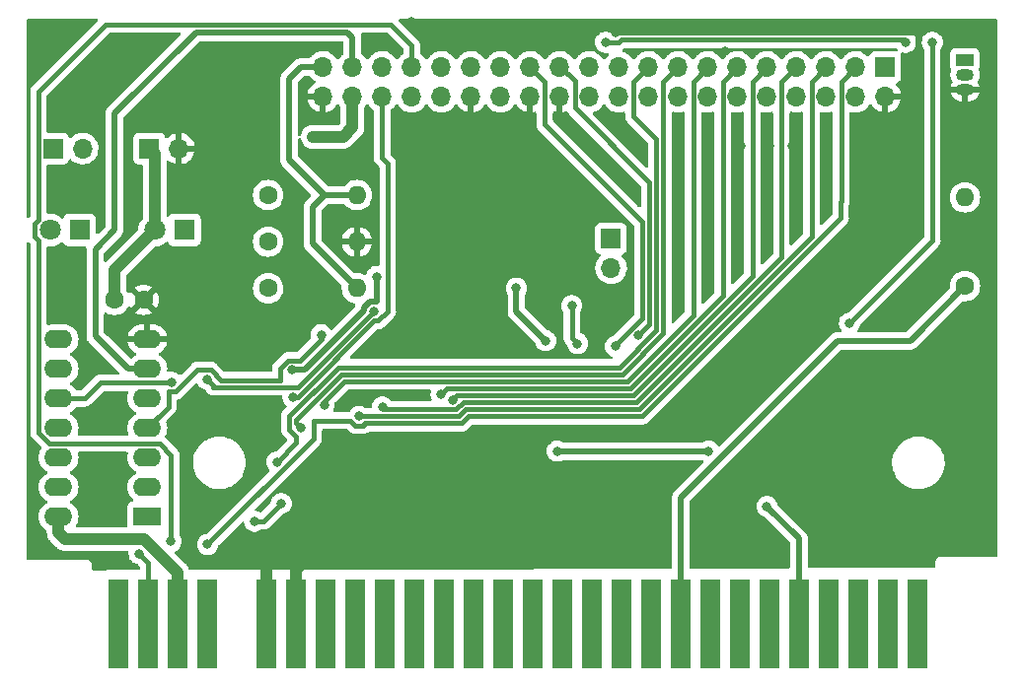
<source format=gbr>
%TF.GenerationSoftware,KiCad,Pcbnew,6.0.2+dfsg-1*%
%TF.CreationDate,2022-11-13T19:40:05+00:00*%
%TF.ProjectId,HDC,4844432e-6b69-4636-9164-5f7063625858,rev?*%
%TF.SameCoordinates,Original*%
%TF.FileFunction,Copper,L2,Bot*%
%TF.FilePolarity,Positive*%
%FSLAX46Y46*%
G04 Gerber Fmt 4.6, Leading zero omitted, Abs format (unit mm)*
G04 Created by KiCad (PCBNEW 6.0.2+dfsg-1) date 2022-11-13 19:40:05*
%MOMM*%
%LPD*%
G01*
G04 APERTURE LIST*
%TA.AperFunction,ComponentPad*%
%ADD10C,1.600000*%
%TD*%
%TA.AperFunction,ComponentPad*%
%ADD11O,1.600000X1.600000*%
%TD*%
%TA.AperFunction,ComponentPad*%
%ADD12R,1.800000X1.800000*%
%TD*%
%TA.AperFunction,ComponentPad*%
%ADD13C,1.800000*%
%TD*%
%TA.AperFunction,ComponentPad*%
%ADD14R,2.400000X1.600000*%
%TD*%
%TA.AperFunction,ComponentPad*%
%ADD15O,2.400000X1.600000*%
%TD*%
%TA.AperFunction,ConnectorPad*%
%ADD16R,1.780000X7.620000*%
%TD*%
%TA.AperFunction,ComponentPad*%
%ADD17R,1.700000X1.700000*%
%TD*%
%TA.AperFunction,ComponentPad*%
%ADD18O,1.700000X1.700000*%
%TD*%
%TA.AperFunction,ComponentPad*%
%ADD19R,1.500000X1.050000*%
%TD*%
%TA.AperFunction,ComponentPad*%
%ADD20O,1.500000X1.050000*%
%TD*%
%TA.AperFunction,ViaPad*%
%ADD21C,0.800000*%
%TD*%
%TA.AperFunction,Conductor*%
%ADD22C,1.000000*%
%TD*%
%TA.AperFunction,Conductor*%
%ADD23C,0.500000*%
%TD*%
%TA.AperFunction,Conductor*%
%ADD24C,0.400000*%
%TD*%
G04 APERTURE END LIST*
D10*
%TO.P,R3,1*%
%TO.N,Net-(J2-Pad1)*%
X114190000Y-116000000D03*
D11*
%TO.P,R3,2*%
%TO.N,Net-(J4-Pad39)*%
X121810000Y-116000000D03*
%TD*%
D12*
%TO.P,D1,1,K*%
%TO.N,Net-(D1-Pad1)*%
X98000000Y-119000000D03*
D13*
%TO.P,D1,2,A*%
%TO.N,+5V*%
X95460000Y-119000000D03*
%TD*%
D14*
%TO.P,U3,1*%
%TO.N,Net-(J1-PadB24)*%
X103825000Y-143625000D03*
D15*
%TO.P,U3,2*%
X103825000Y-141085000D03*
%TO.P,U3,3*%
%TO.N,Net-(U3-Pad12)*%
X103825000Y-138545000D03*
%TO.P,U3,4*%
%TO.N,Net-(J1-PadU24)*%
X103825000Y-136005000D03*
%TO.P,U3,5*%
%TO.N,Net-(U3-Pad5)*%
X103825000Y-133465000D03*
%TO.P,U3,6*%
%TO.N,Net-(J4-Pad37)*%
X103825000Y-130925000D03*
%TO.P,U3,7,GND*%
%TO.N,GND*%
X103825000Y-128385000D03*
%TO.P,U3,8*%
%TO.N,Net-(U3-Pad5)*%
X96205000Y-128385000D03*
%TO.P,U3,9*%
%TO.N,Net-(J1-PadU17)*%
X96205000Y-130925000D03*
%TO.P,U3,10*%
X96205000Y-133465000D03*
%TO.P,U3,11*%
X96205000Y-136005000D03*
%TO.P,U3,12*%
%TO.N,Net-(U3-Pad12)*%
X96205000Y-138545000D03*
%TO.P,U3,13*%
%TO.N,Net-(J1-PadB24)*%
X96205000Y-141085000D03*
%TO.P,U3,14,VCC*%
%TO.N,+5V*%
X96205000Y-143625000D03*
%TD*%
D10*
%TO.P,R2,1*%
%TO.N,Net-(D1-Pad1)*%
X114190000Y-124000000D03*
D11*
%TO.P,R2,2*%
%TO.N,Net-(J4-Pad39)*%
X121810000Y-124000000D03*
%TD*%
D16*
%TO.P,J1,B1,A14*%
%TO.N,unconnected-(J1-PadB1)*%
X101340000Y-152875000D03*
%TO.P,J1,B2,A12*%
%TO.N,Net-(J1-PadB2)*%
X103880000Y-152875000D03*
%TO.P,J1,B3,+5V*%
%TO.N,+5V*%
X106420000Y-152875000D03*
%TO.P,J1,B4,+9V*%
%TO.N,unconnected-(J1-PadB4)*%
X108960000Y-152875000D03*
%TO.P,J1,B6,0v*%
%TO.N,GND*%
X114040000Y-152875000D03*
%TO.P,J1,B7,0v*%
X116580000Y-152875000D03*
%TO.P,J1,B8,Clk*%
%TO.N,unconnected-(J1-PadB8)*%
X119120000Y-152875000D03*
%TO.P,J1,B9,A0*%
%TO.N,unconnected-(J1-PadB9)*%
X121660000Y-152875000D03*
%TO.P,J1,B10,A1*%
%TO.N,unconnected-(J1-PadB10)*%
X124200000Y-152875000D03*
%TO.P,J1,B11,A2*%
%TO.N,unconnected-(J1-PadB11)*%
X126740000Y-152875000D03*
%TO.P,J1,B12,A3*%
%TO.N,unconnected-(J1-PadB12)*%
X129280000Y-152875000D03*
%TO.P,J1,B13,~{IORQGE}*%
%TO.N,unconnected-(J1-PadB13)*%
X131820000Y-152875000D03*
%TO.P,J1,B14,0v*%
%TO.N,unconnected-(J1-PadB14)*%
X134360000Y-152875000D03*
%TO.P,J1,B15,NC7*%
%TO.N,unconnected-(J1-PadB15)*%
X136900000Y-152875000D03*
%TO.P,J1,B16,NC6*%
%TO.N,unconnected-(J1-PadB16)*%
X139440000Y-152875000D03*
%TO.P,J1,B17,NC5*%
%TO.N,unconnected-(J1-PadB17)*%
X141980000Y-152875000D03*
%TO.P,J1,B18,NC3*%
%TO.N,unconnected-(J1-PadB18)*%
X144520000Y-152875000D03*
%TO.P,J1,B19,~{BUSRQ}*%
%TO.N,unconnected-(J1-PadB19)*%
X147060000Y-152875000D03*
%TO.P,J1,B20,~{RESET}*%
%TO.N,Net-(J1-PadB20)*%
X149600000Y-152875000D03*
%TO.P,J1,B21,A7*%
%TO.N,unconnected-(J1-PadB21)*%
X152140000Y-152875000D03*
%TO.P,J1,B22,A6*%
%TO.N,unconnected-(J1-PadB22)*%
X154680000Y-152875000D03*
%TO.P,J1,B23,A5*%
%TO.N,unconnected-(J1-PadB23)*%
X157220000Y-152875000D03*
%TO.P,J1,B24,A4*%
%TO.N,Net-(J1-PadB24)*%
X159760000Y-152875000D03*
%TO.P,J1,B25,~{ROMCS}*%
%TO.N,unconnected-(J1-PadB25)*%
X162300000Y-152875000D03*
%TO.P,J1,B26,~{BUSAK}*%
%TO.N,unconnected-(J1-PadB26)*%
X164840000Y-152875000D03*
%TO.P,J1,B27,A9*%
%TO.N,unconnected-(J1-PadB27)*%
X167380000Y-152875000D03*
%TO.P,J1,B28,A11*%
%TO.N,unconnected-(J1-PadB28)*%
X169920000Y-152875000D03*
%TD*%
D10*
%TO.P,R1,1*%
%TO.N,Net-(J1-PadB20)*%
X174000000Y-123810000D03*
D11*
%TO.P,R1,2*%
%TO.N,Net-(Q1-Pad2)*%
X174000000Y-116190000D03*
%TD*%
D17*
%TO.P,J5,1,Pin_1*%
%TO.N,Net-(J4-Pad20)*%
X143625000Y-119725000D03*
D18*
%TO.P,J5,2,Pin_2*%
%TO.N,+5V*%
X143625000Y-122265000D03*
%TD*%
D17*
%TO.P,J3,1,Pin_1*%
%TO.N,+5V*%
X104000000Y-112000000D03*
D18*
%TO.P,J3,2,Pin_2*%
%TO.N,GND*%
X106540000Y-112000000D03*
%TD*%
D10*
%TO.P,C1,1*%
%TO.N,+5V*%
X101000000Y-125000000D03*
%TO.P,C1,2*%
%TO.N,GND*%
X103500000Y-125000000D03*
%TD*%
%TO.P,R4,1*%
%TO.N,Net-(D2-Pad1)*%
X114190000Y-120000000D03*
D11*
%TO.P,R4,2*%
%TO.N,GND*%
X121810000Y-120000000D03*
%TD*%
D17*
%TO.P,J4,1,RST*%
%TO.N,Net-(J4-Pad1)*%
X167155000Y-105000000D03*
D18*
%TO.P,J4,2,Gnd*%
%TO.N,GND*%
X167155000Y-107540000D03*
%TO.P,J4,3,D7*%
%TO.N,/IDE7*%
X164615000Y-105000000D03*
%TO.P,J4,4,D8*%
%TO.N,unconnected-(J4-Pad4)*%
X164615000Y-107540000D03*
%TO.P,J4,5,D6*%
%TO.N,/IDE6*%
X162075000Y-105000000D03*
%TO.P,J4,6,D9*%
%TO.N,unconnected-(J4-Pad6)*%
X162075000Y-107540000D03*
%TO.P,J4,7,D5*%
%TO.N,/IDE5*%
X159535000Y-105000000D03*
%TO.P,J4,8,D10*%
%TO.N,unconnected-(J4-Pad8)*%
X159535000Y-107540000D03*
%TO.P,J4,9,D4*%
%TO.N,/IDE4*%
X156995000Y-105000000D03*
%TO.P,J4,10,D11*%
%TO.N,unconnected-(J4-Pad10)*%
X156995000Y-107540000D03*
%TO.P,J4,11,D3*%
%TO.N,/IDE3*%
X154455000Y-105000000D03*
%TO.P,J4,12,D12*%
%TO.N,unconnected-(J4-Pad12)*%
X154455000Y-107540000D03*
%TO.P,J4,13,D2*%
%TO.N,/IDE2*%
X151915000Y-105000000D03*
%TO.P,J4,14,D13*%
%TO.N,unconnected-(J4-Pad14)*%
X151915000Y-107540000D03*
%TO.P,J4,15,D1*%
%TO.N,/IDE1*%
X149375000Y-105000000D03*
%TO.P,J4,16,D14*%
%TO.N,unconnected-(J4-Pad16)*%
X149375000Y-107540000D03*
%TO.P,J4,17,D0*%
%TO.N,/IDE0*%
X146835000Y-105000000D03*
%TO.P,J4,18,D15*%
%TO.N,unconnected-(J4-Pad18)*%
X146835000Y-107540000D03*
%TO.P,J4,19,Gnd*%
%TO.N,GND*%
X144295000Y-105000000D03*
%TO.P,J4,20,VCC/NC*%
%TO.N,Net-(J4-Pad20)*%
X144295000Y-107540000D03*
%TO.P,J4,21,DMARQ*%
%TO.N,unconnected-(J4-Pad21)*%
X141755000Y-105000000D03*
%TO.P,J4,22,Gnd*%
%TO.N,GND*%
X141755000Y-107540000D03*
%TO.P,J4,23,~{IOW}*%
%TO.N,/{slash}wr*%
X139215000Y-105000000D03*
%TO.P,J4,24,Gnd*%
%TO.N,GND*%
X139215000Y-107540000D03*
%TO.P,J4,25,~{IOR}*%
%TO.N,/{slash}rd*%
X136675000Y-105000000D03*
%TO.P,J4,26,Gnd*%
%TO.N,GND*%
X136675000Y-107540000D03*
%TO.P,J4,27,IORDY*%
%TO.N,unconnected-(J4-Pad27)*%
X134135000Y-105000000D03*
%TO.P,J4,28,ALE*%
%TO.N,unconnected-(J4-Pad28)*%
X134135000Y-107540000D03*
%TO.P,J4,29,~{DMAck}*%
%TO.N,unconnected-(J4-Pad29)*%
X131595000Y-105000000D03*
%TO.P,J4,30,Gnd*%
%TO.N,GND*%
X131595000Y-107540000D03*
%TO.P,J4,31,~{INT}*%
%TO.N,unconnected-(J4-Pad31)*%
X129055000Y-105000000D03*
%TO.P,J4,32,~{CS16}*%
%TO.N,unconnected-(J4-Pad32)*%
X129055000Y-107540000D03*
%TO.P,J4,33,A1*%
%TO.N,Net-(J1-PadB2)*%
X126515000Y-105000000D03*
%TO.P,J4,34,nc*%
%TO.N,unconnected-(J4-Pad34)*%
X126515000Y-107540000D03*
%TO.P,J4,35,A0*%
%TO.N,Net-(J1-PadU26)*%
X123975000Y-105000000D03*
%TO.P,J4,36,A2*%
%TO.N,Net-(J1-PadU2)*%
X123975000Y-107540000D03*
%TO.P,J4,37,~{CS0}*%
%TO.N,Net-(J4-Pad37)*%
X121435000Y-105000000D03*
%TO.P,J4,38,~{CS1}*%
%TO.N,+5V*%
X121435000Y-107540000D03*
%TO.P,J4,39,~{ACTIVE}*%
%TO.N,Net-(J4-Pad39)*%
X118895000Y-105000000D03*
%TO.P,J4,40,GND*%
%TO.N,GND*%
X118895000Y-107540000D03*
%TD*%
D12*
%TO.P,D2,1,K*%
%TO.N,Net-(D2-Pad1)*%
X107000000Y-119000000D03*
D13*
%TO.P,D2,2,A*%
%TO.N,+5V*%
X104460000Y-119000000D03*
%TD*%
D17*
%TO.P,J2,1,Pin_1*%
%TO.N,Net-(J2-Pad1)*%
X95725000Y-112000000D03*
D18*
%TO.P,J2,2,Pin_2*%
%TO.N,+5V*%
X98265000Y-112000000D03*
%TD*%
D19*
%TO.P,Q1,1,C*%
%TO.N,Net-(J4-Pad1)*%
X174000000Y-104394000D03*
D20*
%TO.P,Q1,2,B*%
%TO.N,Net-(Q1-Pad2)*%
X174000000Y-105664000D03*
%TO.P,Q1,3,E*%
%TO.N,GND*%
X174000000Y-106934000D03*
%TD*%
D21*
%TO.N,+5V*%
X118000000Y-111000000D03*
%TO.N,GND*%
X94488000Y-102870000D03*
X110998000Y-117094000D03*
X173482000Y-110998000D03*
X130810000Y-124460000D03*
X149400000Y-111600000D03*
X150500000Y-135000000D03*
X157500000Y-130250000D03*
X126492000Y-101092000D03*
X131250000Y-119750000D03*
X144000000Y-102000000D03*
X145750000Y-141500000D03*
X115250000Y-144500000D03*
X112275000Y-130350000D03*
X113538000Y-134620000D03*
X157200000Y-111800000D03*
X96012000Y-109474000D03*
X107925000Y-126275000D03*
X142494000Y-128016000D03*
X100076000Y-142748000D03*
X176022000Y-101854000D03*
X126500000Y-110000000D03*
X162000000Y-111600000D03*
X133750000Y-128500000D03*
X170000000Y-106000000D03*
X122682000Y-103124000D03*
X121666000Y-133096000D03*
X145796000Y-111506000D03*
X153416000Y-103632000D03*
X99060000Y-113792000D03*
X173375000Y-128000000D03*
X143250000Y-146250000D03*
X99060000Y-116078000D03*
X159200000Y-111800000D03*
X99822000Y-138684000D03*
X99822000Y-134874000D03*
X154800000Y-111800000D03*
X112268000Y-146304000D03*
X110500000Y-105750000D03*
X135382000Y-103632000D03*
X125730000Y-144272000D03*
X152000000Y-111800000D03*
X98552000Y-131572000D03*
X111506000Y-121920000D03*
X153250000Y-145000000D03*
X102362000Y-114046000D03*
X99060000Y-105156000D03*
X137500000Y-115500000D03*
X97028000Y-123698000D03*
X97536000Y-126492000D03*
X118000000Y-138750000D03*
X94742000Y-146558000D03*
X121158000Y-144018000D03*
X134000000Y-141000000D03*
X139250000Y-129000000D03*
%TO.N,Net-(J1-PadB2)*%
X103124000Y-146812000D03*
X105864996Y-145742996D03*
%TO.N,Net-(J1-PadU2)*%
X116332000Y-133350000D03*
X113030000Y-144018000D03*
X115316000Y-142494000D03*
%TO.N,/IDE7*%
X109000000Y-146000000D03*
%TO.N,/IDE0*%
X114934668Y-138934668D03*
%TO.N,/IDE1*%
X117000000Y-136000000D03*
%TO.N,/IDE2*%
X119000000Y-134000000D03*
%TO.N,/IDE6*%
X122000000Y-135000000D03*
%TO.N,/IDE5*%
X124000000Y-134200500D03*
%TO.N,/IDE3*%
X129032000Y-133096000D03*
%TO.N,Net-(J1-PadU17)*%
X140750000Y-128750000D03*
X123250000Y-126000000D03*
X108966000Y-131826000D03*
X140250000Y-125500000D03*
X105918000Y-132080000D03*
%TO.N,Net-(J1-PadB24)*%
X138000000Y-128500000D03*
X123500000Y-123000000D03*
X116250000Y-131000000D03*
X135500000Y-124000000D03*
X139000000Y-138000000D03*
X157000000Y-142750000D03*
X152000000Y-138000000D03*
%TO.N,/{slash}rd*%
X144000000Y-129000000D03*
%TO.N,Net-(J1-PadU24)*%
X118750000Y-128000000D03*
%TO.N,Net-(J1-PadU26)*%
X143150500Y-102870000D03*
X164084000Y-127000000D03*
X171196000Y-102870000D03*
X168910000Y-102870000D03*
%TO.N,/IDE4*%
X130000000Y-133600980D03*
%TO.N,/{slash}wr*%
X146000000Y-128000000D03*
%TD*%
D22*
%TO.N,+5V*%
X106420000Y-148420000D02*
X103542000Y-145542000D01*
X106420000Y-152875000D02*
X106420000Y-148420000D01*
X96205000Y-144973000D02*
X96205000Y-143625000D01*
X118000000Y-111000000D02*
X120620000Y-111000000D01*
X103542000Y-145542000D02*
X96774000Y-145542000D01*
X121435000Y-107540000D02*
X121435000Y-110185000D01*
X120620000Y-111000000D02*
X121435000Y-110185000D01*
X104460000Y-119000000D02*
X104460000Y-112460000D01*
X101000000Y-125000000D02*
X101000000Y-122460000D01*
X104460000Y-112460000D02*
X104000000Y-112000000D01*
X96774000Y-145542000D02*
X96205000Y-144973000D01*
X101000000Y-122460000D02*
X104460000Y-119000000D01*
%TO.N,GND*%
X115570000Y-146304000D02*
X114040000Y-147834000D01*
X116580000Y-152875000D02*
X116580000Y-147314000D01*
X114040000Y-147834000D02*
X114040000Y-152875000D01*
D23*
X170000000Y-106000000D02*
X170000000Y-102000000D01*
X116580000Y-152875000D02*
X116580000Y-148170000D01*
D22*
X118000000Y-138750000D02*
X118000000Y-146750000D01*
D23*
X170000000Y-102000000D02*
X144000000Y-102000000D01*
D22*
X118000000Y-146750000D02*
X116580000Y-148170000D01*
X116580000Y-147314000D02*
X115570000Y-146304000D01*
D24*
%TO.N,Net-(J1-PadB2)*%
X94160489Y-119538276D02*
X94160489Y-118461724D01*
X94488000Y-113262022D02*
X94475489Y-113249511D01*
X103880000Y-147568000D02*
X103124000Y-146812000D01*
X105864996Y-145742996D02*
X105864996Y-138347659D01*
X95435480Y-137345480D02*
X94488000Y-136398000D01*
X94475489Y-107143831D02*
X100273320Y-101346000D01*
X94488000Y-118134213D02*
X94488000Y-113262022D01*
X94475489Y-113249511D02*
X94475489Y-107143831D01*
X104862817Y-137345480D02*
X95435480Y-137345480D01*
X124714000Y-101346000D02*
X126515000Y-103147000D01*
X94488000Y-136398000D02*
X94488000Y-119865787D01*
X126515000Y-103147000D02*
X126515000Y-105000000D01*
X100273320Y-101346000D02*
X124714000Y-101346000D01*
X94160489Y-118461724D02*
X94488000Y-118134213D01*
X94488000Y-119865787D02*
X94160489Y-119538276D01*
X105864996Y-138347659D02*
X104862817Y-137345480D01*
X103880000Y-152875000D02*
X103880000Y-147568000D01*
D23*
%TO.N,Net-(J1-PadB20)*%
X149606000Y-141975631D02*
X163057631Y-128524000D01*
X149606000Y-147442609D02*
X149606000Y-141975631D01*
X149600000Y-152875000D02*
X149600000Y-147448609D01*
X149600000Y-147448609D02*
X149606000Y-147442609D01*
X163057631Y-128524000D02*
X169286000Y-128524000D01*
X169286000Y-128524000D02*
X174000000Y-123810000D01*
D24*
%TO.N,Net-(J1-PadU2)*%
X123298339Y-126799511D02*
X123644489Y-126799511D01*
X113030000Y-144018000D02*
X113792000Y-144018000D01*
X116747850Y-133350000D02*
X123298339Y-126799511D01*
X123952000Y-112776000D02*
X123975000Y-112753000D01*
X116332000Y-133350000D02*
X116747850Y-133350000D01*
X124460000Y-125984000D02*
X124460000Y-113284000D01*
X123644489Y-126799511D02*
X124460000Y-125984000D01*
X124460000Y-113284000D02*
X123952000Y-112776000D01*
X113792000Y-144018000D02*
X115316000Y-142494000D01*
X123975000Y-112753000D02*
X123975000Y-107540000D01*
%TO.N,/IDE7*%
X118110000Y-136890000D02*
X109000000Y-146000000D01*
X163322000Y-117946700D02*
X146271098Y-134997600D01*
X121668831Y-135799511D02*
X121251320Y-135382000D01*
X121251320Y-135382000D02*
X118110000Y-135382000D01*
X163365489Y-116542511D02*
X163322000Y-116586000D01*
X131429760Y-134997600D02*
X130827839Y-135599520D01*
X164615000Y-105000000D02*
X163365489Y-106249511D01*
X146271098Y-134997600D02*
X131429760Y-134997600D01*
X122531160Y-135599520D02*
X122331169Y-135799511D01*
X118110000Y-135382000D02*
X118110000Y-136890000D01*
X122331169Y-135799511D02*
X121668831Y-135799511D01*
X163322000Y-116586000D02*
X163322000Y-117946700D01*
X130827839Y-135599520D02*
X122531160Y-135599520D01*
X163365489Y-106249511D02*
X163365489Y-116542511D01*
%TO.N,/IDE0*%
X116586000Y-136716680D02*
X115986480Y-136117160D01*
X144351190Y-130800960D02*
X147506440Y-127645710D01*
X145544511Y-109223533D02*
X145544511Y-106290489D01*
X115986480Y-136117160D02*
X115986480Y-135013520D01*
X120199040Y-130800960D02*
X144351190Y-130800960D01*
X147506440Y-127645710D02*
X147506440Y-111185462D01*
X147506440Y-111185462D02*
X145544511Y-109223533D01*
X115986480Y-135013520D02*
X120199040Y-130800960D01*
X145544511Y-106290489D02*
X146835000Y-105000000D01*
X116586000Y-137283336D02*
X116586000Y-136716680D01*
X114934668Y-138934668D02*
X116586000Y-137283336D01*
%TO.N,/IDE1*%
X144599520Y-131400480D02*
X120468840Y-131400480D01*
X120468840Y-131400480D02*
X116586000Y-135283320D01*
X116586000Y-135283320D02*
X116586000Y-135586000D01*
X116586000Y-135586000D02*
X117000000Y-136000000D01*
X148105960Y-106269040D02*
X148105960Y-127894040D01*
X148105960Y-127894040D02*
X144599520Y-131400480D01*
X149375000Y-105000000D02*
X148105960Y-106269040D01*
%TO.N,/IDE2*%
X120717170Y-132000000D02*
X119000000Y-133717170D01*
X151915000Y-105000000D02*
X150665489Y-106249511D01*
X150665489Y-126334511D02*
X145000000Y-132000000D01*
X145000000Y-132000000D02*
X120717170Y-132000000D01*
X150665489Y-106249511D02*
X150665489Y-126334511D01*
X119000000Y-133717170D02*
X119000000Y-134000000D01*
%TO.N,/IDE6*%
X160825489Y-106249511D02*
X160825489Y-119595361D01*
X160825489Y-119595361D02*
X146022769Y-134398080D01*
X130579510Y-135000000D02*
X122000000Y-135000000D01*
X146022769Y-134398080D02*
X131181430Y-134398080D01*
X162075000Y-105000000D02*
X160825489Y-106249511D01*
X131181430Y-134398080D02*
X130579510Y-135000000D01*
%TO.N,/IDE5*%
X124199991Y-134400491D02*
X124000000Y-134200500D01*
X159535000Y-105000000D02*
X158244511Y-106290489D01*
X130933100Y-133798560D02*
X130331169Y-134400491D01*
X145774440Y-133798560D02*
X130933100Y-133798560D01*
X130331169Y-134400491D02*
X124199991Y-134400491D01*
X158244511Y-121328489D02*
X145774440Y-133798560D01*
X158244511Y-106290489D02*
X158244511Y-121328489D01*
%TO.N,/IDE3*%
X129528480Y-132599520D02*
X145248329Y-132599520D01*
X153205489Y-106249511D02*
X154455000Y-105000000D01*
X153205489Y-124642360D02*
X153205489Y-106249511D01*
X129032000Y-133096000D02*
X129528480Y-132599520D01*
X145248329Y-132599520D02*
X153205489Y-124642360D01*
%TO.N,Net-(J1-PadU17)*%
X105918000Y-132080000D02*
X105873480Y-132124520D01*
X98437000Y-133465000D02*
X96205000Y-133465000D01*
X123250000Y-126000000D02*
X116750000Y-132500000D01*
X109500000Y-132500000D02*
X109500000Y-132360000D01*
X140250000Y-125500000D02*
X140250000Y-128250000D01*
X140250000Y-128250000D02*
X140750000Y-128750000D01*
X99777480Y-132124520D02*
X98437000Y-133465000D01*
X116750000Y-132500000D02*
X109500000Y-132500000D01*
X109500000Y-132360000D02*
X108966000Y-131826000D01*
X105873480Y-132124520D02*
X99777480Y-132124520D01*
D23*
%TO.N,Net-(J1-PadB24)*%
X159760000Y-152875000D02*
X159760000Y-145510000D01*
X116250000Y-131000000D02*
X117331440Y-131000000D01*
X122400489Y-125930951D02*
X122400489Y-125648120D01*
X122898120Y-125150489D02*
X123500000Y-125150489D01*
X135500000Y-126000000D02*
X138000000Y-128500000D01*
X139000000Y-138000000D02*
X152000000Y-138000000D01*
X123500000Y-125150489D02*
X123500000Y-123000000D01*
X135500000Y-124000000D02*
X135500000Y-126000000D01*
X159760000Y-145510000D02*
X157000000Y-142750000D01*
X117331440Y-131000000D02*
X122400489Y-125930951D01*
X122400489Y-125648120D02*
X122898120Y-125150489D01*
D24*
%TO.N,/{slash}rd*%
X146307400Y-126561920D02*
X144000000Y-128869320D01*
X136675000Y-105000000D02*
X137924511Y-106249511D01*
X146307400Y-118307400D02*
X146307400Y-126561920D01*
X137924511Y-106249511D02*
X137924511Y-109924511D01*
X144000000Y-128869320D02*
X144000000Y-129000000D01*
X137924511Y-109924511D02*
X146307400Y-118307400D01*
%TO.N,Net-(J1-PadU24)*%
X110171160Y-131900480D02*
X115241520Y-131900480D01*
X105626489Y-134203511D02*
X105626489Y-132879511D01*
X108102191Y-131026489D02*
X109297169Y-131026489D01*
X115918831Y-130200489D02*
X116941511Y-130200489D01*
X109297169Y-131026489D02*
X110171160Y-131900480D01*
X106249169Y-132879511D02*
X108102191Y-131026489D01*
X116941511Y-130200489D02*
X118750000Y-128392000D01*
X115241520Y-131900480D02*
X115241520Y-130877800D01*
X105626489Y-132879511D02*
X106249169Y-132879511D01*
X115241520Y-130877800D02*
X115918831Y-130200489D01*
X103825000Y-136005000D02*
X105626489Y-134203511D01*
X118750000Y-128392000D02*
X118750000Y-128000000D01*
%TO.N,Net-(J1-PadU26)*%
X143150500Y-102870000D02*
X144260680Y-102870000D01*
X168689520Y-102649520D02*
X168910000Y-102870000D01*
X144260680Y-102870000D02*
X144481160Y-102649520D01*
X171196000Y-102870000D02*
X171196000Y-119888000D01*
X144481160Y-102649520D02*
X168689520Y-102649520D01*
X171196000Y-119888000D02*
X164084000Y-127000000D01*
%TO.N,/IDE4*%
X145496658Y-133199040D02*
X130401940Y-133199040D01*
X130401940Y-133199040D02*
X130000000Y-133600980D01*
X155745489Y-122950210D02*
X145496658Y-133199040D01*
X156995000Y-105000000D02*
X155745489Y-106249511D01*
X155745489Y-106249511D02*
X155745489Y-122950210D01*
D23*
%TO.N,Net-(J4-Pad37)*%
X121435000Y-105000000D02*
X121435000Y-102435000D01*
X121000000Y-102000000D02*
X108000000Y-102000000D01*
X99349511Y-128099511D02*
X102175000Y-130925000D01*
X99349511Y-120650489D02*
X99349511Y-128099511D01*
X121435000Y-102435000D02*
X121000000Y-102000000D01*
X108000000Y-102000000D02*
X101000000Y-109000000D01*
X102175000Y-130925000D02*
X103825000Y-130925000D01*
X101000000Y-119000000D02*
X99349511Y-120650489D01*
X101000000Y-109000000D02*
X101000000Y-119000000D01*
%TO.N,Net-(J4-Pad39)*%
X118000000Y-117000000D02*
X119000000Y-116000000D01*
X118000000Y-120000000D02*
X118000000Y-117000000D01*
X119000000Y-116000000D02*
X121810000Y-116000000D01*
X121810000Y-124000000D02*
X118000000Y-120190000D01*
X116000000Y-106000000D02*
X116000000Y-113000000D01*
X118000000Y-120190000D02*
X118000000Y-120000000D01*
X116000000Y-113000000D02*
X119000000Y-116000000D01*
X117000000Y-105000000D02*
X116000000Y-106000000D01*
X118895000Y-105000000D02*
X117000000Y-105000000D01*
D24*
%TO.N,/{slash}wr*%
X140505489Y-106215489D02*
X139290000Y-105000000D01*
X139290000Y-105000000D02*
X139215000Y-105000000D01*
X146906920Y-127093080D02*
X146906920Y-114906920D01*
X140505489Y-108505489D02*
X140505489Y-106215489D01*
X146906920Y-114906920D02*
X140505489Y-108505489D01*
X146000000Y-128000000D02*
X146906920Y-127093080D01*
%TD*%
%TA.AperFunction,Conductor*%
%TO.N,GND*%
G36*
X93680512Y-120060723D02*
G01*
X93687095Y-120066852D01*
X93742595Y-120122352D01*
X93776621Y-120184664D01*
X93779500Y-120211447D01*
X93779500Y-136369088D01*
X93779208Y-136377658D01*
X93776478Y-136417711D01*
X93775275Y-136435352D01*
X93785345Y-136493048D01*
X93786261Y-136498299D01*
X93787223Y-136504821D01*
X93794898Y-136568242D01*
X93797581Y-136575343D01*
X93798222Y-136577952D01*
X93802685Y-136594262D01*
X93803450Y-136596798D01*
X93804757Y-136604284D01*
X93807811Y-136611241D01*
X93830442Y-136662795D01*
X93832933Y-136668899D01*
X93855513Y-136728656D01*
X93859817Y-136734919D01*
X93861054Y-136737285D01*
X93869299Y-136752097D01*
X93870632Y-136754351D01*
X93873685Y-136761305D01*
X93898688Y-136793888D01*
X93912579Y-136811991D01*
X93916459Y-136817332D01*
X93948339Y-136863720D01*
X93948344Y-136863725D01*
X93952643Y-136869981D01*
X93958313Y-136875032D01*
X93958314Y-136875034D01*
X93999170Y-136911435D01*
X94004446Y-136916416D01*
X94719894Y-137631864D01*
X94753920Y-137694176D01*
X94748855Y-137764991D01*
X94734013Y-137793228D01*
X94667477Y-137888251D01*
X94665154Y-137893233D01*
X94665151Y-137893238D01*
X94573039Y-138090775D01*
X94570716Y-138095757D01*
X94569294Y-138101065D01*
X94569293Y-138101067D01*
X94543343Y-138197912D01*
X94511457Y-138316913D01*
X94491502Y-138545000D01*
X94511457Y-138773087D01*
X94512881Y-138778400D01*
X94512881Y-138778402D01*
X94559557Y-138952596D01*
X94570716Y-138994243D01*
X94573039Y-138999224D01*
X94573039Y-138999225D01*
X94665151Y-139196762D01*
X94665154Y-139196767D01*
X94667477Y-139201749D01*
X94798802Y-139389300D01*
X94960700Y-139551198D01*
X94965208Y-139554355D01*
X94965211Y-139554357D01*
X94968726Y-139556818D01*
X95148251Y-139682523D01*
X95153233Y-139684846D01*
X95153238Y-139684849D01*
X95187457Y-139700805D01*
X95240742Y-139747722D01*
X95260203Y-139815999D01*
X95239661Y-139883959D01*
X95187457Y-139929195D01*
X95153238Y-139945151D01*
X95153233Y-139945154D01*
X95148251Y-139947477D01*
X95055493Y-140012427D01*
X94965211Y-140075643D01*
X94965208Y-140075645D01*
X94960700Y-140078802D01*
X94798802Y-140240700D01*
X94667477Y-140428251D01*
X94665154Y-140433233D01*
X94665151Y-140433238D01*
X94573039Y-140630775D01*
X94570716Y-140635757D01*
X94569294Y-140641065D01*
X94569293Y-140641067D01*
X94512881Y-140851598D01*
X94511457Y-140856913D01*
X94491502Y-141085000D01*
X94511457Y-141313087D01*
X94512881Y-141318400D01*
X94512881Y-141318402D01*
X94550126Y-141457399D01*
X94570716Y-141534243D01*
X94573039Y-141539224D01*
X94573039Y-141539225D01*
X94665151Y-141736762D01*
X94665154Y-141736767D01*
X94667477Y-141741749D01*
X94716143Y-141811251D01*
X94783710Y-141907746D01*
X94798802Y-141929300D01*
X94960700Y-142091198D01*
X94965208Y-142094355D01*
X94965211Y-142094357D01*
X95043351Y-142149071D01*
X95148251Y-142222523D01*
X95153233Y-142224846D01*
X95153238Y-142224849D01*
X95187457Y-142240805D01*
X95240742Y-142287722D01*
X95260203Y-142355999D01*
X95239661Y-142423959D01*
X95187457Y-142469195D01*
X95153238Y-142485151D01*
X95153233Y-142485154D01*
X95148251Y-142487477D01*
X95062837Y-142547285D01*
X94965211Y-142615643D01*
X94965208Y-142615645D01*
X94960700Y-142618802D01*
X94798802Y-142780700D01*
X94667477Y-142968251D01*
X94665154Y-142973233D01*
X94665151Y-142973238D01*
X94583097Y-143149206D01*
X94570716Y-143175757D01*
X94569294Y-143181065D01*
X94569293Y-143181067D01*
X94512881Y-143391598D01*
X94511457Y-143396913D01*
X94491502Y-143625000D01*
X94511457Y-143853087D01*
X94512881Y-143858400D01*
X94512881Y-143858402D01*
X94565804Y-144055910D01*
X94570716Y-144074243D01*
X94573039Y-144079224D01*
X94573039Y-144079225D01*
X94665151Y-144276762D01*
X94665154Y-144276767D01*
X94667477Y-144281749D01*
X94798802Y-144469300D01*
X94960700Y-144631198D01*
X94965208Y-144634355D01*
X94965211Y-144634357D01*
X95142771Y-144758686D01*
X95187099Y-144814143D01*
X95196500Y-144861899D01*
X95196500Y-144911157D01*
X95195763Y-144924764D01*
X95195575Y-144926500D01*
X95191676Y-144962388D01*
X95192213Y-144968523D01*
X95196050Y-145012388D01*
X95196379Y-145017214D01*
X95196500Y-145019686D01*
X95196500Y-145022769D01*
X95197456Y-145032516D01*
X95200690Y-145065506D01*
X95200812Y-145066819D01*
X95203603Y-145098715D01*
X95208913Y-145159413D01*
X95210400Y-145164532D01*
X95210920Y-145169833D01*
X95237791Y-145258834D01*
X95238126Y-145259967D01*
X95239794Y-145265706D01*
X95264091Y-145349336D01*
X95266544Y-145354068D01*
X95268084Y-145359169D01*
X95270978Y-145364612D01*
X95311731Y-145441260D01*
X95312343Y-145442426D01*
X95331244Y-145478888D01*
X95355108Y-145524926D01*
X95358431Y-145529089D01*
X95360934Y-145533796D01*
X95419755Y-145605918D01*
X95420446Y-145606774D01*
X95451738Y-145645973D01*
X95454242Y-145648477D01*
X95454884Y-145649195D01*
X95458585Y-145653528D01*
X95485935Y-145687062D01*
X95490682Y-145690989D01*
X95490684Y-145690991D01*
X95521262Y-145716287D01*
X95530042Y-145724277D01*
X96017149Y-146211384D01*
X96026251Y-146221527D01*
X96049968Y-146251025D01*
X96088450Y-146283315D01*
X96092062Y-146286467D01*
X96093888Y-146288123D01*
X96096075Y-146290310D01*
X96098458Y-146292267D01*
X96098463Y-146292272D01*
X96129268Y-146317576D01*
X96130252Y-146318393D01*
X96201474Y-146378154D01*
X96206147Y-146380723D01*
X96210262Y-146384103D01*
X96215691Y-146387014D01*
X96215694Y-146387016D01*
X96292180Y-146428028D01*
X96293338Y-146428657D01*
X96369388Y-146470465D01*
X96374787Y-146473433D01*
X96379865Y-146475044D01*
X96384563Y-146477563D01*
X96473498Y-146504753D01*
X96474702Y-146505128D01*
X96563306Y-146533235D01*
X96568597Y-146533828D01*
X96573698Y-146535388D01*
X96666311Y-146544795D01*
X96667431Y-146544915D01*
X96717227Y-146550500D01*
X96720756Y-146550500D01*
X96721739Y-146550555D01*
X96727426Y-146551003D01*
X96747683Y-146553060D01*
X96764336Y-146554752D01*
X96764339Y-146554752D01*
X96770463Y-146555374D01*
X96816112Y-146551059D01*
X96827969Y-146550500D01*
X102098043Y-146550500D01*
X102166164Y-146570502D01*
X102212657Y-146624158D01*
X102223353Y-146689670D01*
X102210496Y-146812000D01*
X102230458Y-147001928D01*
X102289473Y-147183556D01*
X102292776Y-147189278D01*
X102292777Y-147189279D01*
X102308979Y-147217341D01*
X102384960Y-147348944D01*
X102389378Y-147353851D01*
X102389379Y-147353852D01*
X102483271Y-147458130D01*
X102512747Y-147490866D01*
X102606100Y-147558691D01*
X102653958Y-147593462D01*
X102667248Y-147603118D01*
X102673276Y-147605802D01*
X102673278Y-147605803D01*
X102832523Y-147676703D01*
X102841712Y-147680794D01*
X102941539Y-147702013D01*
X102994568Y-147713285D01*
X103057466Y-147747437D01*
X103134595Y-147824566D01*
X103168621Y-147886878D01*
X103171500Y-147913661D01*
X103171500Y-148091797D01*
X103151498Y-148159918D01*
X103097842Y-148206411D01*
X103045867Y-148217796D01*
X101404154Y-148222583D01*
X99186365Y-148229049D01*
X99118189Y-148209246D01*
X99071539Y-148155726D01*
X99060000Y-148103050D01*
X99060000Y-147836702D01*
X99060002Y-147835932D01*
X99060303Y-147786630D01*
X99060476Y-147758348D01*
X99058010Y-147749719D01*
X99058009Y-147749714D01*
X99052361Y-147729952D01*
X99048783Y-147713191D01*
X99045870Y-147692848D01*
X99045867Y-147692838D01*
X99044595Y-147683955D01*
X99033979Y-147660605D01*
X99027536Y-147643093D01*
X99022954Y-147627063D01*
X99020488Y-147618435D01*
X99004726Y-147593452D01*
X98996596Y-147578386D01*
X98984367Y-147551490D01*
X98967626Y-147532061D01*
X98956521Y-147517053D01*
X98947630Y-147502961D01*
X98942840Y-147495369D01*
X98920703Y-147475818D01*
X98908659Y-147463626D01*
X98895239Y-147448051D01*
X98895237Y-147448050D01*
X98889381Y-147441253D01*
X98881853Y-147436374D01*
X98881850Y-147436371D01*
X98867861Y-147427304D01*
X98852987Y-147416014D01*
X98840502Y-147404988D01*
X98833772Y-147399044D01*
X98825646Y-147395229D01*
X98825645Y-147395228D01*
X98819325Y-147392261D01*
X98807034Y-147386490D01*
X98792065Y-147378176D01*
X98767273Y-147362107D01*
X98742709Y-147354761D01*
X98725264Y-147348099D01*
X98723530Y-147347285D01*
X98702052Y-147337201D01*
X98672870Y-147332657D01*
X98656151Y-147328874D01*
X98636464Y-147322986D01*
X98636461Y-147322985D01*
X98627859Y-147320413D01*
X98618884Y-147320358D01*
X98618883Y-147320358D01*
X98612190Y-147320317D01*
X98593444Y-147320203D01*
X98592672Y-147320170D01*
X98591577Y-147320000D01*
X98560702Y-147320000D01*
X98559932Y-147319998D01*
X98486284Y-147319548D01*
X98486283Y-147319548D01*
X98482348Y-147319524D01*
X98481004Y-147319908D01*
X98479659Y-147320000D01*
X93598000Y-147320000D01*
X93529879Y-147299998D01*
X93483386Y-147246342D01*
X93472000Y-147194000D01*
X93472000Y-120155947D01*
X93492002Y-120087826D01*
X93545658Y-120041333D01*
X93615932Y-120031229D01*
X93680512Y-120060723D01*
G37*
%TD.AperFunction*%
%TA.AperFunction,Conductor*%
G36*
X176726121Y-100858002D02*
G01*
X176772614Y-100911658D01*
X176784000Y-100964000D01*
X176784000Y-146940000D01*
X176763998Y-147008121D01*
X176710342Y-147054614D01*
X176658000Y-147066000D01*
X171966702Y-147066000D01*
X171965932Y-147065998D01*
X171965078Y-147065993D01*
X171888348Y-147065524D01*
X171879719Y-147067990D01*
X171879714Y-147067991D01*
X171859952Y-147073639D01*
X171843191Y-147077217D01*
X171822848Y-147080130D01*
X171822838Y-147080133D01*
X171813955Y-147081405D01*
X171790605Y-147092021D01*
X171773093Y-147098464D01*
X171760200Y-147102149D01*
X171748435Y-147105512D01*
X171723452Y-147121274D01*
X171708386Y-147129404D01*
X171681490Y-147141633D01*
X171662061Y-147158374D01*
X171647053Y-147169479D01*
X171625369Y-147183160D01*
X171619427Y-147189888D01*
X171605819Y-147205296D01*
X171593627Y-147217340D01*
X171571253Y-147236619D01*
X171566374Y-147244147D01*
X171566371Y-147244150D01*
X171557304Y-147258139D01*
X171546014Y-147273013D01*
X171529044Y-147292228D01*
X171516490Y-147318966D01*
X171508176Y-147333935D01*
X171492107Y-147358727D01*
X171488606Y-147370435D01*
X171484761Y-147383290D01*
X171478099Y-147400736D01*
X171467201Y-147423948D01*
X171462658Y-147453128D01*
X171458874Y-147469849D01*
X171452986Y-147489536D01*
X171452985Y-147489539D01*
X171450413Y-147498141D01*
X171450358Y-147507116D01*
X171450358Y-147507117D01*
X171450203Y-147532546D01*
X171450170Y-147533328D01*
X171450000Y-147534423D01*
X171450000Y-147565298D01*
X171449998Y-147566068D01*
X171449524Y-147643652D01*
X171449908Y-147644996D01*
X171450000Y-147646341D01*
X171450000Y-147892734D01*
X171429998Y-147960855D01*
X171376342Y-148007348D01*
X171324367Y-148018733D01*
X161956808Y-148046044D01*
X160644867Y-148049869D01*
X160576689Y-148030066D01*
X160530039Y-147976546D01*
X160518500Y-147923870D01*
X160518500Y-145577063D01*
X160519933Y-145558114D01*
X160519964Y-145557907D01*
X160523198Y-145536651D01*
X160522245Y-145524926D01*
X160518915Y-145483991D01*
X160518500Y-145473777D01*
X160518500Y-145465707D01*
X160518078Y-145462087D01*
X160518077Y-145462069D01*
X160515208Y-145437461D01*
X160514775Y-145433086D01*
X160513683Y-145419653D01*
X160512361Y-145403407D01*
X160509454Y-145367661D01*
X160509453Y-145367658D01*
X160508860Y-145360363D01*
X160506604Y-145353399D01*
X160505413Y-145347440D01*
X160504029Y-145341585D01*
X160503182Y-145334319D01*
X160478265Y-145265673D01*
X160476848Y-145261545D01*
X160456607Y-145199064D01*
X160456606Y-145199062D01*
X160454351Y-145192101D01*
X160450555Y-145185846D01*
X160448049Y-145180372D01*
X160445330Y-145174942D01*
X160442833Y-145168063D01*
X160402809Y-145107016D01*
X160400472Y-145103312D01*
X160365509Y-145045693D01*
X160365505Y-145045688D01*
X160362595Y-145040892D01*
X160355197Y-145032516D01*
X160355223Y-145032493D01*
X160352574Y-145029503D01*
X160349866Y-145026264D01*
X160345856Y-145020148D01*
X160340549Y-145015121D01*
X160340546Y-145015117D01*
X160289617Y-144966872D01*
X160287175Y-144964494D01*
X157920125Y-142597444D01*
X157889387Y-142547285D01*
X157869941Y-142487435D01*
X157834527Y-142378444D01*
X157739040Y-142213056D01*
X157611253Y-142071134D01*
X157495249Y-141986852D01*
X157462094Y-141962763D01*
X157462093Y-141962762D01*
X157456752Y-141958882D01*
X157450724Y-141956198D01*
X157450722Y-141956197D01*
X157288319Y-141883891D01*
X157288318Y-141883891D01*
X157282288Y-141881206D01*
X157188888Y-141861353D01*
X157101944Y-141842872D01*
X157101939Y-141842872D01*
X157095487Y-141841500D01*
X156904513Y-141841500D01*
X156898061Y-141842872D01*
X156898056Y-141842872D01*
X156811112Y-141861353D01*
X156717712Y-141881206D01*
X156711682Y-141883891D01*
X156711681Y-141883891D01*
X156549278Y-141956197D01*
X156549276Y-141956198D01*
X156543248Y-141958882D01*
X156537907Y-141962762D01*
X156537906Y-141962763D01*
X156504751Y-141986852D01*
X156388747Y-142071134D01*
X156260960Y-142213056D01*
X156165473Y-142378444D01*
X156106458Y-142560072D01*
X156105768Y-142566633D01*
X156105768Y-142566635D01*
X156090985Y-142707285D01*
X156086496Y-142750000D01*
X156106458Y-142939928D01*
X156165473Y-143121556D01*
X156168776Y-143127278D01*
X156168777Y-143127279D01*
X156193890Y-143170775D01*
X156260960Y-143286944D01*
X156265378Y-143291851D01*
X156265379Y-143291852D01*
X156359976Y-143396913D01*
X156388747Y-143428866D01*
X156543248Y-143541118D01*
X156549276Y-143543802D01*
X156549278Y-143543803D01*
X156711681Y-143616109D01*
X156717712Y-143618794D01*
X156724167Y-143620166D01*
X156724176Y-143620169D01*
X156780772Y-143632199D01*
X156843669Y-143666350D01*
X158964595Y-145787276D01*
X158998621Y-145849588D01*
X159001500Y-145876371D01*
X159001500Y-147929027D01*
X158981498Y-147997148D01*
X158927842Y-148043641D01*
X158875867Y-148055026D01*
X150530311Y-148079358D01*
X150484867Y-148079490D01*
X150416689Y-148059687D01*
X150370039Y-148006167D01*
X150358500Y-147953491D01*
X150358500Y-147573882D01*
X150362111Y-147543933D01*
X150362474Y-147542450D01*
X150363808Y-147536999D01*
X150364500Y-147525845D01*
X150364536Y-147525847D01*
X150364775Y-147521854D01*
X150365149Y-147517662D01*
X150366640Y-147510494D01*
X150364546Y-147433088D01*
X150364500Y-147429681D01*
X150364500Y-142342002D01*
X150384502Y-142273881D01*
X150401405Y-142252907D01*
X153606908Y-139047404D01*
X167736941Y-139047404D01*
X167737304Y-139051552D01*
X167737304Y-139051556D01*
X167744244Y-139130874D01*
X167763091Y-139346292D01*
X167764001Y-139350364D01*
X167764002Y-139350369D01*
X167827628Y-139635016D01*
X167828540Y-139639095D01*
X167932140Y-139920671D01*
X167934084Y-139924359D01*
X167934088Y-139924367D01*
X168030805Y-140107807D01*
X168072069Y-140186071D01*
X168245871Y-140430633D01*
X168450490Y-140650061D01*
X168682333Y-140840498D01*
X168937325Y-140998600D01*
X169210988Y-141121589D01*
X169385368Y-141173574D01*
X169494514Y-141206112D01*
X169494516Y-141206112D01*
X169498513Y-141207304D01*
X169502633Y-141207957D01*
X169502635Y-141207957D01*
X169621509Y-141226785D01*
X169794848Y-141254239D01*
X169837577Y-141256179D01*
X169887262Y-141258436D01*
X169887281Y-141258436D01*
X169888681Y-141258500D01*
X170076107Y-141258500D01*
X170299370Y-141243671D01*
X170303464Y-141242846D01*
X170303468Y-141242845D01*
X170444513Y-141214405D01*
X170593480Y-141184368D01*
X170877163Y-141086688D01*
X170880896Y-141084819D01*
X170880900Y-141084817D01*
X171141691Y-140954222D01*
X171141693Y-140954221D01*
X171145435Y-140952347D01*
X171285863Y-140856913D01*
X171390125Y-140786057D01*
X171390128Y-140786055D01*
X171393584Y-140783706D01*
X171617248Y-140583726D01*
X171619966Y-140580555D01*
X171809779Y-140359097D01*
X171809782Y-140359093D01*
X171812499Y-140355923D01*
X171814773Y-140352421D01*
X171814777Y-140352416D01*
X171973628Y-140107807D01*
X171973631Y-140107802D01*
X171975907Y-140104297D01*
X171986163Y-140082699D01*
X172041607Y-139965934D01*
X172104600Y-139833270D01*
X172132607Y-139746041D01*
X172195038Y-139551591D01*
X172195038Y-139551590D01*
X172196318Y-139547604D01*
X172239749Y-139306224D01*
X172248709Y-139256425D01*
X172248710Y-139256420D01*
X172249448Y-139252316D01*
X172251745Y-139201749D01*
X172262870Y-138956766D01*
X172262870Y-138956760D01*
X172263059Y-138952596D01*
X172261491Y-138934668D01*
X172237273Y-138657870D01*
X172236909Y-138653708D01*
X172218064Y-138569397D01*
X172172372Y-138364984D01*
X172172371Y-138364981D01*
X172171460Y-138360905D01*
X172067860Y-138079329D01*
X172065916Y-138075641D01*
X172065912Y-138075633D01*
X171929884Y-137817633D01*
X171929883Y-137817632D01*
X171927931Y-137813929D01*
X171754129Y-137569367D01*
X171549510Y-137349939D01*
X171317667Y-137159502D01*
X171062675Y-137001400D01*
X171054294Y-136997633D01*
X170914512Y-136934813D01*
X170789012Y-136878411D01*
X170575650Y-136814805D01*
X170505486Y-136793888D01*
X170505484Y-136793888D01*
X170501487Y-136792696D01*
X170497367Y-136792043D01*
X170497365Y-136792043D01*
X170341320Y-136767328D01*
X170205152Y-136745761D01*
X170162423Y-136743821D01*
X170112738Y-136741564D01*
X170112719Y-136741564D01*
X170111319Y-136741500D01*
X169923893Y-136741500D01*
X169700630Y-136756329D01*
X169696536Y-136757154D01*
X169696532Y-136757155D01*
X169600791Y-136776460D01*
X169406520Y-136815632D01*
X169122837Y-136913312D01*
X169119104Y-136915181D01*
X169119100Y-136915183D01*
X168941440Y-137004149D01*
X168854565Y-137047653D01*
X168799644Y-137084977D01*
X168611609Y-137212765D01*
X168606416Y-137216294D01*
X168382752Y-137416274D01*
X168380035Y-137419444D01*
X168380034Y-137419445D01*
X168197969Y-137631864D01*
X168187501Y-137644077D01*
X168185227Y-137647579D01*
X168185223Y-137647584D01*
X168028932Y-137888251D01*
X168024093Y-137895703D01*
X167895400Y-138166730D01*
X167894121Y-138170713D01*
X167894120Y-138170716D01*
X167804962Y-138448409D01*
X167803682Y-138452396D01*
X167750552Y-138747684D01*
X167750363Y-138751851D01*
X167750362Y-138751858D01*
X167739596Y-138988933D01*
X167736941Y-139047404D01*
X153606908Y-139047404D01*
X163334907Y-129319405D01*
X163397219Y-129285379D01*
X163424002Y-129282500D01*
X169218930Y-129282500D01*
X169237880Y-129283933D01*
X169252115Y-129286099D01*
X169252119Y-129286099D01*
X169259349Y-129287199D01*
X169266641Y-129286606D01*
X169266644Y-129286606D01*
X169312018Y-129282915D01*
X169322233Y-129282500D01*
X169330293Y-129282500D01*
X169343583Y-129280951D01*
X169358507Y-129279211D01*
X169362882Y-129278778D01*
X169428339Y-129273454D01*
X169428342Y-129273453D01*
X169435637Y-129272860D01*
X169442601Y-129270604D01*
X169448560Y-129269413D01*
X169454415Y-129268029D01*
X169461681Y-129267182D01*
X169530327Y-129242265D01*
X169534455Y-129240848D01*
X169596936Y-129220607D01*
X169596938Y-129220606D01*
X169603899Y-129218351D01*
X169610154Y-129214555D01*
X169615628Y-129212049D01*
X169621058Y-129209330D01*
X169627937Y-129206833D01*
X169653721Y-129189928D01*
X169688976Y-129166814D01*
X169692680Y-129164477D01*
X169755107Y-129126595D01*
X169763484Y-129119197D01*
X169763508Y-129119224D01*
X169766500Y-129116571D01*
X169769733Y-129113868D01*
X169775852Y-129109856D01*
X169829128Y-129053617D01*
X169831506Y-129051175D01*
X173737010Y-125145671D01*
X173799322Y-125111645D01*
X173837087Y-125109245D01*
X173994525Y-125123019D01*
X174000000Y-125123498D01*
X174228087Y-125103543D01*
X174233400Y-125102119D01*
X174233402Y-125102119D01*
X174443933Y-125045707D01*
X174443935Y-125045706D01*
X174449243Y-125044284D01*
X174454225Y-125041961D01*
X174651762Y-124949849D01*
X174651767Y-124949846D01*
X174656749Y-124947523D01*
X174798601Y-124848197D01*
X174839789Y-124819357D01*
X174839792Y-124819355D01*
X174844300Y-124816198D01*
X175006198Y-124654300D01*
X175019390Y-124635461D01*
X175134366Y-124471257D01*
X175137523Y-124466749D01*
X175139846Y-124461767D01*
X175139849Y-124461762D01*
X175231961Y-124264225D01*
X175231961Y-124264224D01*
X175234284Y-124259243D01*
X175261148Y-124158988D01*
X175292119Y-124043402D01*
X175292119Y-124043400D01*
X175293543Y-124038087D01*
X175313498Y-123810000D01*
X175293543Y-123581913D01*
X175291431Y-123574030D01*
X175235707Y-123366067D01*
X175235706Y-123366065D01*
X175234284Y-123360757D01*
X175179019Y-123242240D01*
X175139849Y-123158238D01*
X175139846Y-123158233D01*
X175137523Y-123153251D01*
X175028604Y-122997699D01*
X175009357Y-122970211D01*
X175009355Y-122970208D01*
X175006198Y-122965700D01*
X174844300Y-122803802D01*
X174839792Y-122800645D01*
X174839789Y-122800643D01*
X174704593Y-122705978D01*
X174656749Y-122672477D01*
X174651767Y-122670154D01*
X174651762Y-122670151D01*
X174454225Y-122578039D01*
X174454224Y-122578039D01*
X174449243Y-122575716D01*
X174443935Y-122574294D01*
X174443933Y-122574293D01*
X174233402Y-122517881D01*
X174233400Y-122517881D01*
X174228087Y-122516457D01*
X174000000Y-122496502D01*
X173771913Y-122516457D01*
X173766600Y-122517881D01*
X173766598Y-122517881D01*
X173556067Y-122574293D01*
X173556065Y-122574294D01*
X173550757Y-122575716D01*
X173545776Y-122578039D01*
X173545775Y-122578039D01*
X173348238Y-122670151D01*
X173348233Y-122670154D01*
X173343251Y-122672477D01*
X173295407Y-122705978D01*
X173160211Y-122800643D01*
X173160208Y-122800645D01*
X173155700Y-122803802D01*
X172993802Y-122965700D01*
X172990645Y-122970208D01*
X172990643Y-122970211D01*
X172971396Y-122997699D01*
X172862477Y-123153251D01*
X172860154Y-123158233D01*
X172860151Y-123158238D01*
X172820981Y-123242240D01*
X172765716Y-123360757D01*
X172764294Y-123366065D01*
X172764293Y-123366067D01*
X172708569Y-123574030D01*
X172706457Y-123581913D01*
X172686502Y-123810000D01*
X172686981Y-123815475D01*
X172700755Y-123972913D01*
X172686766Y-124042518D01*
X172664329Y-124072990D01*
X169008724Y-127728595D01*
X168946412Y-127762621D01*
X168919629Y-127765500D01*
X164900247Y-127765500D01*
X164832126Y-127745498D01*
X164785633Y-127691842D01*
X164775529Y-127621568D01*
X164806610Y-127555192D01*
X164823040Y-127536944D01*
X164918527Y-127371556D01*
X164958843Y-127247477D01*
X164975502Y-127196207D01*
X164975502Y-127196205D01*
X164977542Y-127189928D01*
X164982450Y-127143230D01*
X165009463Y-127077573D01*
X165018665Y-127067305D01*
X171676520Y-120409450D01*
X171682785Y-120403596D01*
X171707034Y-120382442D01*
X171726385Y-120365561D01*
X171763129Y-120313280D01*
X171767061Y-120307986D01*
X171801791Y-120263693D01*
X171806476Y-120257718D01*
X171809599Y-120250802D01*
X171810983Y-120248516D01*
X171819357Y-120233835D01*
X171820622Y-120231475D01*
X171824990Y-120225261D01*
X171848203Y-120165723D01*
X171850759Y-120159642D01*
X171852428Y-120155947D01*
X171877045Y-120101427D01*
X171878429Y-120093960D01*
X171879230Y-120091405D01*
X171883859Y-120075152D01*
X171884521Y-120072572D01*
X171887282Y-120065491D01*
X171889519Y-120048503D01*
X171895621Y-120002147D01*
X171896653Y-119995629D01*
X171896858Y-119994525D01*
X171908296Y-119932813D01*
X171904709Y-119870607D01*
X171904500Y-119863353D01*
X171904500Y-116190000D01*
X172686502Y-116190000D01*
X172706457Y-116418087D01*
X172714224Y-116447073D01*
X172753805Y-116594789D01*
X172765716Y-116639243D01*
X172768039Y-116644224D01*
X172768039Y-116644225D01*
X172860151Y-116841762D01*
X172860154Y-116841767D01*
X172862477Y-116846749D01*
X172903692Y-116905610D01*
X172976452Y-117009521D01*
X172993802Y-117034300D01*
X173155700Y-117196198D01*
X173160208Y-117199355D01*
X173160211Y-117199357D01*
X173238389Y-117254098D01*
X173343251Y-117327523D01*
X173348233Y-117329846D01*
X173348238Y-117329849D01*
X173426561Y-117366371D01*
X173550757Y-117424284D01*
X173556065Y-117425706D01*
X173556067Y-117425707D01*
X173766598Y-117482119D01*
X173766600Y-117482119D01*
X173771913Y-117483543D01*
X174000000Y-117503498D01*
X174228087Y-117483543D01*
X174233400Y-117482119D01*
X174233402Y-117482119D01*
X174443933Y-117425707D01*
X174443935Y-117425706D01*
X174449243Y-117424284D01*
X174573439Y-117366371D01*
X174651762Y-117329849D01*
X174651767Y-117329846D01*
X174656749Y-117327523D01*
X174761611Y-117254098D01*
X174839789Y-117199357D01*
X174839792Y-117199355D01*
X174844300Y-117196198D01*
X175006198Y-117034300D01*
X175023549Y-117009521D01*
X175096308Y-116905610D01*
X175137523Y-116846749D01*
X175139846Y-116841767D01*
X175139849Y-116841762D01*
X175231961Y-116644225D01*
X175231961Y-116644224D01*
X175234284Y-116639243D01*
X175246196Y-116594789D01*
X175285776Y-116447073D01*
X175293543Y-116418087D01*
X175313498Y-116190000D01*
X175293543Y-115961913D01*
X175292119Y-115956598D01*
X175235707Y-115746067D01*
X175235706Y-115746065D01*
X175234284Y-115740757D01*
X175231961Y-115735775D01*
X175139849Y-115538238D01*
X175139846Y-115538233D01*
X175137523Y-115533251D01*
X175006198Y-115345700D01*
X174844300Y-115183802D01*
X174839792Y-115180645D01*
X174839789Y-115180643D01*
X174761611Y-115125902D01*
X174656749Y-115052477D01*
X174651767Y-115050154D01*
X174651762Y-115050151D01*
X174454225Y-114958039D01*
X174454224Y-114958039D01*
X174449243Y-114955716D01*
X174443935Y-114954294D01*
X174443933Y-114954293D01*
X174233402Y-114897881D01*
X174233400Y-114897881D01*
X174228087Y-114896457D01*
X174000000Y-114876502D01*
X173771913Y-114896457D01*
X173766600Y-114897881D01*
X173766598Y-114897881D01*
X173556067Y-114954293D01*
X173556065Y-114954294D01*
X173550757Y-114955716D01*
X173545776Y-114958039D01*
X173545775Y-114958039D01*
X173348238Y-115050151D01*
X173348233Y-115050154D01*
X173343251Y-115052477D01*
X173238389Y-115125902D01*
X173160211Y-115180643D01*
X173160208Y-115180645D01*
X173155700Y-115183802D01*
X172993802Y-115345700D01*
X172862477Y-115533251D01*
X172860154Y-115538233D01*
X172860151Y-115538238D01*
X172768039Y-115735775D01*
X172765716Y-115740757D01*
X172764294Y-115746065D01*
X172764293Y-115746067D01*
X172707881Y-115956598D01*
X172706457Y-115961913D01*
X172686502Y-116190000D01*
X171904500Y-116190000D01*
X171904500Y-107199768D01*
X172776363Y-107199768D01*
X172810846Y-107316932D01*
X172815439Y-107328300D01*
X172903586Y-107496911D01*
X172910302Y-107507173D01*
X173029515Y-107655443D01*
X173038103Y-107664213D01*
X173183838Y-107786499D01*
X173193969Y-107793437D01*
X173360692Y-107885094D01*
X173371962Y-107889924D01*
X173553315Y-107947452D01*
X173565309Y-107950002D01*
X173713350Y-107966607D01*
X173720374Y-107967000D01*
X173727885Y-107967000D01*
X173743124Y-107962525D01*
X173744329Y-107961135D01*
X173746000Y-107953452D01*
X173746000Y-107948885D01*
X174254000Y-107948885D01*
X174258475Y-107964124D01*
X174259865Y-107965329D01*
X174267548Y-107967000D01*
X174272890Y-107967000D01*
X174279035Y-107966700D01*
X174420481Y-107952830D01*
X174432519Y-107950447D01*
X174614651Y-107895458D01*
X174625993Y-107890783D01*
X174793977Y-107801465D01*
X174804193Y-107794678D01*
X174951634Y-107674428D01*
X174960338Y-107665784D01*
X175081610Y-107519191D01*
X175088470Y-107509020D01*
X175178962Y-107341658D01*
X175183714Y-107330353D01*
X175222422Y-107205308D01*
X175222628Y-107191205D01*
X175215873Y-107188000D01*
X174272115Y-107188000D01*
X174256876Y-107192475D01*
X174255671Y-107193865D01*
X174254000Y-107201548D01*
X174254000Y-107948885D01*
X173746000Y-107948885D01*
X173746000Y-107206115D01*
X173741525Y-107190876D01*
X173740135Y-107189671D01*
X173732452Y-107188000D01*
X172791014Y-107188000D01*
X172777483Y-107191973D01*
X172776363Y-107199768D01*
X171904500Y-107199768D01*
X171904500Y-105656750D01*
X172736524Y-105656750D01*
X172740649Y-105702077D01*
X172752524Y-105832551D01*
X172754894Y-105858596D01*
X172756632Y-105864502D01*
X172756633Y-105864506D01*
X172787584Y-105969667D01*
X172812119Y-106053029D01*
X172814972Y-106058486D01*
X172814973Y-106058489D01*
X172903162Y-106227181D01*
X172903165Y-106227185D01*
X172906019Y-106232645D01*
X172906221Y-106232897D01*
X172926201Y-106298912D01*
X172911041Y-106359885D01*
X172821038Y-106526342D01*
X172816286Y-106537647D01*
X172777578Y-106662692D01*
X172777372Y-106676795D01*
X172784127Y-106680000D01*
X173553758Y-106680000D01*
X173567803Y-106680785D01*
X173716817Y-106697500D01*
X174276004Y-106697500D01*
X174426713Y-106682723D01*
X174429002Y-106682032D01*
X174449724Y-106680000D01*
X175208986Y-106680000D01*
X175222517Y-106676027D01*
X175223637Y-106668232D01*
X175189154Y-106551068D01*
X175184561Y-106539700D01*
X175096416Y-106371093D01*
X175094403Y-106368017D01*
X175093846Y-106366178D01*
X175093560Y-106365630D01*
X175093664Y-106365576D01*
X175073839Y-106300064D01*
X175088999Y-106239094D01*
X175095440Y-106227181D01*
X175182356Y-106066435D01*
X175232455Y-105904592D01*
X175240468Y-105878707D01*
X175240469Y-105878704D01*
X175242290Y-105872820D01*
X175246297Y-105834701D01*
X175262832Y-105677378D01*
X175262832Y-105677377D01*
X175263476Y-105671250D01*
X175254325Y-105570703D01*
X175245665Y-105475543D01*
X175245664Y-105475540D01*
X175245106Y-105469404D01*
X175239188Y-105449294D01*
X175189620Y-105280879D01*
X175189619Y-105280877D01*
X175187881Y-105274971D01*
X175188740Y-105274718D01*
X175182286Y-105209338D01*
X175195452Y-105172594D01*
X175200615Y-105165705D01*
X175203768Y-105157296D01*
X175248971Y-105036715D01*
X175251745Y-105029316D01*
X175258500Y-104967134D01*
X175258500Y-103820866D01*
X175251745Y-103758684D01*
X175200615Y-103622295D01*
X175113261Y-103505739D01*
X174996705Y-103418385D01*
X174860316Y-103367255D01*
X174798134Y-103360500D01*
X173201866Y-103360500D01*
X173139684Y-103367255D01*
X173003295Y-103418385D01*
X172886739Y-103505739D01*
X172799385Y-103622295D01*
X172748255Y-103758684D01*
X172741500Y-103820866D01*
X172741500Y-104967134D01*
X172748255Y-105029316D01*
X172751029Y-105036715D01*
X172796232Y-105157296D01*
X172796234Y-105157299D01*
X172799385Y-105165705D01*
X172804773Y-105172894D01*
X172804906Y-105173137D01*
X172820076Y-105242494D01*
X172814752Y-105270907D01*
X172757710Y-105455180D01*
X172757066Y-105461305D01*
X172757066Y-105461306D01*
X172737483Y-105647625D01*
X172736524Y-105656750D01*
X171904500Y-105656750D01*
X171904500Y-103488744D01*
X171924502Y-103420623D01*
X171928564Y-103414683D01*
X171930621Y-103411852D01*
X171935040Y-103406944D01*
X171941497Y-103395760D01*
X172027223Y-103247279D01*
X172027224Y-103247278D01*
X172030527Y-103241556D01*
X172089542Y-103059928D01*
X172098284Y-102976758D01*
X172108814Y-102876565D01*
X172109504Y-102870000D01*
X172089542Y-102680072D01*
X172030527Y-102498444D01*
X171935040Y-102333056D01*
X171862451Y-102252437D01*
X171811675Y-102196045D01*
X171811674Y-102196044D01*
X171807253Y-102191134D01*
X171689592Y-102105648D01*
X171658094Y-102082763D01*
X171658093Y-102082762D01*
X171652752Y-102078882D01*
X171646724Y-102076198D01*
X171646722Y-102076197D01*
X171484319Y-102003891D01*
X171484318Y-102003891D01*
X171478288Y-102001206D01*
X171384887Y-101981353D01*
X171297944Y-101962872D01*
X171297939Y-101962872D01*
X171291487Y-101961500D01*
X171100513Y-101961500D01*
X171094061Y-101962872D01*
X171094056Y-101962872D01*
X171007112Y-101981353D01*
X170913712Y-102001206D01*
X170907682Y-102003891D01*
X170907681Y-102003891D01*
X170745278Y-102076197D01*
X170745276Y-102076198D01*
X170739248Y-102078882D01*
X170733907Y-102082762D01*
X170733906Y-102082763D01*
X170702408Y-102105648D01*
X170584747Y-102191134D01*
X170580326Y-102196044D01*
X170580325Y-102196045D01*
X170529550Y-102252437D01*
X170456960Y-102333056D01*
X170361473Y-102498444D01*
X170302458Y-102680072D01*
X170282496Y-102870000D01*
X170283186Y-102876565D01*
X170293717Y-102976758D01*
X170302458Y-103059928D01*
X170361473Y-103241556D01*
X170364776Y-103247278D01*
X170364777Y-103247279D01*
X170450503Y-103395760D01*
X170456960Y-103406944D01*
X170461379Y-103411852D01*
X170463436Y-103414683D01*
X170487295Y-103481551D01*
X170487500Y-103488744D01*
X170487500Y-119542340D01*
X170467498Y-119610461D01*
X170450595Y-119631435D01*
X164017467Y-126064563D01*
X163954569Y-126098715D01*
X163938411Y-126102150D01*
X163801712Y-126131206D01*
X163795682Y-126133891D01*
X163795681Y-126133891D01*
X163633278Y-126206197D01*
X163633276Y-126206198D01*
X163627248Y-126208882D01*
X163621907Y-126212762D01*
X163621906Y-126212763D01*
X163592285Y-126234284D01*
X163472747Y-126321134D01*
X163468326Y-126326044D01*
X163468325Y-126326045D01*
X163395708Y-126406695D01*
X163344960Y-126463056D01*
X163249473Y-126628444D01*
X163190458Y-126810072D01*
X163189768Y-126816633D01*
X163189768Y-126816635D01*
X163182229Y-126888369D01*
X163170496Y-127000000D01*
X163171186Y-127006565D01*
X163186237Y-127149764D01*
X163190458Y-127189928D01*
X163249473Y-127371556D01*
X163344960Y-127536944D01*
X163361390Y-127555192D01*
X163392106Y-127619196D01*
X163383343Y-127689650D01*
X163337880Y-127744181D01*
X163267753Y-127765500D01*
X163124701Y-127765500D01*
X163105751Y-127764067D01*
X163091516Y-127761901D01*
X163091512Y-127761901D01*
X163084282Y-127760801D01*
X163076990Y-127761394D01*
X163076987Y-127761394D01*
X163031613Y-127765085D01*
X163021398Y-127765500D01*
X163013338Y-127765500D01*
X163000048Y-127767049D01*
X162985124Y-127768789D01*
X162980749Y-127769222D01*
X162915292Y-127774546D01*
X162915289Y-127774547D01*
X162907994Y-127775140D01*
X162901030Y-127777396D01*
X162895071Y-127778587D01*
X162889216Y-127779971D01*
X162881950Y-127780818D01*
X162813304Y-127805735D01*
X162809176Y-127807152D01*
X162746695Y-127827393D01*
X162746693Y-127827394D01*
X162739732Y-127829649D01*
X162733477Y-127833445D01*
X162728003Y-127835951D01*
X162722573Y-127838670D01*
X162715694Y-127841167D01*
X162709574Y-127845180D01*
X162709573Y-127845180D01*
X162654655Y-127881186D01*
X162650951Y-127883523D01*
X162588524Y-127921405D01*
X162580147Y-127928803D01*
X162580123Y-127928776D01*
X162577131Y-127931429D01*
X162573898Y-127934132D01*
X162567779Y-127938144D01*
X162562747Y-127943456D01*
X162514503Y-127994383D01*
X162512125Y-127996825D01*
X152967468Y-137541482D01*
X152905156Y-137575508D01*
X152834341Y-137570443D01*
X152777505Y-137527896D01*
X152769254Y-137515388D01*
X152742341Y-137468774D01*
X152739040Y-137463056D01*
X152696918Y-137416274D01*
X152615675Y-137326045D01*
X152615674Y-137326044D01*
X152611253Y-137321134D01*
X152493822Y-137235815D01*
X152462094Y-137212763D01*
X152462093Y-137212762D01*
X152456752Y-137208882D01*
X152450724Y-137206198D01*
X152450722Y-137206197D01*
X152288319Y-137133891D01*
X152288318Y-137133891D01*
X152282288Y-137131206D01*
X152188888Y-137111353D01*
X152101944Y-137092872D01*
X152101939Y-137092872D01*
X152095487Y-137091500D01*
X151904513Y-137091500D01*
X151898061Y-137092872D01*
X151898056Y-137092872D01*
X151811112Y-137111353D01*
X151717712Y-137131206D01*
X151711682Y-137133891D01*
X151711681Y-137133891D01*
X151549278Y-137206197D01*
X151549276Y-137206198D01*
X151543248Y-137208882D01*
X151537909Y-137212761D01*
X151537902Y-137212765D01*
X151531472Y-137217437D01*
X151457413Y-137241500D01*
X139542587Y-137241500D01*
X139468528Y-137217437D01*
X139462098Y-137212765D01*
X139462091Y-137212761D01*
X139456752Y-137208882D01*
X139450724Y-137206198D01*
X139450722Y-137206197D01*
X139288319Y-137133891D01*
X139288318Y-137133891D01*
X139282288Y-137131206D01*
X139188888Y-137111353D01*
X139101944Y-137092872D01*
X139101939Y-137092872D01*
X139095487Y-137091500D01*
X138904513Y-137091500D01*
X138898061Y-137092872D01*
X138898056Y-137092872D01*
X138811112Y-137111353D01*
X138717712Y-137131206D01*
X138711682Y-137133891D01*
X138711681Y-137133891D01*
X138549278Y-137206197D01*
X138549276Y-137206198D01*
X138543248Y-137208882D01*
X138537907Y-137212762D01*
X138537906Y-137212763D01*
X138506178Y-137235815D01*
X138388747Y-137321134D01*
X138384326Y-137326044D01*
X138384325Y-137326045D01*
X138303083Y-137416274D01*
X138260960Y-137463056D01*
X138165473Y-137628444D01*
X138106458Y-137810072D01*
X138105768Y-137816633D01*
X138105768Y-137816635D01*
X138098715Y-137883743D01*
X138086496Y-138000000D01*
X138087186Y-138006565D01*
X138104123Y-138167707D01*
X138106458Y-138189928D01*
X138165473Y-138371556D01*
X138260960Y-138536944D01*
X138265378Y-138541851D01*
X138265379Y-138541852D01*
X138273143Y-138550475D01*
X138388747Y-138678866D01*
X138470774Y-138738462D01*
X138537904Y-138787235D01*
X138543248Y-138791118D01*
X138549276Y-138793802D01*
X138549278Y-138793803D01*
X138664049Y-138844902D01*
X138717712Y-138868794D01*
X138811113Y-138888647D01*
X138898056Y-138907128D01*
X138898061Y-138907128D01*
X138904513Y-138908500D01*
X139095487Y-138908500D01*
X139101939Y-138907128D01*
X139101944Y-138907128D01*
X139188887Y-138888647D01*
X139282288Y-138868794D01*
X139335951Y-138844902D01*
X139450722Y-138793803D01*
X139450724Y-138793802D01*
X139456752Y-138791118D01*
X139462091Y-138787239D01*
X139462098Y-138787235D01*
X139468528Y-138782563D01*
X139542587Y-138758500D01*
X151446260Y-138758500D01*
X151514381Y-138778502D01*
X151560874Y-138832158D01*
X151570978Y-138902432D01*
X151541484Y-138967012D01*
X151535355Y-138973595D01*
X149117089Y-141391861D01*
X149102677Y-141404247D01*
X149091082Y-141412780D01*
X149091077Y-141412785D01*
X149085182Y-141417123D01*
X149080443Y-141422701D01*
X149080440Y-141422704D01*
X149050965Y-141457399D01*
X149044035Y-141464915D01*
X149038340Y-141470610D01*
X149036060Y-141473492D01*
X149020719Y-141492882D01*
X149017928Y-141496286D01*
X148985681Y-141534243D01*
X148970667Y-141551916D01*
X148967339Y-141558432D01*
X148963972Y-141563481D01*
X148960805Y-141568610D01*
X148956266Y-141574347D01*
X148925345Y-141640506D01*
X148923442Y-141644400D01*
X148890231Y-141709439D01*
X148888492Y-141716547D01*
X148886393Y-141722190D01*
X148884476Y-141727953D01*
X148881378Y-141734581D01*
X148879888Y-141741743D01*
X148879888Y-141741744D01*
X148866514Y-141806043D01*
X148865544Y-141810327D01*
X148848192Y-141881241D01*
X148847500Y-141892395D01*
X148847464Y-141892393D01*
X148847225Y-141896386D01*
X148846851Y-141900578D01*
X148845360Y-141907746D01*
X148845558Y-141915063D01*
X148847454Y-141985152D01*
X148847500Y-141988559D01*
X148847500Y-147317336D01*
X148843889Y-147347283D01*
X148842192Y-147354219D01*
X148841844Y-147359821D01*
X148841844Y-147359824D01*
X148841500Y-147365371D01*
X148841500Y-147365373D01*
X148841464Y-147365371D01*
X148841225Y-147369364D01*
X148840851Y-147373556D01*
X148839360Y-147380724D01*
X148839558Y-147388041D01*
X148841454Y-147458130D01*
X148841500Y-147461537D01*
X148841500Y-147958648D01*
X148821498Y-148026769D01*
X148767842Y-148073262D01*
X148715867Y-148084647D01*
X125040895Y-148153671D01*
X107502695Y-148204803D01*
X107434518Y-148185000D01*
X107387868Y-148131480D01*
X107381332Y-148113958D01*
X107362630Y-148049586D01*
X107362628Y-148049582D01*
X107360909Y-148043664D01*
X107358456Y-148038932D01*
X107356916Y-148033831D01*
X107350704Y-148022147D01*
X107313269Y-147951740D01*
X107312657Y-147950574D01*
X107272729Y-147873547D01*
X107269892Y-147868074D01*
X107266569Y-147863911D01*
X107264066Y-147859204D01*
X107245353Y-147836259D01*
X107205261Y-147787102D01*
X107204433Y-147786075D01*
X107175469Y-147749792D01*
X107175464Y-147749787D01*
X107173262Y-147747028D01*
X107170761Y-147744527D01*
X107170119Y-147743809D01*
X107166406Y-147739461D01*
X107151913Y-147721691D01*
X107139065Y-147705938D01*
X107134323Y-147702015D01*
X107134321Y-147702013D01*
X107103727Y-147676703D01*
X107094947Y-147668713D01*
X106201318Y-146775084D01*
X106167292Y-146712772D01*
X106172357Y-146641957D01*
X106214904Y-146585121D01*
X106239165Y-146570882D01*
X106315715Y-146536801D01*
X106315722Y-146536797D01*
X106321748Y-146534114D01*
X106476249Y-146421862D01*
X106480671Y-146416951D01*
X106599617Y-146284848D01*
X106599618Y-146284847D01*
X106604036Y-146279940D01*
X106699523Y-146114552D01*
X106758538Y-145932924D01*
X106778500Y-145742996D01*
X106761060Y-145577063D01*
X106759228Y-145559631D01*
X106759228Y-145559629D01*
X106758538Y-145553068D01*
X106699523Y-145371440D01*
X106692439Y-145359169D01*
X106607338Y-145211771D01*
X106607337Y-145211770D01*
X106604036Y-145206052D01*
X106599617Y-145201144D01*
X106597560Y-145198313D01*
X106573701Y-145131445D01*
X106573496Y-145124252D01*
X106573496Y-139047404D01*
X107736941Y-139047404D01*
X107737304Y-139051552D01*
X107737304Y-139051556D01*
X107744244Y-139130874D01*
X107763091Y-139346292D01*
X107764001Y-139350364D01*
X107764002Y-139350369D01*
X107827628Y-139635016D01*
X107828540Y-139639095D01*
X107932140Y-139920671D01*
X107934084Y-139924359D01*
X107934088Y-139924367D01*
X108030805Y-140107807D01*
X108072069Y-140186071D01*
X108245871Y-140430633D01*
X108450490Y-140650061D01*
X108682333Y-140840498D01*
X108937325Y-140998600D01*
X109210988Y-141121589D01*
X109385368Y-141173574D01*
X109494514Y-141206112D01*
X109494516Y-141206112D01*
X109498513Y-141207304D01*
X109502633Y-141207957D01*
X109502635Y-141207957D01*
X109621509Y-141226785D01*
X109794848Y-141254239D01*
X109837577Y-141256179D01*
X109887262Y-141258436D01*
X109887281Y-141258436D01*
X109888681Y-141258500D01*
X110076107Y-141258500D01*
X110299370Y-141243671D01*
X110303464Y-141242846D01*
X110303468Y-141242845D01*
X110444513Y-141214405D01*
X110593480Y-141184368D01*
X110877163Y-141086688D01*
X110880896Y-141084819D01*
X110880900Y-141084817D01*
X111141691Y-140954222D01*
X111141693Y-140954221D01*
X111145435Y-140952347D01*
X111285863Y-140856913D01*
X111390125Y-140786057D01*
X111390128Y-140786055D01*
X111393584Y-140783706D01*
X111617248Y-140583726D01*
X111619966Y-140580555D01*
X111809779Y-140359097D01*
X111809782Y-140359093D01*
X111812499Y-140355923D01*
X111814773Y-140352421D01*
X111814777Y-140352416D01*
X111973628Y-140107807D01*
X111973631Y-140107802D01*
X111975907Y-140104297D01*
X111986163Y-140082699D01*
X112041607Y-139965934D01*
X112104600Y-139833270D01*
X112132607Y-139746041D01*
X112195038Y-139551591D01*
X112195038Y-139551590D01*
X112196318Y-139547604D01*
X112239749Y-139306224D01*
X112248709Y-139256425D01*
X112248710Y-139256420D01*
X112249448Y-139252316D01*
X112251745Y-139201749D01*
X112262870Y-138956766D01*
X112262870Y-138956760D01*
X112263059Y-138952596D01*
X112261491Y-138934668D01*
X112237273Y-138657870D01*
X112236909Y-138653708D01*
X112218064Y-138569397D01*
X112172372Y-138364984D01*
X112172371Y-138364981D01*
X112171460Y-138360905D01*
X112067860Y-138079329D01*
X112065916Y-138075641D01*
X112065912Y-138075633D01*
X111929884Y-137817633D01*
X111929883Y-137817632D01*
X111927931Y-137813929D01*
X111754129Y-137569367D01*
X111549510Y-137349939D01*
X111317667Y-137159502D01*
X111062675Y-137001400D01*
X111054294Y-136997633D01*
X110914512Y-136934813D01*
X110789012Y-136878411D01*
X110575650Y-136814805D01*
X110505486Y-136793888D01*
X110505484Y-136793888D01*
X110501487Y-136792696D01*
X110497367Y-136792043D01*
X110497365Y-136792043D01*
X110341320Y-136767328D01*
X110205152Y-136745761D01*
X110162423Y-136743821D01*
X110112738Y-136741564D01*
X110112719Y-136741564D01*
X110111319Y-136741500D01*
X109923893Y-136741500D01*
X109700630Y-136756329D01*
X109696536Y-136757154D01*
X109696532Y-136757155D01*
X109600791Y-136776460D01*
X109406520Y-136815632D01*
X109122837Y-136913312D01*
X109119104Y-136915181D01*
X109119100Y-136915183D01*
X108941440Y-137004149D01*
X108854565Y-137047653D01*
X108799644Y-137084977D01*
X108611609Y-137212765D01*
X108606416Y-137216294D01*
X108382752Y-137416274D01*
X108380035Y-137419444D01*
X108380034Y-137419445D01*
X108197969Y-137631864D01*
X108187501Y-137644077D01*
X108185227Y-137647579D01*
X108185223Y-137647584D01*
X108028932Y-137888251D01*
X108024093Y-137895703D01*
X107895400Y-138166730D01*
X107894121Y-138170713D01*
X107894120Y-138170716D01*
X107804962Y-138448409D01*
X107803682Y-138452396D01*
X107750552Y-138747684D01*
X107750363Y-138751851D01*
X107750362Y-138751858D01*
X107739596Y-138988933D01*
X107736941Y-139047404D01*
X106573496Y-139047404D01*
X106573496Y-138376571D01*
X106573788Y-138368001D01*
X106577205Y-138317883D01*
X106577205Y-138317879D01*
X106577721Y-138310307D01*
X106566734Y-138247356D01*
X106565772Y-138240834D01*
X106560578Y-138197912D01*
X106558098Y-138177417D01*
X106555415Y-138170316D01*
X106554774Y-138167707D01*
X106550311Y-138151397D01*
X106549546Y-138148861D01*
X106548239Y-138141375D01*
X106522552Y-138082859D01*
X106520061Y-138076755D01*
X106500169Y-138024111D01*
X106500168Y-138024110D01*
X106497483Y-138017003D01*
X106493179Y-138010740D01*
X106491942Y-138008374D01*
X106483697Y-137993562D01*
X106482364Y-137991308D01*
X106479311Y-137984354D01*
X106440409Y-137933657D01*
X106436537Y-137928327D01*
X106404657Y-137881939D01*
X106404652Y-137881934D01*
X106400353Y-137875678D01*
X106353825Y-137834223D01*
X106348550Y-137829243D01*
X105384267Y-136864960D01*
X105378413Y-136858695D01*
X105357929Y-136835214D01*
X105328221Y-136770732D01*
X105338090Y-136700424D01*
X105349663Y-136680116D01*
X105359365Y-136666260D01*
X105359368Y-136666255D01*
X105362523Y-136661749D01*
X105364846Y-136656767D01*
X105364849Y-136656762D01*
X105456961Y-136459225D01*
X105456961Y-136459224D01*
X105459284Y-136454243D01*
X105468093Y-136421370D01*
X105517119Y-136238402D01*
X105517119Y-136238400D01*
X105518543Y-136233087D01*
X105538498Y-136005000D01*
X105518543Y-135776913D01*
X105500701Y-135710325D01*
X105460707Y-135561067D01*
X105460706Y-135561065D01*
X105459284Y-135555757D01*
X105456959Y-135550770D01*
X105438351Y-135510864D01*
X105427690Y-135440672D01*
X105456671Y-135375860D01*
X105463451Y-135368519D01*
X106107025Y-134724946D01*
X106113290Y-134719093D01*
X106151153Y-134686063D01*
X106151154Y-134686062D01*
X106156874Y-134681072D01*
X106193625Y-134628782D01*
X106197517Y-134623540D01*
X106236965Y-134573229D01*
X106240089Y-134566310D01*
X106241477Y-134564018D01*
X106249846Y-134549346D01*
X106251111Y-134546986D01*
X106255479Y-134540772D01*
X106278692Y-134481234D01*
X106281248Y-134475153D01*
X106281608Y-134474357D01*
X106307534Y-134416938D01*
X106308919Y-134409465D01*
X106309723Y-134406899D01*
X106314344Y-134390676D01*
X106315009Y-134388084D01*
X106317771Y-134381002D01*
X106326111Y-134317650D01*
X106327143Y-134311134D01*
X106337400Y-134255792D01*
X106338784Y-134248325D01*
X106338173Y-134237719D01*
X106335198Y-134186131D01*
X106334989Y-134178878D01*
X106334989Y-133691206D01*
X106354991Y-133623085D01*
X106408647Y-133576592D01*
X106419486Y-133572824D01*
X106419407Y-133572615D01*
X106425816Y-133570193D01*
X106445431Y-133564826D01*
X106447967Y-133564061D01*
X106455453Y-133562754D01*
X106513969Y-133537067D01*
X106520073Y-133534576D01*
X106572717Y-133514684D01*
X106572718Y-133514683D01*
X106579825Y-133511998D01*
X106586088Y-133507694D01*
X106588454Y-133506457D01*
X106603266Y-133498212D01*
X106605520Y-133496879D01*
X106612474Y-133493826D01*
X106663171Y-133454924D01*
X106668501Y-133451052D01*
X106714889Y-133419172D01*
X106714894Y-133419167D01*
X106721150Y-133414868D01*
X106762605Y-133368340D01*
X106767585Y-133363065D01*
X107942750Y-132187900D01*
X108005062Y-132153874D01*
X108075877Y-132158939D01*
X108132713Y-132201486D01*
X108140964Y-132213995D01*
X108226960Y-132362944D01*
X108354747Y-132504866D01*
X108509248Y-132617118D01*
X108515276Y-132619802D01*
X108515278Y-132619803D01*
X108517293Y-132620700D01*
X108683712Y-132694794D01*
X108690167Y-132696166D01*
X108690176Y-132696169D01*
X108759530Y-132710911D01*
X108822003Y-132744639D01*
X108845292Y-132776356D01*
X108848308Y-132782198D01*
X108854213Y-132795459D01*
X108867513Y-132830656D01*
X108886345Y-132858056D01*
X108894459Y-132871613D01*
X108909709Y-132901161D01*
X108914700Y-132906882D01*
X108914704Y-132906888D01*
X108934442Y-132929513D01*
X108943336Y-132940979D01*
X108960339Y-132965720D01*
X108960344Y-132965725D01*
X108964643Y-132971981D01*
X108989462Y-132994094D01*
X109000588Y-133005338D01*
X109017443Y-133024659D01*
X109017447Y-133024662D01*
X109022439Y-133030385D01*
X109028653Y-133034753D01*
X109028656Y-133034755D01*
X109053222Y-133052021D01*
X109064586Y-133061028D01*
X109075306Y-133070578D01*
X109092679Y-133086057D01*
X109099388Y-133089609D01*
X109099392Y-133089612D01*
X109122054Y-133101611D01*
X109135541Y-133109876D01*
X109156519Y-133124619D01*
X109156522Y-133124621D01*
X109162739Y-133128990D01*
X109169820Y-133131751D01*
X109169824Y-133131753D01*
X109197790Y-133142657D01*
X109210977Y-133148694D01*
X109237518Y-133162746D01*
X109237520Y-133162747D01*
X109244231Y-133166300D01*
X109251591Y-133168149D01*
X109251597Y-133168151D01*
X109276466Y-133174397D01*
X109291543Y-133179209D01*
X109322509Y-133191282D01*
X109330039Y-133192273D01*
X109330042Y-133192274D01*
X109359807Y-133196192D01*
X109374060Y-133198910D01*
X109410549Y-133208076D01*
X109418147Y-133208116D01*
X109418148Y-133208116D01*
X109424761Y-133208151D01*
X109450676Y-133208287D01*
X109452035Y-133208335D01*
X109453294Y-133208500D01*
X109491238Y-133208500D01*
X109491898Y-133208502D01*
X109577628Y-133208951D01*
X109577629Y-133208951D01*
X109582031Y-133208974D01*
X109583548Y-133208610D01*
X109585450Y-133208500D01*
X115293431Y-133208500D01*
X115361552Y-133228502D01*
X115408045Y-133282158D01*
X115416970Y-133336830D01*
X115419186Y-133336830D01*
X115419186Y-133343435D01*
X115418496Y-133350000D01*
X115419186Y-133356565D01*
X115434074Y-133498212D01*
X115438458Y-133539928D01*
X115497473Y-133721556D01*
X115592960Y-133886944D01*
X115720747Y-134028866D01*
X115726089Y-134032747D01*
X115726091Y-134032749D01*
X115745277Y-134046688D01*
X115788631Y-134102910D01*
X115794706Y-134173646D01*
X115760311Y-134237719D01*
X115505960Y-134492070D01*
X115499695Y-134497924D01*
X115456095Y-134535959D01*
X115441920Y-134556128D01*
X115419352Y-134588239D01*
X115415419Y-134593534D01*
X115376004Y-134643802D01*
X115372881Y-134650718D01*
X115371497Y-134653004D01*
X115363123Y-134667685D01*
X115361858Y-134670045D01*
X115357490Y-134676259D01*
X115354730Y-134683338D01*
X115354729Y-134683340D01*
X115334278Y-134735795D01*
X115331727Y-134741864D01*
X115305435Y-134800093D01*
X115304051Y-134807560D01*
X115303250Y-134810115D01*
X115298621Y-134826368D01*
X115297958Y-134828948D01*
X115295198Y-134836029D01*
X115294207Y-134843560D01*
X115294206Y-134843562D01*
X115286859Y-134899372D01*
X115285828Y-134905879D01*
X115274184Y-134968706D01*
X115274621Y-134976286D01*
X115274621Y-134976287D01*
X115277771Y-135030912D01*
X115277980Y-135038166D01*
X115277980Y-136088248D01*
X115277688Y-136096818D01*
X115275094Y-136134877D01*
X115273755Y-136154512D01*
X115275060Y-136161989D01*
X115275060Y-136161990D01*
X115284741Y-136217459D01*
X115285703Y-136223981D01*
X115293378Y-136287402D01*
X115296061Y-136294503D01*
X115296702Y-136297112D01*
X115301165Y-136313422D01*
X115301930Y-136315958D01*
X115303237Y-136323444D01*
X115325156Y-136373375D01*
X115328922Y-136381955D01*
X115331413Y-136388059D01*
X115339403Y-136409204D01*
X115346695Y-136428501D01*
X115353993Y-136447816D01*
X115358297Y-136454079D01*
X115359534Y-136456445D01*
X115367779Y-136471257D01*
X115369112Y-136473511D01*
X115372165Y-136480465D01*
X115396545Y-136512236D01*
X115411059Y-136531151D01*
X115414939Y-136536492D01*
X115446819Y-136582880D01*
X115446824Y-136582885D01*
X115451123Y-136589141D01*
X115456793Y-136594192D01*
X115456794Y-136594194D01*
X115497650Y-136630595D01*
X115502926Y-136635576D01*
X115778263Y-136910913D01*
X115812289Y-136973225D01*
X115807224Y-137044040D01*
X115778263Y-137089103D01*
X114868135Y-137999231D01*
X114805237Y-138033383D01*
X114652380Y-138065874D01*
X114646350Y-138068559D01*
X114646349Y-138068559D01*
X114483946Y-138140865D01*
X114483944Y-138140866D01*
X114477916Y-138143550D01*
X114472575Y-138147430D01*
X114472574Y-138147431D01*
X114444667Y-138167707D01*
X114323415Y-138255802D01*
X114318994Y-138260712D01*
X114318993Y-138260713D01*
X114274339Y-138310307D01*
X114195628Y-138397724D01*
X114100141Y-138563112D01*
X114041126Y-138744740D01*
X114040436Y-138751301D01*
X114040436Y-138751303D01*
X114027943Y-138870166D01*
X114021164Y-138934668D01*
X114021854Y-138941233D01*
X114032575Y-139043234D01*
X114041126Y-139124596D01*
X114100141Y-139306224D01*
X114195628Y-139471612D01*
X114270132Y-139554357D01*
X114272348Y-139556818D01*
X114303065Y-139620826D01*
X114294300Y-139691279D01*
X114267806Y-139730223D01*
X108933467Y-145064563D01*
X108870569Y-145098715D01*
X108717712Y-145131206D01*
X108711682Y-145133891D01*
X108711681Y-145133891D01*
X108549278Y-145206197D01*
X108549276Y-145206198D01*
X108543248Y-145208882D01*
X108388747Y-145321134D01*
X108260960Y-145463056D01*
X108165473Y-145628444D01*
X108106458Y-145810072D01*
X108086496Y-146000000D01*
X108106458Y-146189928D01*
X108165473Y-146371556D01*
X108168776Y-146377278D01*
X108168777Y-146377279D01*
X108170928Y-146381004D01*
X108260960Y-146536944D01*
X108265378Y-146541851D01*
X108265379Y-146541852D01*
X108339488Y-146624158D01*
X108388747Y-146678866D01*
X108543248Y-146791118D01*
X108549276Y-146793802D01*
X108549278Y-146793803D01*
X108604895Y-146818565D01*
X108717712Y-146868794D01*
X108811113Y-146888647D01*
X108898056Y-146907128D01*
X108898061Y-146907128D01*
X108904513Y-146908500D01*
X109095487Y-146908500D01*
X109101939Y-146907128D01*
X109101944Y-146907128D01*
X109188887Y-146888647D01*
X109282288Y-146868794D01*
X109395105Y-146818565D01*
X109450722Y-146793803D01*
X109450724Y-146793802D01*
X109456752Y-146791118D01*
X109611253Y-146678866D01*
X109660512Y-146624158D01*
X109734621Y-146541852D01*
X109734622Y-146541851D01*
X109739040Y-146536944D01*
X109829072Y-146381004D01*
X109831223Y-146377279D01*
X109831224Y-146377278D01*
X109834527Y-146371556D01*
X109885001Y-146216215D01*
X109891502Y-146196207D01*
X109891502Y-146196205D01*
X109893542Y-146189928D01*
X109898450Y-146143230D01*
X109925463Y-146077573D01*
X109934665Y-146067305D01*
X111917099Y-144084871D01*
X111979411Y-144050845D01*
X112050226Y-144055910D01*
X112107062Y-144098457D01*
X112131504Y-144160795D01*
X112136458Y-144207928D01*
X112195473Y-144389556D01*
X112290960Y-144554944D01*
X112295378Y-144559851D01*
X112295379Y-144559852D01*
X112398367Y-144674232D01*
X112418747Y-144696866D01*
X112573248Y-144809118D01*
X112579276Y-144811802D01*
X112579278Y-144811803D01*
X112741681Y-144884109D01*
X112747712Y-144886794D01*
X112841112Y-144906647D01*
X112928056Y-144925128D01*
X112928061Y-144925128D01*
X112934513Y-144926500D01*
X113125487Y-144926500D01*
X113131939Y-144925128D01*
X113131944Y-144925128D01*
X113218888Y-144906647D01*
X113312288Y-144886794D01*
X113318319Y-144884109D01*
X113480722Y-144811803D01*
X113480724Y-144811802D01*
X113486752Y-144809118D01*
X113567344Y-144750564D01*
X113634211Y-144726706D01*
X113641405Y-144726500D01*
X113763088Y-144726500D01*
X113771658Y-144726792D01*
X113821776Y-144730209D01*
X113821780Y-144730209D01*
X113829352Y-144730725D01*
X113836829Y-144729420D01*
X113836830Y-144729420D01*
X113863308Y-144724799D01*
X113892303Y-144719738D01*
X113898821Y-144718777D01*
X113962242Y-144711102D01*
X113969343Y-144708419D01*
X113971952Y-144707778D01*
X113988262Y-144703315D01*
X113990798Y-144702550D01*
X113998284Y-144701243D01*
X114056800Y-144675556D01*
X114062904Y-144673065D01*
X114115548Y-144653173D01*
X114115549Y-144653172D01*
X114122656Y-144650487D01*
X114128919Y-144646183D01*
X114131285Y-144644946D01*
X114146097Y-144636701D01*
X114148351Y-144635368D01*
X114155305Y-144632315D01*
X114206002Y-144593413D01*
X114211332Y-144589541D01*
X114257720Y-144557661D01*
X114257725Y-144557656D01*
X114263981Y-144553357D01*
X114291818Y-144522114D01*
X114305435Y-144506830D01*
X114310416Y-144501554D01*
X115382534Y-143429437D01*
X115445432Y-143395285D01*
X115498105Y-143384089D01*
X115598288Y-143362794D01*
X115604319Y-143360109D01*
X115766722Y-143287803D01*
X115766724Y-143287802D01*
X115772752Y-143285118D01*
X115927253Y-143172866D01*
X116055040Y-143030944D01*
X116150527Y-142865556D01*
X116209542Y-142683928D01*
X116223220Y-142553794D01*
X116228814Y-142500565D01*
X116229504Y-142494000D01*
X116222430Y-142426695D01*
X116210232Y-142310635D01*
X116210232Y-142310633D01*
X116209542Y-142304072D01*
X116150527Y-142122444D01*
X116123739Y-142076045D01*
X116058341Y-141962774D01*
X116055040Y-141957056D01*
X116030049Y-141929300D01*
X115931675Y-141820045D01*
X115931674Y-141820044D01*
X115927253Y-141815134D01*
X115772752Y-141702882D01*
X115766724Y-141700198D01*
X115766722Y-141700197D01*
X115604319Y-141627891D01*
X115604318Y-141627891D01*
X115598288Y-141625206D01*
X115504887Y-141605353D01*
X115417944Y-141586872D01*
X115417939Y-141586872D01*
X115411487Y-141585500D01*
X115220513Y-141585500D01*
X115214061Y-141586872D01*
X115214056Y-141586872D01*
X115127113Y-141605353D01*
X115033712Y-141625206D01*
X115027682Y-141627891D01*
X115027681Y-141627891D01*
X114865278Y-141700197D01*
X114865276Y-141700198D01*
X114859248Y-141702882D01*
X114704747Y-141815134D01*
X114700326Y-141820044D01*
X114700325Y-141820045D01*
X114601952Y-141929300D01*
X114576960Y-141957056D01*
X114573659Y-141962774D01*
X114508262Y-142076045D01*
X114481473Y-142122444D01*
X114422458Y-142304072D01*
X114418472Y-142342002D01*
X114417550Y-142350770D01*
X114390537Y-142416427D01*
X114381335Y-142426695D01*
X113613302Y-143194728D01*
X113550990Y-143228754D01*
X113480175Y-143223689D01*
X113472959Y-143220740D01*
X113318323Y-143151892D01*
X113318315Y-143151889D01*
X113312288Y-143149206D01*
X113160306Y-143116901D01*
X113097835Y-143083174D01*
X113063513Y-143021024D01*
X113068241Y-142950185D01*
X113097410Y-142904560D01*
X118590520Y-137411450D01*
X118596785Y-137405596D01*
X118634660Y-137372555D01*
X118640385Y-137367561D01*
X118677114Y-137315300D01*
X118681046Y-137310005D01*
X118715791Y-137265694D01*
X118720477Y-137259718D01*
X118723602Y-137252796D01*
X118724964Y-137250548D01*
X118733368Y-137235815D01*
X118734622Y-137233476D01*
X118738990Y-137227261D01*
X118741749Y-137220185D01*
X118741751Y-137220181D01*
X118762202Y-137167726D01*
X118764758Y-137161646D01*
X118778502Y-137131206D01*
X118791045Y-137103426D01*
X118792429Y-137095955D01*
X118793230Y-137093401D01*
X118797867Y-137077122D01*
X118798523Y-137074567D01*
X118801282Y-137067491D01*
X118809621Y-137004149D01*
X118810653Y-136997633D01*
X118820912Y-136942280D01*
X118822296Y-136934813D01*
X118818709Y-136872602D01*
X118818500Y-136865349D01*
X118818500Y-136216500D01*
X118838502Y-136148379D01*
X118892158Y-136101886D01*
X118944500Y-136090500D01*
X120905660Y-136090500D01*
X120973781Y-136110502D01*
X120994755Y-136127405D01*
X121147381Y-136280031D01*
X121153235Y-136286296D01*
X121191270Y-136329896D01*
X121197488Y-136334266D01*
X121243528Y-136366623D01*
X121248824Y-136370556D01*
X121299113Y-136409988D01*
X121306035Y-136413113D01*
X121308283Y-136414475D01*
X121323016Y-136422879D01*
X121325355Y-136424133D01*
X121331570Y-136428501D01*
X121338646Y-136431260D01*
X121338650Y-136431262D01*
X121391100Y-136451711D01*
X121397165Y-136454260D01*
X121455404Y-136480556D01*
X121462869Y-136481940D01*
X121465413Y-136482737D01*
X121481679Y-136487370D01*
X121484259Y-136488032D01*
X121491340Y-136490793D01*
X121498873Y-136491785D01*
X121498874Y-136491785D01*
X121512092Y-136493525D01*
X121554688Y-136499133D01*
X121561186Y-136500161D01*
X121624018Y-136511807D01*
X121631598Y-136511370D01*
X121631599Y-136511370D01*
X121686229Y-136508220D01*
X121693482Y-136508011D01*
X122302257Y-136508011D01*
X122310827Y-136508303D01*
X122360945Y-136511720D01*
X122360949Y-136511720D01*
X122368521Y-136512236D01*
X122375998Y-136510931D01*
X122375999Y-136510931D01*
X122402477Y-136506310D01*
X122431472Y-136501249D01*
X122437990Y-136500288D01*
X122501411Y-136492613D01*
X122508512Y-136489930D01*
X122511121Y-136489289D01*
X122527431Y-136484826D01*
X122529967Y-136484061D01*
X122537453Y-136482754D01*
X122595969Y-136457067D01*
X122602073Y-136454576D01*
X122602955Y-136454243D01*
X122633159Y-136442830D01*
X122654717Y-136434684D01*
X122654718Y-136434683D01*
X122661825Y-136431998D01*
X122668088Y-136427694D01*
X122670454Y-136426457D01*
X122685266Y-136418212D01*
X122687520Y-136416879D01*
X122694474Y-136413826D01*
X122745171Y-136374924D01*
X122750501Y-136371052D01*
X122803151Y-136334868D01*
X122803950Y-136336030D01*
X122860840Y-136309460D01*
X122879835Y-136308020D01*
X130798927Y-136308020D01*
X130807496Y-136308312D01*
X130857615Y-136311729D01*
X130857619Y-136311729D01*
X130865191Y-136312245D01*
X130872668Y-136310940D01*
X130872672Y-136310940D01*
X130928128Y-136301262D01*
X130934650Y-136300299D01*
X130973477Y-136295600D01*
X130998081Y-136292622D01*
X131005184Y-136289938D01*
X131007774Y-136289302D01*
X131024085Y-136284840D01*
X131026638Y-136284069D01*
X131034122Y-136282763D01*
X131092649Y-136257072D01*
X131098731Y-136254590D01*
X131141571Y-136238402D01*
X131151390Y-136234692D01*
X131151392Y-136234691D01*
X131158495Y-136232007D01*
X131164754Y-136227706D01*
X131167119Y-136226469D01*
X131181891Y-136218247D01*
X131184183Y-136216892D01*
X131191144Y-136213836D01*
X131197171Y-136209211D01*
X131197175Y-136209209D01*
X131241852Y-136174927D01*
X131247177Y-136171058D01*
X131299820Y-136134877D01*
X131306478Y-136127405D01*
X131341266Y-136088359D01*
X131346247Y-136083083D01*
X131686325Y-135743005D01*
X131748637Y-135708979D01*
X131775420Y-135706100D01*
X146242186Y-135706100D01*
X146250756Y-135706392D01*
X146300874Y-135709809D01*
X146300878Y-135709809D01*
X146308450Y-135710325D01*
X146315927Y-135709020D01*
X146315928Y-135709020D01*
X146342406Y-135704399D01*
X146371401Y-135699338D01*
X146377919Y-135698377D01*
X146441340Y-135690702D01*
X146448441Y-135688019D01*
X146451050Y-135687378D01*
X146467360Y-135682915D01*
X146469896Y-135682150D01*
X146477382Y-135680843D01*
X146535898Y-135655156D01*
X146542002Y-135652665D01*
X146594646Y-135632773D01*
X146594647Y-135632772D01*
X146601754Y-135630087D01*
X146608017Y-135625783D01*
X146610383Y-135624546D01*
X146625195Y-135616301D01*
X146627449Y-135614968D01*
X146634403Y-135611915D01*
X146685100Y-135573013D01*
X146690430Y-135569141D01*
X146736818Y-135537261D01*
X146736823Y-135537256D01*
X146743079Y-135532957D01*
X146784534Y-135486429D01*
X146789514Y-135481154D01*
X163802528Y-118468143D01*
X163808793Y-118462289D01*
X163846664Y-118429252D01*
X163846665Y-118429251D01*
X163852385Y-118424261D01*
X163889136Y-118371971D01*
X163893028Y-118366729D01*
X163932476Y-118316418D01*
X163935600Y-118309499D01*
X163936988Y-118307207D01*
X163945357Y-118292535D01*
X163946622Y-118290175D01*
X163950990Y-118283961D01*
X163957702Y-118266747D01*
X163974202Y-118224425D01*
X163976759Y-118218342D01*
X163999918Y-118167052D01*
X164003045Y-118160127D01*
X164004430Y-118152654D01*
X164005234Y-118150088D01*
X164009855Y-118133865D01*
X164010520Y-118131273D01*
X164013282Y-118124191D01*
X164021622Y-118060839D01*
X164022654Y-118054323D01*
X164032911Y-117998981D01*
X164034295Y-117991514D01*
X164030709Y-117929320D01*
X164030500Y-117922067D01*
X164030500Y-116818577D01*
X164041663Y-116766726D01*
X164043411Y-116762855D01*
X164043411Y-116762854D01*
X164046534Y-116755938D01*
X164047918Y-116748474D01*
X164048711Y-116745942D01*
X164053348Y-116729663D01*
X164054010Y-116727083D01*
X164056771Y-116720002D01*
X164065111Y-116656654D01*
X164066142Y-116650140D01*
X164067239Y-116644225D01*
X164077785Y-116587324D01*
X164074198Y-116525113D01*
X164073989Y-116517860D01*
X164073989Y-108969716D01*
X164093991Y-108901595D01*
X164147647Y-108855102D01*
X164217921Y-108844998D01*
X164232233Y-108848091D01*
X164234692Y-108849030D01*
X164239758Y-108850061D01*
X164239759Y-108850061D01*
X164279159Y-108858077D01*
X164453597Y-108893567D01*
X164458772Y-108893757D01*
X164458774Y-108893757D01*
X164671673Y-108901564D01*
X164671677Y-108901564D01*
X164676837Y-108901753D01*
X164681957Y-108901097D01*
X164681959Y-108901097D01*
X164893288Y-108874025D01*
X164893289Y-108874025D01*
X164898416Y-108873368D01*
X164903376Y-108871880D01*
X165107429Y-108810661D01*
X165107434Y-108810659D01*
X165112384Y-108809174D01*
X165312994Y-108710896D01*
X165494860Y-108581173D01*
X165653096Y-108423489D01*
X165783453Y-108242077D01*
X165784640Y-108242930D01*
X165831960Y-108199362D01*
X165901897Y-108187145D01*
X165967338Y-108214678D01*
X165995166Y-108246511D01*
X166052694Y-108340388D01*
X166058777Y-108348699D01*
X166198213Y-108509667D01*
X166205580Y-108516883D01*
X166369434Y-108652916D01*
X166377881Y-108658831D01*
X166561756Y-108766279D01*
X166571042Y-108770729D01*
X166770001Y-108846703D01*
X166779899Y-108849579D01*
X166883250Y-108870606D01*
X166897299Y-108869410D01*
X166901000Y-108859065D01*
X166901000Y-108858517D01*
X167409000Y-108858517D01*
X167413064Y-108872359D01*
X167426478Y-108874393D01*
X167433184Y-108873534D01*
X167443262Y-108871392D01*
X167647255Y-108810191D01*
X167656842Y-108806433D01*
X167848095Y-108712739D01*
X167856945Y-108707464D01*
X168030328Y-108583792D01*
X168038200Y-108577139D01*
X168189052Y-108426812D01*
X168195730Y-108418965D01*
X168320003Y-108246020D01*
X168325313Y-108237183D01*
X168419670Y-108046267D01*
X168423469Y-108036672D01*
X168485377Y-107832910D01*
X168487555Y-107822837D01*
X168488986Y-107811962D01*
X168486775Y-107797778D01*
X168473617Y-107794000D01*
X167427115Y-107794000D01*
X167411876Y-107798475D01*
X167410671Y-107799865D01*
X167409000Y-107807548D01*
X167409000Y-108858517D01*
X166901000Y-108858517D01*
X166901000Y-107412000D01*
X166921002Y-107343879D01*
X166974658Y-107297386D01*
X167027000Y-107286000D01*
X168473344Y-107286000D01*
X168486875Y-107282027D01*
X168488180Y-107272947D01*
X168446214Y-107105875D01*
X168442894Y-107096124D01*
X168357972Y-106900814D01*
X168353105Y-106891739D01*
X168237426Y-106712926D01*
X168231136Y-106704757D01*
X168087293Y-106546677D01*
X168056241Y-106482831D01*
X168064635Y-106412333D01*
X168109812Y-106357564D01*
X168136256Y-106343895D01*
X168243297Y-106303767D01*
X168251705Y-106300615D01*
X168368261Y-106213261D01*
X168455615Y-106096705D01*
X168506745Y-105960316D01*
X168513500Y-105898134D01*
X168513500Y-104101866D01*
X168506745Y-104039684D01*
X168457535Y-103908415D01*
X168455615Y-103903295D01*
X168456633Y-103902913D01*
X168443246Y-103841696D01*
X168467986Y-103775149D01*
X168524775Y-103732541D01*
X168595586Y-103727400D01*
X168620187Y-103735444D01*
X168627712Y-103738794D01*
X168703541Y-103754912D01*
X168808056Y-103777128D01*
X168808061Y-103777128D01*
X168814513Y-103778500D01*
X169005487Y-103778500D01*
X169011939Y-103777128D01*
X169011944Y-103777128D01*
X169116459Y-103754912D01*
X169192288Y-103738794D01*
X169198319Y-103736109D01*
X169360722Y-103663803D01*
X169360724Y-103663802D01*
X169366752Y-103661118D01*
X169380405Y-103651199D01*
X169480465Y-103578500D01*
X169521253Y-103548866D01*
X169581864Y-103481551D01*
X169644621Y-103411852D01*
X169644622Y-103411851D01*
X169649040Y-103406944D01*
X169744527Y-103241556D01*
X169803542Y-103059928D01*
X169812284Y-102976758D01*
X169822814Y-102876565D01*
X169823504Y-102870000D01*
X169803542Y-102680072D01*
X169744527Y-102498444D01*
X169649040Y-102333056D01*
X169576451Y-102252437D01*
X169525675Y-102196045D01*
X169525674Y-102196044D01*
X169521253Y-102191134D01*
X169403592Y-102105648D01*
X169372094Y-102082763D01*
X169372093Y-102082762D01*
X169366752Y-102078882D01*
X169360724Y-102076198D01*
X169360722Y-102076197D01*
X169198319Y-102003891D01*
X169198318Y-102003891D01*
X169192288Y-102001206D01*
X169098887Y-101981353D01*
X169011944Y-101962872D01*
X169011939Y-101962872D01*
X169005487Y-101961500D01*
X168891964Y-101961500D01*
X168867428Y-101958400D01*
X168867011Y-101958238D01*
X168803659Y-101949898D01*
X168797161Y-101948868D01*
X168734334Y-101937224D01*
X168726754Y-101937661D01*
X168726753Y-101937661D01*
X168672128Y-101940811D01*
X168664874Y-101941020D01*
X144510087Y-101941020D01*
X144501518Y-101940728D01*
X144451385Y-101937310D01*
X144451381Y-101937310D01*
X144443808Y-101936794D01*
X144380841Y-101947784D01*
X144374329Y-101948744D01*
X144310918Y-101956418D01*
X144303817Y-101959101D01*
X144301208Y-101959742D01*
X144284875Y-101964211D01*
X144282355Y-101964972D01*
X144274877Y-101966277D01*
X144267925Y-101969329D01*
X144267924Y-101969329D01*
X144216364Y-101991961D01*
X144210259Y-101994452D01*
X144157616Y-102014345D01*
X144157612Y-102014347D01*
X144150504Y-102017033D01*
X144144243Y-102021336D01*
X144141877Y-102022573D01*
X144127097Y-102030800D01*
X144124812Y-102032151D01*
X144117855Y-102035205D01*
X144111835Y-102039825D01*
X144111829Y-102039828D01*
X144089259Y-102057148D01*
X144067158Y-102074107D01*
X144061828Y-102077979D01*
X144015440Y-102109859D01*
X144015435Y-102109864D01*
X144009179Y-102114163D01*
X144004127Y-102119834D01*
X143998429Y-102124857D01*
X143997462Y-102123760D01*
X143944333Y-102156875D01*
X143910509Y-102161500D01*
X143761905Y-102161500D01*
X143693784Y-102141498D01*
X143687844Y-102137436D01*
X143612594Y-102082763D01*
X143612593Y-102082762D01*
X143607252Y-102078882D01*
X143601224Y-102076198D01*
X143601222Y-102076197D01*
X143438819Y-102003891D01*
X143438818Y-102003891D01*
X143432788Y-102001206D01*
X143339387Y-101981353D01*
X143252444Y-101962872D01*
X143252439Y-101962872D01*
X143245987Y-101961500D01*
X143055013Y-101961500D01*
X143048561Y-101962872D01*
X143048556Y-101962872D01*
X142961612Y-101981353D01*
X142868212Y-102001206D01*
X142862182Y-102003891D01*
X142862181Y-102003891D01*
X142699778Y-102076197D01*
X142699776Y-102076198D01*
X142693748Y-102078882D01*
X142688407Y-102082762D01*
X142688406Y-102082763D01*
X142656908Y-102105648D01*
X142539247Y-102191134D01*
X142534826Y-102196044D01*
X142534825Y-102196045D01*
X142484050Y-102252437D01*
X142411460Y-102333056D01*
X142315973Y-102498444D01*
X142256958Y-102680072D01*
X142236996Y-102870000D01*
X142237686Y-102876565D01*
X142248217Y-102976758D01*
X142256958Y-103059928D01*
X142315973Y-103241556D01*
X142411460Y-103406944D01*
X142415878Y-103411851D01*
X142415879Y-103411852D01*
X142478636Y-103481551D01*
X142539247Y-103548866D01*
X142580035Y-103578500D01*
X142680096Y-103651199D01*
X142693748Y-103661118D01*
X142699776Y-103663802D01*
X142699778Y-103663803D01*
X142862181Y-103736109D01*
X142868212Y-103738794D01*
X142944041Y-103754912D01*
X143048556Y-103777128D01*
X143048561Y-103777128D01*
X143055013Y-103778500D01*
X143245987Y-103778500D01*
X143256298Y-103776308D01*
X143270556Y-103773278D01*
X143341346Y-103778680D01*
X143397979Y-103821497D01*
X143422472Y-103888135D01*
X143407051Y-103957436D01*
X143387846Y-103983576D01*
X143239590Y-104138717D01*
X143233109Y-104146722D01*
X143128498Y-104300074D01*
X143073587Y-104345076D01*
X143003062Y-104353247D01*
X142939315Y-104321993D01*
X142918618Y-104297509D01*
X142837822Y-104172617D01*
X142837820Y-104172614D01*
X142835014Y-104168277D01*
X142684670Y-104003051D01*
X142680619Y-103999852D01*
X142680615Y-103999848D01*
X142513414Y-103867800D01*
X142513410Y-103867798D01*
X142509359Y-103864598D01*
X142313789Y-103756638D01*
X142308920Y-103754914D01*
X142308916Y-103754912D01*
X142108087Y-103683795D01*
X142108083Y-103683794D01*
X142103212Y-103682069D01*
X142098119Y-103681162D01*
X142098116Y-103681161D01*
X141888373Y-103643800D01*
X141888367Y-103643799D01*
X141883284Y-103642894D01*
X141809452Y-103641992D01*
X141665081Y-103640228D01*
X141665079Y-103640228D01*
X141659911Y-103640165D01*
X141439091Y-103673955D01*
X141226756Y-103743357D01*
X141028607Y-103846507D01*
X141024474Y-103849610D01*
X141024471Y-103849612D01*
X140880863Y-103957436D01*
X140849965Y-103980635D01*
X140824541Y-104007240D01*
X140756280Y-104078671D01*
X140695629Y-104142138D01*
X140588201Y-104299621D01*
X140533293Y-104344621D01*
X140462768Y-104352792D01*
X140399021Y-104321538D01*
X140378324Y-104297054D01*
X140297822Y-104172617D01*
X140297820Y-104172614D01*
X140295014Y-104168277D01*
X140144670Y-104003051D01*
X140140619Y-103999852D01*
X140140615Y-103999848D01*
X139973414Y-103867800D01*
X139973410Y-103867798D01*
X139969359Y-103864598D01*
X139773789Y-103756638D01*
X139768920Y-103754914D01*
X139768916Y-103754912D01*
X139568087Y-103683795D01*
X139568083Y-103683794D01*
X139563212Y-103682069D01*
X139558119Y-103681162D01*
X139558116Y-103681161D01*
X139348373Y-103643800D01*
X139348367Y-103643799D01*
X139343284Y-103642894D01*
X139269452Y-103641992D01*
X139125081Y-103640228D01*
X139125079Y-103640228D01*
X139119911Y-103640165D01*
X138899091Y-103673955D01*
X138686756Y-103743357D01*
X138488607Y-103846507D01*
X138484474Y-103849610D01*
X138484471Y-103849612D01*
X138340863Y-103957436D01*
X138309965Y-103980635D01*
X138284541Y-104007240D01*
X138216280Y-104078671D01*
X138155629Y-104142138D01*
X138048201Y-104299621D01*
X137993293Y-104344621D01*
X137922768Y-104352792D01*
X137859021Y-104321538D01*
X137838324Y-104297054D01*
X137757822Y-104172617D01*
X137757820Y-104172614D01*
X137755014Y-104168277D01*
X137604670Y-104003051D01*
X137600619Y-103999852D01*
X137600615Y-103999848D01*
X137433414Y-103867800D01*
X137433410Y-103867798D01*
X137429359Y-103864598D01*
X137233789Y-103756638D01*
X137228920Y-103754914D01*
X137228916Y-103754912D01*
X137028087Y-103683795D01*
X137028083Y-103683794D01*
X137023212Y-103682069D01*
X137018119Y-103681162D01*
X137018116Y-103681161D01*
X136808373Y-103643800D01*
X136808367Y-103643799D01*
X136803284Y-103642894D01*
X136729452Y-103641992D01*
X136585081Y-103640228D01*
X136585079Y-103640228D01*
X136579911Y-103640165D01*
X136359091Y-103673955D01*
X136146756Y-103743357D01*
X135948607Y-103846507D01*
X135944474Y-103849610D01*
X135944471Y-103849612D01*
X135800863Y-103957436D01*
X135769965Y-103980635D01*
X135744541Y-104007240D01*
X135676280Y-104078671D01*
X135615629Y-104142138D01*
X135508201Y-104299621D01*
X135453293Y-104344621D01*
X135382768Y-104352792D01*
X135319021Y-104321538D01*
X135298324Y-104297054D01*
X135217822Y-104172617D01*
X135217820Y-104172614D01*
X135215014Y-104168277D01*
X135064670Y-104003051D01*
X135060619Y-103999852D01*
X135060615Y-103999848D01*
X134893414Y-103867800D01*
X134893410Y-103867798D01*
X134889359Y-103864598D01*
X134693789Y-103756638D01*
X134688920Y-103754914D01*
X134688916Y-103754912D01*
X134488087Y-103683795D01*
X134488083Y-103683794D01*
X134483212Y-103682069D01*
X134478119Y-103681162D01*
X134478116Y-103681161D01*
X134268373Y-103643800D01*
X134268367Y-103643799D01*
X134263284Y-103642894D01*
X134189452Y-103641992D01*
X134045081Y-103640228D01*
X134045079Y-103640228D01*
X134039911Y-103640165D01*
X133819091Y-103673955D01*
X133606756Y-103743357D01*
X133408607Y-103846507D01*
X133404474Y-103849610D01*
X133404471Y-103849612D01*
X133260863Y-103957436D01*
X133229965Y-103980635D01*
X133204541Y-104007240D01*
X133136280Y-104078671D01*
X133075629Y-104142138D01*
X132968201Y-104299621D01*
X132913293Y-104344621D01*
X132842768Y-104352792D01*
X132779021Y-104321538D01*
X132758324Y-104297054D01*
X132677822Y-104172617D01*
X132677820Y-104172614D01*
X132675014Y-104168277D01*
X132524670Y-104003051D01*
X132520619Y-103999852D01*
X132520615Y-103999848D01*
X132353414Y-103867800D01*
X132353410Y-103867798D01*
X132349359Y-103864598D01*
X132153789Y-103756638D01*
X132148920Y-103754914D01*
X132148916Y-103754912D01*
X131948087Y-103683795D01*
X131948083Y-103683794D01*
X131943212Y-103682069D01*
X131938119Y-103681162D01*
X131938116Y-103681161D01*
X131728373Y-103643800D01*
X131728367Y-103643799D01*
X131723284Y-103642894D01*
X131649452Y-103641992D01*
X131505081Y-103640228D01*
X131505079Y-103640228D01*
X131499911Y-103640165D01*
X131279091Y-103673955D01*
X131066756Y-103743357D01*
X130868607Y-103846507D01*
X130864474Y-103849610D01*
X130864471Y-103849612D01*
X130720863Y-103957436D01*
X130689965Y-103980635D01*
X130664541Y-104007240D01*
X130596280Y-104078671D01*
X130535629Y-104142138D01*
X130428201Y-104299621D01*
X130373293Y-104344621D01*
X130302768Y-104352792D01*
X130239021Y-104321538D01*
X130218324Y-104297054D01*
X130137822Y-104172617D01*
X130137820Y-104172614D01*
X130135014Y-104168277D01*
X129984670Y-104003051D01*
X129980619Y-103999852D01*
X129980615Y-103999848D01*
X129813414Y-103867800D01*
X129813410Y-103867798D01*
X129809359Y-103864598D01*
X129613789Y-103756638D01*
X129608920Y-103754914D01*
X129608916Y-103754912D01*
X129408087Y-103683795D01*
X129408083Y-103683794D01*
X129403212Y-103682069D01*
X129398119Y-103681162D01*
X129398116Y-103681161D01*
X129188373Y-103643800D01*
X129188367Y-103643799D01*
X129183284Y-103642894D01*
X129109452Y-103641992D01*
X128965081Y-103640228D01*
X128965079Y-103640228D01*
X128959911Y-103640165D01*
X128739091Y-103673955D01*
X128526756Y-103743357D01*
X128328607Y-103846507D01*
X128324474Y-103849610D01*
X128324471Y-103849612D01*
X128180863Y-103957436D01*
X128149965Y-103980635D01*
X128124541Y-104007240D01*
X128056280Y-104078671D01*
X127995629Y-104142138D01*
X127888201Y-104299621D01*
X127833293Y-104344621D01*
X127762768Y-104352792D01*
X127699021Y-104321538D01*
X127678324Y-104297054D01*
X127597822Y-104172617D01*
X127597820Y-104172614D01*
X127595014Y-104168277D01*
X127444670Y-104003051D01*
X127440619Y-103999852D01*
X127440615Y-103999848D01*
X127271408Y-103866216D01*
X127230345Y-103808298D01*
X127223500Y-103767334D01*
X127223500Y-103175927D01*
X127223792Y-103167358D01*
X127227210Y-103117225D01*
X127227210Y-103117221D01*
X127227726Y-103109648D01*
X127216736Y-103046681D01*
X127215775Y-103040165D01*
X127209014Y-102984298D01*
X127208102Y-102976758D01*
X127205419Y-102969657D01*
X127204778Y-102967048D01*
X127200313Y-102950728D01*
X127199548Y-102948195D01*
X127198243Y-102940717D01*
X127172552Y-102882190D01*
X127170067Y-102876102D01*
X127150172Y-102823449D01*
X127150171Y-102823447D01*
X127147487Y-102816344D01*
X127143186Y-102810085D01*
X127141949Y-102807720D01*
X127133727Y-102792948D01*
X127132372Y-102790656D01*
X127129316Y-102783695D01*
X127124691Y-102777668D01*
X127124689Y-102777664D01*
X127090407Y-102732987D01*
X127086529Y-102727650D01*
X127054659Y-102681278D01*
X127054658Y-102681277D01*
X127050357Y-102675019D01*
X127003838Y-102633572D01*
X126998563Y-102628592D01*
X125423065Y-101053095D01*
X125389040Y-100990783D01*
X125394104Y-100919968D01*
X125436651Y-100863132D01*
X125503171Y-100838321D01*
X125512160Y-100838000D01*
X176658000Y-100838000D01*
X176726121Y-100858002D01*
G37*
%TD.AperFunction*%
%TA.AperFunction,Conductor*%
G36*
X102105824Y-138073982D02*
G01*
X102152317Y-138127638D01*
X102162421Y-138197912D01*
X102159410Y-138212591D01*
X102131457Y-138316913D01*
X102111502Y-138545000D01*
X102131457Y-138773087D01*
X102132881Y-138778400D01*
X102132881Y-138778402D01*
X102179557Y-138952596D01*
X102190716Y-138994243D01*
X102193039Y-138999224D01*
X102193039Y-138999225D01*
X102285151Y-139196762D01*
X102285154Y-139196767D01*
X102287477Y-139201749D01*
X102418802Y-139389300D01*
X102580700Y-139551198D01*
X102585208Y-139554355D01*
X102585211Y-139554357D01*
X102588726Y-139556818D01*
X102768251Y-139682523D01*
X102773233Y-139684846D01*
X102773238Y-139684849D01*
X102807457Y-139700805D01*
X102860742Y-139747722D01*
X102880203Y-139815999D01*
X102859661Y-139883959D01*
X102807457Y-139929195D01*
X102773238Y-139945151D01*
X102773233Y-139945154D01*
X102768251Y-139947477D01*
X102675493Y-140012427D01*
X102585211Y-140075643D01*
X102585208Y-140075645D01*
X102580700Y-140078802D01*
X102418802Y-140240700D01*
X102287477Y-140428251D01*
X102285154Y-140433233D01*
X102285151Y-140433238D01*
X102193039Y-140630775D01*
X102190716Y-140635757D01*
X102189294Y-140641065D01*
X102189293Y-140641067D01*
X102132881Y-140851598D01*
X102131457Y-140856913D01*
X102111502Y-141085000D01*
X102131457Y-141313087D01*
X102132881Y-141318400D01*
X102132881Y-141318402D01*
X102170126Y-141457399D01*
X102190716Y-141534243D01*
X102193039Y-141539224D01*
X102193039Y-141539225D01*
X102285151Y-141736762D01*
X102285154Y-141736767D01*
X102287477Y-141741749D01*
X102336143Y-141811251D01*
X102403710Y-141907746D01*
X102418802Y-141929300D01*
X102580700Y-142091198D01*
X102585211Y-142094357D01*
X102589424Y-142097892D01*
X102588473Y-142099026D01*
X102628471Y-142149071D01*
X102635776Y-142219690D01*
X102603742Y-142283049D01*
X102542538Y-142319030D01*
X102525483Y-142322082D01*
X102514684Y-142323255D01*
X102378295Y-142374385D01*
X102261739Y-142461739D01*
X102174385Y-142578295D01*
X102123255Y-142714684D01*
X102116500Y-142776866D01*
X102116500Y-144407500D01*
X102096498Y-144475621D01*
X102042842Y-144522114D01*
X101990500Y-144533500D01*
X97808289Y-144533500D01*
X97740168Y-144513498D01*
X97693675Y-144459842D01*
X97683571Y-144389568D01*
X97705076Y-144335229D01*
X97739366Y-144286258D01*
X97739367Y-144286256D01*
X97742523Y-144281749D01*
X97744846Y-144276767D01*
X97744849Y-144276762D01*
X97836961Y-144079225D01*
X97836961Y-144079224D01*
X97839284Y-144074243D01*
X97844197Y-144055910D01*
X97897119Y-143858402D01*
X97897119Y-143858400D01*
X97898543Y-143853087D01*
X97918498Y-143625000D01*
X97898543Y-143396913D01*
X97897119Y-143391598D01*
X97840707Y-143181067D01*
X97840706Y-143181065D01*
X97839284Y-143175757D01*
X97826903Y-143149206D01*
X97744849Y-142973238D01*
X97744846Y-142973233D01*
X97742523Y-142968251D01*
X97611198Y-142780700D01*
X97449300Y-142618802D01*
X97444792Y-142615645D01*
X97444789Y-142615643D01*
X97347163Y-142547285D01*
X97261749Y-142487477D01*
X97256767Y-142485154D01*
X97256762Y-142485151D01*
X97222543Y-142469195D01*
X97169258Y-142422278D01*
X97149797Y-142354001D01*
X97170339Y-142286041D01*
X97222543Y-142240805D01*
X97256762Y-142224849D01*
X97256767Y-142224846D01*
X97261749Y-142222523D01*
X97366649Y-142149071D01*
X97444789Y-142094357D01*
X97444792Y-142094355D01*
X97449300Y-142091198D01*
X97611198Y-141929300D01*
X97626291Y-141907746D01*
X97693857Y-141811251D01*
X97742523Y-141741749D01*
X97744846Y-141736767D01*
X97744849Y-141736762D01*
X97836961Y-141539225D01*
X97836961Y-141539224D01*
X97839284Y-141534243D01*
X97859875Y-141457399D01*
X97897119Y-141318402D01*
X97897119Y-141318400D01*
X97898543Y-141313087D01*
X97918498Y-141085000D01*
X97898543Y-140856913D01*
X97897119Y-140851598D01*
X97840707Y-140641067D01*
X97840706Y-140641065D01*
X97839284Y-140635757D01*
X97836961Y-140630775D01*
X97744849Y-140433238D01*
X97744846Y-140433233D01*
X97742523Y-140428251D01*
X97611198Y-140240700D01*
X97449300Y-140078802D01*
X97444792Y-140075645D01*
X97444789Y-140075643D01*
X97354507Y-140012427D01*
X97261749Y-139947477D01*
X97256767Y-139945154D01*
X97256762Y-139945151D01*
X97222543Y-139929195D01*
X97169258Y-139882278D01*
X97149797Y-139814001D01*
X97170339Y-139746041D01*
X97222543Y-139700805D01*
X97256762Y-139684849D01*
X97256767Y-139684846D01*
X97261749Y-139682523D01*
X97441274Y-139556818D01*
X97444789Y-139554357D01*
X97444792Y-139554355D01*
X97449300Y-139551198D01*
X97611198Y-139389300D01*
X97742523Y-139201749D01*
X97744846Y-139196767D01*
X97744849Y-139196762D01*
X97836961Y-138999225D01*
X97836961Y-138999224D01*
X97839284Y-138994243D01*
X97850444Y-138952596D01*
X97897119Y-138778402D01*
X97897119Y-138778400D01*
X97898543Y-138773087D01*
X97918498Y-138545000D01*
X97898543Y-138316913D01*
X97870590Y-138212591D01*
X97872280Y-138141615D01*
X97912074Y-138082819D01*
X97977338Y-138054871D01*
X97992297Y-138053980D01*
X102037703Y-138053980D01*
X102105824Y-138073982D01*
G37*
%TD.AperFunction*%
%TA.AperFunction,Conductor*%
G36*
X102146268Y-132853022D02*
G01*
X102192761Y-132906678D01*
X102202865Y-132976952D01*
X102194387Y-133005407D01*
X102194922Y-133005602D01*
X102193039Y-133010775D01*
X102190716Y-133015757D01*
X102189294Y-133021065D01*
X102189293Y-133021067D01*
X102139126Y-133208292D01*
X102131457Y-133236913D01*
X102111502Y-133465000D01*
X102131457Y-133693087D01*
X102132881Y-133698400D01*
X102132881Y-133698402D01*
X102166327Y-133823221D01*
X102190716Y-133914243D01*
X102193039Y-133919224D01*
X102193039Y-133919225D01*
X102285151Y-134116762D01*
X102285154Y-134116767D01*
X102287477Y-134121749D01*
X102327479Y-134178878D01*
X102392333Y-134271498D01*
X102418802Y-134309300D01*
X102580700Y-134471198D01*
X102585208Y-134474355D01*
X102585211Y-134474357D01*
X102663389Y-134529098D01*
X102768251Y-134602523D01*
X102773233Y-134604846D01*
X102773238Y-134604849D01*
X102807457Y-134620805D01*
X102860742Y-134667722D01*
X102880203Y-134735999D01*
X102859661Y-134803959D01*
X102807457Y-134849195D01*
X102773238Y-134865151D01*
X102773233Y-134865154D01*
X102768251Y-134867477D01*
X102713395Y-134905888D01*
X102585211Y-134995643D01*
X102585208Y-134995645D01*
X102580700Y-134998802D01*
X102418802Y-135160700D01*
X102287477Y-135348251D01*
X102285154Y-135353233D01*
X102285151Y-135353238D01*
X102224305Y-135483724D01*
X102190716Y-135555757D01*
X102189294Y-135561065D01*
X102189293Y-135561067D01*
X102149299Y-135710325D01*
X102131457Y-135776913D01*
X102111502Y-136005000D01*
X102131457Y-136233087D01*
X102132881Y-136238400D01*
X102132881Y-136238402D01*
X102181908Y-136421370D01*
X102190716Y-136454243D01*
X102193039Y-136459225D01*
X102194922Y-136464398D01*
X102193437Y-136464939D01*
X102203003Y-136527922D01*
X102174023Y-136592735D01*
X102114603Y-136631591D01*
X102078147Y-136636980D01*
X97951853Y-136636980D01*
X97883732Y-136616978D01*
X97837239Y-136563322D01*
X97827135Y-136493048D01*
X97835613Y-136464593D01*
X97835078Y-136464398D01*
X97836961Y-136459225D01*
X97839284Y-136454243D01*
X97848093Y-136421370D01*
X97897119Y-136238402D01*
X97897119Y-136238400D01*
X97898543Y-136233087D01*
X97918498Y-136005000D01*
X97898543Y-135776913D01*
X97880701Y-135710325D01*
X97840707Y-135561067D01*
X97840706Y-135561065D01*
X97839284Y-135555757D01*
X97805695Y-135483724D01*
X97744849Y-135353238D01*
X97744846Y-135353233D01*
X97742523Y-135348251D01*
X97611198Y-135160700D01*
X97449300Y-134998802D01*
X97444792Y-134995645D01*
X97444789Y-134995643D01*
X97316605Y-134905888D01*
X97261749Y-134867477D01*
X97256767Y-134865154D01*
X97256762Y-134865151D01*
X97222543Y-134849195D01*
X97169258Y-134802278D01*
X97149797Y-134734001D01*
X97170339Y-134666041D01*
X97222543Y-134620805D01*
X97256762Y-134604849D01*
X97256767Y-134604846D01*
X97261749Y-134602523D01*
X97366611Y-134529098D01*
X97444789Y-134474357D01*
X97444792Y-134474355D01*
X97449300Y-134471198D01*
X97611198Y-134309300D01*
X97628243Y-134284957D01*
X97668665Y-134227229D01*
X97724122Y-134182901D01*
X97771878Y-134173500D01*
X98408088Y-134173500D01*
X98416658Y-134173792D01*
X98466776Y-134177209D01*
X98466780Y-134177209D01*
X98474352Y-134177725D01*
X98481829Y-134176420D01*
X98481830Y-134176420D01*
X98508308Y-134171799D01*
X98537303Y-134166738D01*
X98543821Y-134165777D01*
X98607242Y-134158102D01*
X98614343Y-134155419D01*
X98616952Y-134154778D01*
X98633262Y-134150315D01*
X98635798Y-134149550D01*
X98643284Y-134148243D01*
X98701800Y-134122556D01*
X98707904Y-134120065D01*
X98716646Y-134116762D01*
X98735563Y-134109614D01*
X98760548Y-134100173D01*
X98760549Y-134100172D01*
X98767656Y-134097487D01*
X98773919Y-134093183D01*
X98776285Y-134091946D01*
X98791097Y-134083701D01*
X98793351Y-134082368D01*
X98800305Y-134079315D01*
X98851002Y-134040413D01*
X98856332Y-134036541D01*
X98902720Y-134004661D01*
X98902725Y-134004656D01*
X98908981Y-134000357D01*
X98915149Y-133993435D01*
X98950435Y-133953830D01*
X98955416Y-133948554D01*
X100034045Y-132869925D01*
X100096357Y-132835899D01*
X100123140Y-132833020D01*
X102078147Y-132833020D01*
X102146268Y-132853022D01*
G37*
%TD.AperFunction*%
%TA.AperFunction,Conductor*%
G36*
X128097350Y-132728502D02*
G01*
X128143843Y-132782158D01*
X128153947Y-132852432D01*
X128149062Y-132873436D01*
X128138458Y-132906072D01*
X128137768Y-132912633D01*
X128137768Y-132912635D01*
X128127997Y-133005602D01*
X128118496Y-133096000D01*
X128119186Y-133102565D01*
X128130298Y-133208286D01*
X128138458Y-133285928D01*
X128197473Y-133467556D01*
X128209972Y-133489204D01*
X128217932Y-133502992D01*
X128234669Y-133571987D01*
X128211448Y-133639079D01*
X128155640Y-133682966D01*
X128108812Y-133691991D01*
X124820741Y-133691991D01*
X124752620Y-133671989D01*
X124727105Y-133650301D01*
X124615675Y-133526545D01*
X124615674Y-133526544D01*
X124611253Y-133521634D01*
X124456752Y-133409382D01*
X124450724Y-133406698D01*
X124450722Y-133406697D01*
X124288319Y-133334391D01*
X124288318Y-133334391D01*
X124282288Y-133331706D01*
X124188887Y-133311853D01*
X124101944Y-133293372D01*
X124101939Y-133293372D01*
X124095487Y-133292000D01*
X123904513Y-133292000D01*
X123898061Y-133293372D01*
X123898056Y-133293372D01*
X123811113Y-133311853D01*
X123717712Y-133331706D01*
X123711682Y-133334391D01*
X123711681Y-133334391D01*
X123549278Y-133406697D01*
X123549276Y-133406698D01*
X123543248Y-133409382D01*
X123388747Y-133521634D01*
X123384326Y-133526544D01*
X123384325Y-133526545D01*
X123342844Y-133572615D01*
X123260960Y-133663556D01*
X123165473Y-133828944D01*
X123106458Y-134010572D01*
X123105768Y-134017133D01*
X123105768Y-134017135D01*
X123088790Y-134178671D01*
X123061777Y-134244327D01*
X123003555Y-134284957D01*
X122963480Y-134291500D01*
X122611405Y-134291500D01*
X122543284Y-134271498D01*
X122537344Y-134267436D01*
X122462094Y-134212763D01*
X122462093Y-134212762D01*
X122456752Y-134208882D01*
X122450724Y-134206198D01*
X122450722Y-134206197D01*
X122288319Y-134133891D01*
X122288318Y-134133891D01*
X122282288Y-134131206D01*
X122188887Y-134111353D01*
X122101944Y-134092872D01*
X122101939Y-134092872D01*
X122095487Y-134091500D01*
X121904513Y-134091500D01*
X121898061Y-134092872D01*
X121898056Y-134092872D01*
X121811113Y-134111353D01*
X121717712Y-134131206D01*
X121711682Y-134133891D01*
X121711681Y-134133891D01*
X121549278Y-134206197D01*
X121549276Y-134206198D01*
X121543248Y-134208882D01*
X121537907Y-134212762D01*
X121537906Y-134212763D01*
X121503557Y-134237719D01*
X121388747Y-134321134D01*
X121260960Y-134463056D01*
X121196006Y-134575560D01*
X121175833Y-134610500D01*
X121124450Y-134659493D01*
X121066714Y-134673500D01*
X119878438Y-134673500D01*
X119810317Y-134653498D01*
X119763824Y-134599842D01*
X119753720Y-134529568D01*
X119769319Y-134484500D01*
X119831223Y-134377279D01*
X119831224Y-134377278D01*
X119834527Y-134371556D01*
X119893542Y-134189928D01*
X119894704Y-134178878D01*
X119912814Y-134006565D01*
X119913504Y-134000000D01*
X119912444Y-133989918D01*
X119901301Y-133883890D01*
X119914073Y-133814052D01*
X119937516Y-133781625D01*
X120973736Y-132745405D01*
X121036048Y-132711379D01*
X121062831Y-132708500D01*
X128029229Y-132708500D01*
X128097350Y-132728502D01*
G37*
%TD.AperFunction*%
%TA.AperFunction,Conductor*%
G36*
X96550487Y-120005857D02*
G01*
X96607249Y-120048503D01*
X96624231Y-120079607D01*
X96649385Y-120146705D01*
X96736739Y-120263261D01*
X96853295Y-120350615D01*
X96989684Y-120401745D01*
X97051866Y-120408500D01*
X98468044Y-120408500D01*
X98536165Y-120428502D01*
X98582658Y-120482158D01*
X98592517Y-120552774D01*
X98591703Y-120556099D01*
X98591011Y-120567253D01*
X98590975Y-120567251D01*
X98590736Y-120571244D01*
X98590362Y-120575436D01*
X98588871Y-120582604D01*
X98589069Y-120589921D01*
X98590965Y-120660010D01*
X98591011Y-120663417D01*
X98591011Y-128032441D01*
X98589578Y-128051391D01*
X98586312Y-128072860D01*
X98586905Y-128080152D01*
X98586905Y-128080155D01*
X98590596Y-128125529D01*
X98591011Y-128135744D01*
X98591011Y-128143804D01*
X98591436Y-128147448D01*
X98594300Y-128172018D01*
X98594733Y-128176393D01*
X98599066Y-128229658D01*
X98600651Y-128249148D01*
X98602907Y-128256112D01*
X98604098Y-128262071D01*
X98605482Y-128267926D01*
X98606329Y-128275192D01*
X98631246Y-128343838D01*
X98632663Y-128347966D01*
X98644661Y-128385000D01*
X98655160Y-128417410D01*
X98658956Y-128423665D01*
X98661462Y-128429139D01*
X98664181Y-128434569D01*
X98666678Y-128441448D01*
X98670691Y-128447568D01*
X98670691Y-128447569D01*
X98706697Y-128502487D01*
X98709034Y-128506191D01*
X98746916Y-128568618D01*
X98750632Y-128572826D01*
X98750633Y-128572827D01*
X98754314Y-128576995D01*
X98754287Y-128577019D01*
X98756940Y-128580011D01*
X98759643Y-128583244D01*
X98763655Y-128589363D01*
X98788929Y-128613305D01*
X98819894Y-128642639D01*
X98822336Y-128645017D01*
X101378244Y-131200925D01*
X101412270Y-131263237D01*
X101407205Y-131334052D01*
X101364658Y-131390888D01*
X101298138Y-131415699D01*
X101289149Y-131416020D01*
X99806392Y-131416020D01*
X99797822Y-131415728D01*
X99747704Y-131412311D01*
X99747700Y-131412311D01*
X99740128Y-131411795D01*
X99732651Y-131413100D01*
X99732650Y-131413100D01*
X99706172Y-131417721D01*
X99677177Y-131422782D01*
X99670659Y-131423743D01*
X99607238Y-131431418D01*
X99600137Y-131434101D01*
X99597528Y-131434742D01*
X99581218Y-131439205D01*
X99578682Y-131439970D01*
X99571196Y-131441277D01*
X99564239Y-131444331D01*
X99512685Y-131466962D01*
X99506581Y-131469453D01*
X99446824Y-131492033D01*
X99440561Y-131496337D01*
X99438195Y-131497574D01*
X99423383Y-131505819D01*
X99421129Y-131507152D01*
X99414175Y-131510205D01*
X99363478Y-131549107D01*
X99358148Y-131552979D01*
X99311760Y-131584859D01*
X99311755Y-131584864D01*
X99305499Y-131589163D01*
X99300448Y-131594833D01*
X99300446Y-131594834D01*
X99264045Y-131635690D01*
X99259064Y-131640966D01*
X98180435Y-132719595D01*
X98118123Y-132753621D01*
X98091340Y-132756500D01*
X97771878Y-132756500D01*
X97703757Y-132736498D01*
X97668665Y-132702771D01*
X97614357Y-132625211D01*
X97614355Y-132625208D01*
X97611198Y-132620700D01*
X97449300Y-132458802D01*
X97444792Y-132455645D01*
X97444789Y-132455643D01*
X97312401Y-132362944D01*
X97261749Y-132327477D01*
X97256767Y-132325154D01*
X97256762Y-132325151D01*
X97222543Y-132309195D01*
X97169258Y-132262278D01*
X97149797Y-132194001D01*
X97170339Y-132126041D01*
X97222543Y-132080805D01*
X97256762Y-132064849D01*
X97256767Y-132064846D01*
X97261749Y-132062523D01*
X97366611Y-131989098D01*
X97444789Y-131934357D01*
X97444792Y-131934355D01*
X97449300Y-131931198D01*
X97611198Y-131769300D01*
X97742523Y-131581749D01*
X97744846Y-131576767D01*
X97744849Y-131576762D01*
X97836961Y-131379225D01*
X97836961Y-131379224D01*
X97839284Y-131374243D01*
X97882251Y-131213891D01*
X97897119Y-131158402D01*
X97897119Y-131158400D01*
X97898543Y-131153087D01*
X97918498Y-130925000D01*
X97898543Y-130696913D01*
X97858540Y-130547620D01*
X97840707Y-130481067D01*
X97840706Y-130481065D01*
X97839284Y-130475757D01*
X97836961Y-130470775D01*
X97744849Y-130273238D01*
X97744846Y-130273233D01*
X97742523Y-130268251D01*
X97669098Y-130163389D01*
X97614357Y-130085211D01*
X97614355Y-130085208D01*
X97611198Y-130080700D01*
X97449300Y-129918802D01*
X97444792Y-129915645D01*
X97444789Y-129915643D01*
X97270783Y-129793803D01*
X97261749Y-129787477D01*
X97256767Y-129785154D01*
X97256762Y-129785151D01*
X97222543Y-129769195D01*
X97169258Y-129722278D01*
X97149797Y-129654001D01*
X97170339Y-129586041D01*
X97222543Y-129540805D01*
X97256762Y-129524849D01*
X97256767Y-129524846D01*
X97261749Y-129522523D01*
X97395505Y-129428866D01*
X97444789Y-129394357D01*
X97444792Y-129394355D01*
X97449300Y-129391198D01*
X97611198Y-129229300D01*
X97623278Y-129212049D01*
X97690132Y-129116571D01*
X97742523Y-129041749D01*
X97744846Y-129036767D01*
X97744849Y-129036762D01*
X97836961Y-128839225D01*
X97836961Y-128839224D01*
X97839284Y-128834243D01*
X97856923Y-128768416D01*
X97897119Y-128618402D01*
X97897119Y-128618400D01*
X97898543Y-128613087D01*
X97918498Y-128385000D01*
X97898543Y-128156913D01*
X97896007Y-128147448D01*
X97840707Y-127941067D01*
X97840706Y-127941065D01*
X97839284Y-127935757D01*
X97813847Y-127881206D01*
X97744849Y-127733238D01*
X97744846Y-127733233D01*
X97742523Y-127728251D01*
X97631940Y-127570322D01*
X97614357Y-127545211D01*
X97614355Y-127545208D01*
X97611198Y-127540700D01*
X97449300Y-127378802D01*
X97444792Y-127375645D01*
X97444789Y-127375643D01*
X97361396Y-127317251D01*
X97261749Y-127247477D01*
X97256767Y-127245154D01*
X97256762Y-127245151D01*
X97059225Y-127153039D01*
X97059224Y-127153039D01*
X97054243Y-127150716D01*
X97048935Y-127149294D01*
X97048933Y-127149293D01*
X96838402Y-127092881D01*
X96838400Y-127092881D01*
X96833087Y-127091457D01*
X96733520Y-127082746D01*
X96664851Y-127076738D01*
X96664844Y-127076738D01*
X96662127Y-127076500D01*
X95747873Y-127076500D01*
X95745156Y-127076738D01*
X95745149Y-127076738D01*
X95676480Y-127082746D01*
X95576913Y-127091457D01*
X95571600Y-127092881D01*
X95571598Y-127092881D01*
X95355757Y-127150716D01*
X95355114Y-127148316D01*
X95294720Y-127152143D01*
X95232685Y-127117615D01*
X95199166Y-127055029D01*
X95196500Y-127029244D01*
X95196500Y-120530564D01*
X95216502Y-120462443D01*
X95270158Y-120415950D01*
X95327117Y-120404649D01*
X95518949Y-120411683D01*
X95518953Y-120411683D01*
X95524113Y-120411872D01*
X95529233Y-120411216D01*
X95529235Y-120411216D01*
X95603166Y-120401745D01*
X95753847Y-120382442D01*
X95758795Y-120380957D01*
X95758802Y-120380956D01*
X95970747Y-120317369D01*
X95975690Y-120315886D01*
X95980324Y-120313616D01*
X96179049Y-120216262D01*
X96179052Y-120216260D01*
X96183684Y-120213991D01*
X96372243Y-120079494D01*
X96417309Y-120034585D01*
X96479681Y-120000669D01*
X96550487Y-120005857D01*
G37*
%TD.AperFunction*%
%TA.AperFunction,Conductor*%
G36*
X120618621Y-102778502D02*
G01*
X120665114Y-102832158D01*
X120676500Y-102884500D01*
X120676500Y-103807655D01*
X120656498Y-103875776D01*
X120626153Y-103908415D01*
X120621774Y-103911703D01*
X120529965Y-103980635D01*
X120504541Y-104007240D01*
X120436280Y-104078671D01*
X120375629Y-104142138D01*
X120268201Y-104299621D01*
X120213293Y-104344621D01*
X120142768Y-104352792D01*
X120079021Y-104321538D01*
X120058324Y-104297054D01*
X119977822Y-104172617D01*
X119977820Y-104172614D01*
X119975014Y-104168277D01*
X119824670Y-104003051D01*
X119820619Y-103999852D01*
X119820615Y-103999848D01*
X119653414Y-103867800D01*
X119653410Y-103867798D01*
X119649359Y-103864598D01*
X119453789Y-103756638D01*
X119448920Y-103754914D01*
X119448916Y-103754912D01*
X119248087Y-103683795D01*
X119248083Y-103683794D01*
X119243212Y-103682069D01*
X119238119Y-103681162D01*
X119238116Y-103681161D01*
X119028373Y-103643800D01*
X119028367Y-103643799D01*
X119023284Y-103642894D01*
X118949452Y-103641992D01*
X118805081Y-103640228D01*
X118805079Y-103640228D01*
X118799911Y-103640165D01*
X118579091Y-103673955D01*
X118366756Y-103743357D01*
X118168607Y-103846507D01*
X118164474Y-103849610D01*
X118164471Y-103849612D01*
X118020863Y-103957436D01*
X117989965Y-103980635D01*
X117964541Y-104007240D01*
X117896280Y-104078671D01*
X117835629Y-104142138D01*
X117805363Y-104186507D01*
X117750455Y-104231507D01*
X117701277Y-104241500D01*
X117067070Y-104241500D01*
X117048120Y-104240067D01*
X117033885Y-104237901D01*
X117033881Y-104237901D01*
X117026651Y-104236801D01*
X117019359Y-104237394D01*
X117019356Y-104237394D01*
X116973982Y-104241085D01*
X116963767Y-104241500D01*
X116955707Y-104241500D01*
X116952073Y-104241924D01*
X116952067Y-104241924D01*
X116939042Y-104243443D01*
X116927480Y-104244791D01*
X116923132Y-104245221D01*
X116901059Y-104247016D01*
X116857662Y-104250546D01*
X116857659Y-104250547D01*
X116850364Y-104251140D01*
X116843400Y-104253396D01*
X116837461Y-104254583D01*
X116831590Y-104255970D01*
X116824319Y-104256818D01*
X116817443Y-104259314D01*
X116817434Y-104259316D01*
X116755702Y-104281725D01*
X116751598Y-104283135D01*
X116682101Y-104305648D01*
X116675846Y-104309444D01*
X116670387Y-104311943D01*
X116664939Y-104314671D01*
X116658063Y-104317167D01*
X116597010Y-104357195D01*
X116593337Y-104359513D01*
X116530893Y-104397405D01*
X116522517Y-104404802D01*
X116522493Y-104404775D01*
X116519499Y-104407430D01*
X116516268Y-104410132D01*
X116510148Y-104414144D01*
X116505116Y-104419456D01*
X116456872Y-104470383D01*
X116454494Y-104472825D01*
X115511089Y-105416230D01*
X115496677Y-105428616D01*
X115485082Y-105437149D01*
X115485077Y-105437154D01*
X115479182Y-105441492D01*
X115474443Y-105447070D01*
X115474440Y-105447073D01*
X115444965Y-105481768D01*
X115438035Y-105489284D01*
X115432340Y-105494979D01*
X115430060Y-105497861D01*
X115414719Y-105517251D01*
X115411928Y-105520655D01*
X115369409Y-105570703D01*
X115364667Y-105576285D01*
X115361339Y-105582801D01*
X115357972Y-105587850D01*
X115354805Y-105592979D01*
X115350266Y-105598716D01*
X115319345Y-105664875D01*
X115317442Y-105668769D01*
X115284231Y-105733808D01*
X115282492Y-105740916D01*
X115280393Y-105746559D01*
X115278476Y-105752322D01*
X115275378Y-105758950D01*
X115273888Y-105766112D01*
X115273888Y-105766113D01*
X115260514Y-105830412D01*
X115259544Y-105834696D01*
X115242192Y-105905610D01*
X115241500Y-105916764D01*
X115241464Y-105916762D01*
X115241225Y-105920755D01*
X115240851Y-105924947D01*
X115239360Y-105932115D01*
X115239558Y-105939432D01*
X115241454Y-106009521D01*
X115241500Y-106012928D01*
X115241500Y-112932930D01*
X115240067Y-112951880D01*
X115238784Y-112960316D01*
X115236801Y-112973349D01*
X115237394Y-112980641D01*
X115237394Y-112980644D01*
X115241085Y-113026018D01*
X115241500Y-113036233D01*
X115241500Y-113044293D01*
X115241925Y-113047937D01*
X115244789Y-113072507D01*
X115245222Y-113076882D01*
X115250300Y-113139305D01*
X115251140Y-113149637D01*
X115253396Y-113156601D01*
X115254587Y-113162560D01*
X115255971Y-113168415D01*
X115256818Y-113175681D01*
X115281735Y-113244327D01*
X115283152Y-113248455D01*
X115302954Y-113309579D01*
X115305649Y-113317899D01*
X115309445Y-113324154D01*
X115311951Y-113329628D01*
X115314670Y-113335058D01*
X115317167Y-113341937D01*
X115321180Y-113348057D01*
X115321180Y-113348058D01*
X115357186Y-113402976D01*
X115359523Y-113406680D01*
X115397405Y-113469107D01*
X115401121Y-113473315D01*
X115401122Y-113473316D01*
X115404803Y-113477484D01*
X115404776Y-113477508D01*
X115407429Y-113480500D01*
X115410132Y-113483733D01*
X115414144Y-113489852D01*
X115419456Y-113494884D01*
X115470383Y-113543128D01*
X115472825Y-113545506D01*
X117838224Y-115910905D01*
X117872250Y-115973217D01*
X117867185Y-116044032D01*
X117838224Y-116089095D01*
X117511089Y-116416230D01*
X117496677Y-116428616D01*
X117485082Y-116437149D01*
X117485077Y-116437154D01*
X117479182Y-116441492D01*
X117474443Y-116447070D01*
X117474440Y-116447073D01*
X117444965Y-116481768D01*
X117438035Y-116489284D01*
X117432340Y-116494979D01*
X117430060Y-116497861D01*
X117414719Y-116517251D01*
X117411928Y-116520655D01*
X117369409Y-116570703D01*
X117364667Y-116576285D01*
X117361339Y-116582801D01*
X117357972Y-116587850D01*
X117354805Y-116592979D01*
X117350266Y-116598716D01*
X117319345Y-116664875D01*
X117317442Y-116668769D01*
X117284231Y-116733808D01*
X117282492Y-116740916D01*
X117280393Y-116746559D01*
X117278476Y-116752322D01*
X117275378Y-116758950D01*
X117273888Y-116766112D01*
X117273888Y-116766113D01*
X117260514Y-116830412D01*
X117259544Y-116834696D01*
X117242192Y-116905610D01*
X117241500Y-116916764D01*
X117241464Y-116916762D01*
X117241225Y-116920755D01*
X117240851Y-116924947D01*
X117239360Y-116932115D01*
X117239558Y-116939432D01*
X117241454Y-117009521D01*
X117241500Y-117012928D01*
X117241500Y-120122930D01*
X117240067Y-120141880D01*
X117238240Y-120153891D01*
X117236801Y-120163349D01*
X117237394Y-120170641D01*
X117237394Y-120170644D01*
X117241085Y-120216018D01*
X117241500Y-120226233D01*
X117241500Y-120234293D01*
X117241925Y-120237937D01*
X117244789Y-120262507D01*
X117245222Y-120266882D01*
X117249329Y-120317369D01*
X117251140Y-120339637D01*
X117253396Y-120346601D01*
X117254587Y-120352560D01*
X117255971Y-120358415D01*
X117256818Y-120365681D01*
X117281735Y-120434327D01*
X117283152Y-120438455D01*
X117305649Y-120507899D01*
X117309445Y-120514154D01*
X117311951Y-120519628D01*
X117314670Y-120525058D01*
X117317167Y-120531937D01*
X117321180Y-120538057D01*
X117321180Y-120538058D01*
X117357186Y-120592976D01*
X117359523Y-120596680D01*
X117397405Y-120659107D01*
X117401121Y-120663315D01*
X117401122Y-120663316D01*
X117404803Y-120667484D01*
X117404776Y-120667508D01*
X117407429Y-120670500D01*
X117410132Y-120673733D01*
X117414144Y-120679852D01*
X117470383Y-120733128D01*
X117472825Y-120735506D01*
X120474329Y-123737010D01*
X120508355Y-123799322D01*
X120510755Y-123837087D01*
X120503001Y-123925713D01*
X120496502Y-124000000D01*
X120516457Y-124228087D01*
X120517881Y-124233400D01*
X120517881Y-124233402D01*
X120553216Y-124365271D01*
X120575716Y-124449243D01*
X120578039Y-124454224D01*
X120578039Y-124454225D01*
X120670151Y-124651762D01*
X120670154Y-124651767D01*
X120672477Y-124656749D01*
X120675634Y-124661257D01*
X120791020Y-124826045D01*
X120803802Y-124844300D01*
X120965700Y-125006198D01*
X120970208Y-125009355D01*
X120970211Y-125009357D01*
X121048389Y-125064098D01*
X121153251Y-125137523D01*
X121158233Y-125139846D01*
X121158238Y-125139849D01*
X121347467Y-125228087D01*
X121360757Y-125234284D01*
X121366065Y-125235706D01*
X121366067Y-125235707D01*
X121578282Y-125292570D01*
X121638905Y-125329522D01*
X121669926Y-125393383D01*
X121669031Y-125439936D01*
X121661003Y-125478532D01*
X121660033Y-125482816D01*
X121642681Y-125553730D01*
X121641989Y-125564884D01*
X121641953Y-125564882D01*
X121641714Y-125568875D01*
X121641340Y-125573067D01*
X121640266Y-125578230D01*
X121615080Y-125642286D01*
X121604653Y-125654106D01*
X119717398Y-127541361D01*
X119655086Y-127575387D01*
X119584271Y-127570322D01*
X119527435Y-127527775D01*
X119519184Y-127515267D01*
X119506631Y-127493525D01*
X119489040Y-127463056D01*
X119482456Y-127455743D01*
X119365675Y-127326045D01*
X119365674Y-127326044D01*
X119361253Y-127321134D01*
X119206752Y-127208882D01*
X119200724Y-127206198D01*
X119200722Y-127206197D01*
X119038319Y-127133891D01*
X119038318Y-127133891D01*
X119032288Y-127131206D01*
X118938888Y-127111353D01*
X118851944Y-127092872D01*
X118851939Y-127092872D01*
X118845487Y-127091500D01*
X118654513Y-127091500D01*
X118648061Y-127092872D01*
X118648056Y-127092872D01*
X118561112Y-127111353D01*
X118467712Y-127131206D01*
X118461682Y-127133891D01*
X118461681Y-127133891D01*
X118299278Y-127206197D01*
X118299276Y-127206198D01*
X118293248Y-127208882D01*
X118138747Y-127321134D01*
X118134326Y-127326044D01*
X118134325Y-127326045D01*
X118017545Y-127455743D01*
X118010960Y-127463056D01*
X117963528Y-127545211D01*
X117946106Y-127575387D01*
X117915473Y-127628444D01*
X117856458Y-127810072D01*
X117855768Y-127816633D01*
X117855768Y-127816635D01*
X117844366Y-127925122D01*
X117836496Y-128000000D01*
X117837186Y-128006565D01*
X117854576Y-128172018D01*
X117856458Y-128189928D01*
X117858499Y-128196210D01*
X117859232Y-128199657D01*
X117853830Y-128270448D01*
X117825080Y-128314949D01*
X116684946Y-129455084D01*
X116622634Y-129489109D01*
X116595851Y-129491989D01*
X115947743Y-129491989D01*
X115939173Y-129491697D01*
X115889055Y-129488280D01*
X115889051Y-129488280D01*
X115881479Y-129487764D01*
X115874002Y-129489069D01*
X115874001Y-129489069D01*
X115858944Y-129491697D01*
X115818534Y-129498750D01*
X115812017Y-129499711D01*
X115748589Y-129507387D01*
X115741481Y-129510073D01*
X115738887Y-129510710D01*
X115722581Y-129515171D01*
X115720030Y-129515941D01*
X115712547Y-129517247D01*
X115705595Y-129520299D01*
X115705594Y-129520299D01*
X115654043Y-129542928D01*
X115647936Y-129545420D01*
X115595283Y-129565316D01*
X115588175Y-129568002D01*
X115581914Y-129572305D01*
X115579548Y-129573542D01*
X115564768Y-129581769D01*
X115562483Y-129583120D01*
X115555526Y-129586174D01*
X115549506Y-129590794D01*
X115549500Y-129590797D01*
X115518373Y-129614683D01*
X115504829Y-129625076D01*
X115499499Y-129628948D01*
X115453111Y-129660828D01*
X115453106Y-129660833D01*
X115446850Y-129665132D01*
X115441799Y-129670802D01*
X115441797Y-129670803D01*
X115405396Y-129711659D01*
X115400415Y-129716935D01*
X114761000Y-130356350D01*
X114754735Y-130362204D01*
X114711135Y-130400239D01*
X114702747Y-130412174D01*
X114674392Y-130452519D01*
X114670459Y-130457814D01*
X114631044Y-130508082D01*
X114627921Y-130514998D01*
X114626537Y-130517284D01*
X114618163Y-130531965D01*
X114616898Y-130534325D01*
X114612530Y-130540539D01*
X114609770Y-130547618D01*
X114609769Y-130547620D01*
X114589318Y-130600075D01*
X114586767Y-130606144D01*
X114560475Y-130664373D01*
X114559091Y-130671840D01*
X114558290Y-130674395D01*
X114553661Y-130690648D01*
X114552998Y-130693228D01*
X114550238Y-130700309D01*
X114549247Y-130707840D01*
X114549246Y-130707842D01*
X114541899Y-130763652D01*
X114540868Y-130770159D01*
X114529224Y-130832986D01*
X114529661Y-130840566D01*
X114529661Y-130840567D01*
X114532811Y-130895192D01*
X114533020Y-130902446D01*
X114533020Y-131065980D01*
X114513018Y-131134101D01*
X114459362Y-131180594D01*
X114407020Y-131191980D01*
X110516820Y-131191980D01*
X110448699Y-131171978D01*
X110427725Y-131155075D01*
X109818619Y-130545969D01*
X109812765Y-130539704D01*
X109800097Y-130525183D01*
X109774730Y-130496104D01*
X109722449Y-130459360D01*
X109717155Y-130455428D01*
X109672862Y-130420698D01*
X109666887Y-130416013D01*
X109659971Y-130412890D01*
X109657685Y-130411506D01*
X109643004Y-130403132D01*
X109640644Y-130401867D01*
X109634430Y-130397499D01*
X109627351Y-130394739D01*
X109627349Y-130394738D01*
X109574894Y-130374287D01*
X109568825Y-130371736D01*
X109510596Y-130345444D01*
X109503129Y-130344060D01*
X109500574Y-130343259D01*
X109484321Y-130338630D01*
X109481741Y-130337967D01*
X109474660Y-130335207D01*
X109467129Y-130334216D01*
X109467127Y-130334215D01*
X109437508Y-130330316D01*
X109411308Y-130326867D01*
X109404810Y-130325837D01*
X109341983Y-130314193D01*
X109334403Y-130314630D01*
X109334402Y-130314630D01*
X109279777Y-130317780D01*
X109272523Y-130317989D01*
X108131118Y-130317989D01*
X108122549Y-130317697D01*
X108072416Y-130314279D01*
X108072412Y-130314279D01*
X108064839Y-130313763D01*
X108001872Y-130324753D01*
X107995360Y-130325713D01*
X107931949Y-130333387D01*
X107924848Y-130336070D01*
X107922239Y-130336711D01*
X107905906Y-130341180D01*
X107903386Y-130341941D01*
X107895908Y-130343246D01*
X107888956Y-130346298D01*
X107888955Y-130346298D01*
X107837395Y-130368930D01*
X107831290Y-130371421D01*
X107778647Y-130391314D01*
X107778643Y-130391316D01*
X107771535Y-130394002D01*
X107765274Y-130398305D01*
X107762908Y-130399542D01*
X107748128Y-130407769D01*
X107745843Y-130409120D01*
X107738886Y-130412174D01*
X107732866Y-130416794D01*
X107732860Y-130416797D01*
X107701733Y-130440683D01*
X107688189Y-130451076D01*
X107682859Y-130454948D01*
X107636471Y-130486828D01*
X107636466Y-130486833D01*
X107630210Y-130491132D01*
X107625159Y-130496802D01*
X107625157Y-130496803D01*
X107588756Y-130537659D01*
X107583775Y-130542935D01*
X106716157Y-131410553D01*
X106653845Y-131444579D01*
X106583030Y-131439514D01*
X106539238Y-131409724D01*
X106538577Y-131410459D01*
X106533675Y-131406046D01*
X106529253Y-131401134D01*
X106374752Y-131288882D01*
X106368724Y-131286198D01*
X106368722Y-131286197D01*
X106206319Y-131213891D01*
X106206318Y-131213891D01*
X106200288Y-131211206D01*
X106106887Y-131191353D01*
X106019944Y-131172872D01*
X106019939Y-131172872D01*
X106013487Y-131171500D01*
X105822513Y-131171500D01*
X105816061Y-131172872D01*
X105816056Y-131172872D01*
X105677701Y-131202281D01*
X105606910Y-131196879D01*
X105550278Y-131154062D01*
X105525784Y-131087425D01*
X105525983Y-131068053D01*
X105538019Y-130930476D01*
X105538019Y-130930475D01*
X105538498Y-130925000D01*
X105518543Y-130696913D01*
X105478540Y-130547620D01*
X105460707Y-130481067D01*
X105460706Y-130481065D01*
X105459284Y-130475757D01*
X105456961Y-130470775D01*
X105364849Y-130273238D01*
X105364846Y-130273233D01*
X105362523Y-130268251D01*
X105289098Y-130163389D01*
X105234357Y-130085211D01*
X105234355Y-130085208D01*
X105231198Y-130080700D01*
X105069300Y-129918802D01*
X105064792Y-129915645D01*
X105064789Y-129915643D01*
X104890783Y-129793803D01*
X104881749Y-129787477D01*
X104876767Y-129785154D01*
X104876762Y-129785151D01*
X104841951Y-129768919D01*
X104788666Y-129722002D01*
X104769205Y-129653725D01*
X104789747Y-129585765D01*
X104841951Y-129540529D01*
X104876511Y-129524414D01*
X104886007Y-129518931D01*
X105064467Y-129393972D01*
X105072875Y-129386916D01*
X105226916Y-129232875D01*
X105233972Y-129224467D01*
X105358931Y-129046007D01*
X105364414Y-129036511D01*
X105456490Y-128839053D01*
X105460236Y-128828761D01*
X105506394Y-128656497D01*
X105506058Y-128642401D01*
X105498116Y-128639000D01*
X102157033Y-128639000D01*
X102143502Y-128642973D01*
X102142273Y-128651522D01*
X102189764Y-128828761D01*
X102193510Y-128839053D01*
X102285586Y-129036511D01*
X102291069Y-129046007D01*
X102416028Y-129224467D01*
X102423084Y-129232875D01*
X102577125Y-129386916D01*
X102585533Y-129393972D01*
X102763993Y-129518931D01*
X102773489Y-129524414D01*
X102808049Y-129540529D01*
X102861334Y-129587446D01*
X102880795Y-129655723D01*
X102860253Y-129723683D01*
X102808049Y-129768919D01*
X102773238Y-129785151D01*
X102773233Y-129785154D01*
X102768251Y-129787477D01*
X102759217Y-129793803D01*
X102585211Y-129915643D01*
X102585208Y-129915645D01*
X102580700Y-129918802D01*
X102500184Y-129999318D01*
X102437876Y-130033341D01*
X102367060Y-130028277D01*
X102321997Y-129999316D01*
X100436184Y-128113503D01*
X102143606Y-128113503D01*
X102143942Y-128127599D01*
X102151884Y-128131000D01*
X103552885Y-128131000D01*
X103568124Y-128126525D01*
X103569329Y-128125135D01*
X103571000Y-128117452D01*
X103571000Y-128112885D01*
X104079000Y-128112885D01*
X104083475Y-128128124D01*
X104084865Y-128129329D01*
X104092548Y-128131000D01*
X105492967Y-128131000D01*
X105506498Y-128127027D01*
X105507727Y-128118478D01*
X105460236Y-127941239D01*
X105456490Y-127930947D01*
X105364414Y-127733489D01*
X105358931Y-127723993D01*
X105233972Y-127545533D01*
X105226916Y-127537125D01*
X105072875Y-127383084D01*
X105064467Y-127376028D01*
X104886007Y-127251069D01*
X104876511Y-127245586D01*
X104679053Y-127153510D01*
X104668761Y-127149764D01*
X104458312Y-127093375D01*
X104447519Y-127091472D01*
X104284830Y-127077238D01*
X104279365Y-127077000D01*
X104097115Y-127077000D01*
X104081876Y-127081475D01*
X104080671Y-127082865D01*
X104079000Y-127090548D01*
X104079000Y-128112885D01*
X103571000Y-128112885D01*
X103571000Y-127095115D01*
X103566525Y-127079876D01*
X103565135Y-127078671D01*
X103557452Y-127077000D01*
X103370635Y-127077000D01*
X103365170Y-127077238D01*
X103202481Y-127091472D01*
X103191688Y-127093375D01*
X102981239Y-127149764D01*
X102970947Y-127153510D01*
X102773489Y-127245586D01*
X102763993Y-127251069D01*
X102585533Y-127376028D01*
X102577125Y-127383084D01*
X102423084Y-127537125D01*
X102416028Y-127545533D01*
X102291069Y-127723993D01*
X102285586Y-127733489D01*
X102193510Y-127930947D01*
X102189764Y-127941239D01*
X102143606Y-128113503D01*
X100436184Y-128113503D01*
X100144916Y-127822235D01*
X100110890Y-127759923D01*
X100108011Y-127733140D01*
X100108011Y-126214850D01*
X100128013Y-126146729D01*
X100181669Y-126100236D01*
X100251943Y-126090132D01*
X100306282Y-126111637D01*
X100343251Y-126137523D01*
X100348233Y-126139846D01*
X100348238Y-126139849D01*
X100509080Y-126214850D01*
X100550757Y-126234284D01*
X100556065Y-126235706D01*
X100556067Y-126235707D01*
X100766598Y-126292119D01*
X100766600Y-126292119D01*
X100771913Y-126293543D01*
X101000000Y-126313498D01*
X101228087Y-126293543D01*
X101233400Y-126292119D01*
X101233402Y-126292119D01*
X101443933Y-126235707D01*
X101443935Y-126235706D01*
X101449243Y-126234284D01*
X101490920Y-126214850D01*
X101651762Y-126139849D01*
X101651767Y-126139846D01*
X101656749Y-126137523D01*
X101730243Y-126086062D01*
X102778493Y-126086062D01*
X102787789Y-126098077D01*
X102838994Y-126133931D01*
X102848489Y-126139414D01*
X103045947Y-126231490D01*
X103056239Y-126235236D01*
X103266688Y-126291625D01*
X103277481Y-126293528D01*
X103494525Y-126312517D01*
X103505475Y-126312517D01*
X103722519Y-126293528D01*
X103733312Y-126291625D01*
X103943761Y-126235236D01*
X103954053Y-126231490D01*
X104151511Y-126139414D01*
X104161006Y-126133931D01*
X104213048Y-126097491D01*
X104221424Y-126087012D01*
X104214356Y-126073566D01*
X103512812Y-125372022D01*
X103498868Y-125364408D01*
X103497035Y-125364539D01*
X103490420Y-125368790D01*
X102784923Y-126074287D01*
X102778493Y-126086062D01*
X101730243Y-126086062D01*
X101795126Y-126040630D01*
X101839789Y-126009357D01*
X101839792Y-126009355D01*
X101844300Y-126006198D01*
X102006198Y-125844300D01*
X102137523Y-125656749D01*
X102139847Y-125651765D01*
X102141171Y-125649472D01*
X102192553Y-125600479D01*
X102262267Y-125587043D01*
X102328178Y-125613429D01*
X102359409Y-125649472D01*
X102366066Y-125661002D01*
X102402509Y-125713048D01*
X102412988Y-125721424D01*
X102426434Y-125714356D01*
X103127978Y-125012812D01*
X103134356Y-125001132D01*
X103864408Y-125001132D01*
X103864539Y-125002965D01*
X103868790Y-125009580D01*
X104574287Y-125715077D01*
X104586062Y-125721507D01*
X104598077Y-125712211D01*
X104633931Y-125661006D01*
X104639414Y-125651511D01*
X104731490Y-125454053D01*
X104735236Y-125443761D01*
X104791625Y-125233312D01*
X104793528Y-125222519D01*
X104812517Y-125005475D01*
X104812517Y-124994525D01*
X104793528Y-124777481D01*
X104791625Y-124766688D01*
X104735236Y-124556239D01*
X104731490Y-124545947D01*
X104639414Y-124348489D01*
X104633931Y-124338994D01*
X104597491Y-124286952D01*
X104587012Y-124278576D01*
X104573566Y-124285644D01*
X103872022Y-124987188D01*
X103864408Y-125001132D01*
X103134356Y-125001132D01*
X103135592Y-124998868D01*
X103135461Y-124997035D01*
X103131210Y-124990420D01*
X102425713Y-124284923D01*
X102413938Y-124278493D01*
X102401923Y-124287789D01*
X102366066Y-124338998D01*
X102359409Y-124350528D01*
X102308027Y-124399521D01*
X102238313Y-124412958D01*
X102172402Y-124386571D01*
X102141171Y-124350528D01*
X102139847Y-124348235D01*
X102137523Y-124343251D01*
X102031287Y-124191531D01*
X102008500Y-124119260D01*
X102008500Y-123912988D01*
X102778576Y-123912988D01*
X102785644Y-123926434D01*
X103487188Y-124627978D01*
X103501132Y-124635592D01*
X103502965Y-124635461D01*
X103509580Y-124631210D01*
X104140790Y-124000000D01*
X112876502Y-124000000D01*
X112896457Y-124228087D01*
X112897881Y-124233400D01*
X112897881Y-124233402D01*
X112933216Y-124365271D01*
X112955716Y-124449243D01*
X112958039Y-124454224D01*
X112958039Y-124454225D01*
X113050151Y-124651762D01*
X113050154Y-124651767D01*
X113052477Y-124656749D01*
X113055634Y-124661257D01*
X113171020Y-124826045D01*
X113183802Y-124844300D01*
X113345700Y-125006198D01*
X113350208Y-125009355D01*
X113350211Y-125009357D01*
X113428389Y-125064098D01*
X113533251Y-125137523D01*
X113538233Y-125139846D01*
X113538238Y-125139849D01*
X113727467Y-125228087D01*
X113740757Y-125234284D01*
X113746065Y-125235706D01*
X113746067Y-125235707D01*
X113956598Y-125292119D01*
X113956600Y-125292119D01*
X113961913Y-125293543D01*
X114190000Y-125313498D01*
X114418087Y-125293543D01*
X114423400Y-125292119D01*
X114423402Y-125292119D01*
X114633933Y-125235707D01*
X114633935Y-125235706D01*
X114639243Y-125234284D01*
X114652533Y-125228087D01*
X114841762Y-125139849D01*
X114841767Y-125139846D01*
X114846749Y-125137523D01*
X114951611Y-125064098D01*
X115029789Y-125009357D01*
X115029792Y-125009355D01*
X115034300Y-125006198D01*
X115196198Y-124844300D01*
X115208981Y-124826045D01*
X115324366Y-124661257D01*
X115327523Y-124656749D01*
X115329846Y-124651767D01*
X115329849Y-124651762D01*
X115421961Y-124454225D01*
X115421961Y-124454224D01*
X115424284Y-124449243D01*
X115446785Y-124365271D01*
X115482119Y-124233402D01*
X115482119Y-124233400D01*
X115483543Y-124228087D01*
X115503498Y-124000000D01*
X115483543Y-123771913D01*
X115482119Y-123766598D01*
X115425707Y-123556067D01*
X115425706Y-123556065D01*
X115424284Y-123550757D01*
X115369323Y-123432892D01*
X115329849Y-123348238D01*
X115329846Y-123348233D01*
X115327523Y-123343251D01*
X115233437Y-123208882D01*
X115199357Y-123160211D01*
X115199355Y-123160208D01*
X115196198Y-123155700D01*
X115034300Y-122993802D01*
X115029792Y-122990645D01*
X115029789Y-122990643D01*
X114943074Y-122929925D01*
X114846749Y-122862477D01*
X114841767Y-122860154D01*
X114841762Y-122860151D01*
X114644225Y-122768039D01*
X114644224Y-122768039D01*
X114639243Y-122765716D01*
X114633935Y-122764294D01*
X114633933Y-122764293D01*
X114423402Y-122707881D01*
X114423400Y-122707881D01*
X114418087Y-122706457D01*
X114190000Y-122686502D01*
X113961913Y-122706457D01*
X113956600Y-122707881D01*
X113956598Y-122707881D01*
X113746067Y-122764293D01*
X113746065Y-122764294D01*
X113740757Y-122765716D01*
X113735776Y-122768039D01*
X113735775Y-122768039D01*
X113538238Y-122860151D01*
X113538233Y-122860154D01*
X113533251Y-122862477D01*
X113436926Y-122929925D01*
X113350211Y-122990643D01*
X113350208Y-122990645D01*
X113345700Y-122993802D01*
X113183802Y-123155700D01*
X113180645Y-123160208D01*
X113180643Y-123160211D01*
X113146563Y-123208882D01*
X113052477Y-123343251D01*
X113050154Y-123348233D01*
X113050151Y-123348238D01*
X113010677Y-123432892D01*
X112955716Y-123550757D01*
X112954294Y-123556065D01*
X112954293Y-123556067D01*
X112897881Y-123766598D01*
X112896457Y-123771913D01*
X112876502Y-124000000D01*
X104140790Y-124000000D01*
X104215077Y-123925713D01*
X104221507Y-123913938D01*
X104212211Y-123901923D01*
X104161006Y-123866069D01*
X104151511Y-123860586D01*
X103954053Y-123768510D01*
X103943761Y-123764764D01*
X103733312Y-123708375D01*
X103722519Y-123706472D01*
X103505475Y-123687483D01*
X103494525Y-123687483D01*
X103277481Y-123706472D01*
X103266688Y-123708375D01*
X103056239Y-123764764D01*
X103045947Y-123768510D01*
X102848489Y-123860586D01*
X102838994Y-123866069D01*
X102786952Y-123902509D01*
X102778576Y-123912988D01*
X102008500Y-123912988D01*
X102008500Y-122929925D01*
X102028502Y-122861804D01*
X102045405Y-122840830D01*
X104437881Y-120448353D01*
X104500193Y-120414328D01*
X104520127Y-120411726D01*
X104524113Y-120411872D01*
X104529233Y-120411216D01*
X104529235Y-120411216D01*
X104603166Y-120401745D01*
X104753847Y-120382442D01*
X104758795Y-120380957D01*
X104758802Y-120380956D01*
X104970747Y-120317369D01*
X104975690Y-120315886D01*
X104980324Y-120313616D01*
X105179049Y-120216262D01*
X105179052Y-120216260D01*
X105183684Y-120213991D01*
X105372243Y-120079494D01*
X105417309Y-120034585D01*
X105479681Y-120000669D01*
X105550487Y-120005857D01*
X105607249Y-120048503D01*
X105624231Y-120079607D01*
X105649385Y-120146705D01*
X105736739Y-120263261D01*
X105853295Y-120350615D01*
X105989684Y-120401745D01*
X106051866Y-120408500D01*
X107948134Y-120408500D01*
X108010316Y-120401745D01*
X108146705Y-120350615D01*
X108263261Y-120263261D01*
X108350615Y-120146705D01*
X108401745Y-120010316D01*
X108402866Y-120000000D01*
X112876502Y-120000000D01*
X112896457Y-120228087D01*
X112897881Y-120233400D01*
X112897881Y-120233402D01*
X112952265Y-120436362D01*
X112955716Y-120449243D01*
X112958039Y-120454224D01*
X112958039Y-120454225D01*
X113050151Y-120651762D01*
X113050154Y-120651767D01*
X113052477Y-120656749D01*
X113125902Y-120761611D01*
X113167981Y-120821705D01*
X113183802Y-120844300D01*
X113345700Y-121006198D01*
X113350208Y-121009355D01*
X113350211Y-121009357D01*
X113377933Y-121028768D01*
X113533251Y-121137523D01*
X113538233Y-121139846D01*
X113538238Y-121139849D01*
X113734765Y-121231490D01*
X113740757Y-121234284D01*
X113746065Y-121235706D01*
X113746067Y-121235707D01*
X113956598Y-121292119D01*
X113956600Y-121292119D01*
X113961913Y-121293543D01*
X114190000Y-121313498D01*
X114418087Y-121293543D01*
X114423400Y-121292119D01*
X114423402Y-121292119D01*
X114633933Y-121235707D01*
X114633935Y-121235706D01*
X114639243Y-121234284D01*
X114645235Y-121231490D01*
X114841762Y-121139849D01*
X114841767Y-121139846D01*
X114846749Y-121137523D01*
X115002067Y-121028768D01*
X115029789Y-121009357D01*
X115029792Y-121009355D01*
X115034300Y-121006198D01*
X115196198Y-120844300D01*
X115212020Y-120821705D01*
X115254098Y-120761611D01*
X115327523Y-120656749D01*
X115329846Y-120651767D01*
X115329849Y-120651762D01*
X115421961Y-120454225D01*
X115421961Y-120454224D01*
X115424284Y-120449243D01*
X115427736Y-120436362D01*
X115482119Y-120233402D01*
X115482119Y-120233400D01*
X115483543Y-120228087D01*
X115503498Y-120000000D01*
X115483543Y-119771913D01*
X115473244Y-119733478D01*
X115425707Y-119556067D01*
X115425706Y-119556065D01*
X115424284Y-119550757D01*
X115409391Y-119518819D01*
X115329849Y-119348238D01*
X115329846Y-119348233D01*
X115327523Y-119343251D01*
X115204425Y-119167449D01*
X115199357Y-119160211D01*
X115199355Y-119160208D01*
X115196198Y-119155700D01*
X115034300Y-118993802D01*
X115029792Y-118990645D01*
X115029789Y-118990643D01*
X114951611Y-118935902D01*
X114846749Y-118862477D01*
X114841767Y-118860154D01*
X114841762Y-118860151D01*
X114644225Y-118768039D01*
X114644224Y-118768039D01*
X114639243Y-118765716D01*
X114633935Y-118764294D01*
X114633933Y-118764293D01*
X114423402Y-118707881D01*
X114423400Y-118707881D01*
X114418087Y-118706457D01*
X114190000Y-118686502D01*
X113961913Y-118706457D01*
X113956600Y-118707881D01*
X113956598Y-118707881D01*
X113746067Y-118764293D01*
X113746065Y-118764294D01*
X113740757Y-118765716D01*
X113735776Y-118768039D01*
X113735775Y-118768039D01*
X113538238Y-118860151D01*
X113538233Y-118860154D01*
X113533251Y-118862477D01*
X113428389Y-118935902D01*
X113350211Y-118990643D01*
X113350208Y-118990645D01*
X113345700Y-118993802D01*
X113183802Y-119155700D01*
X113180645Y-119160208D01*
X113180643Y-119160211D01*
X113175575Y-119167449D01*
X113052477Y-119343251D01*
X113050154Y-119348233D01*
X113050151Y-119348238D01*
X112970609Y-119518819D01*
X112955716Y-119550757D01*
X112954294Y-119556065D01*
X112954293Y-119556067D01*
X112906756Y-119733478D01*
X112896457Y-119771913D01*
X112876502Y-120000000D01*
X108402866Y-120000000D01*
X108408500Y-119948134D01*
X108408500Y-118051866D01*
X108401745Y-117989684D01*
X108350615Y-117853295D01*
X108263261Y-117736739D01*
X108146705Y-117649385D01*
X108010316Y-117598255D01*
X107948134Y-117591500D01*
X106051866Y-117591500D01*
X105989684Y-117598255D01*
X105853295Y-117649385D01*
X105736739Y-117736739D01*
X105731358Y-117743919D01*
X105731357Y-117743920D01*
X105695326Y-117791996D01*
X105638467Y-117834511D01*
X105567648Y-117839537D01*
X105505355Y-117805477D01*
X105471365Y-117743146D01*
X105468500Y-117716431D01*
X105468500Y-116000000D01*
X112876502Y-116000000D01*
X112896457Y-116228087D01*
X112897881Y-116233400D01*
X112897881Y-116233402D01*
X112948791Y-116423397D01*
X112955716Y-116449243D01*
X112958039Y-116454224D01*
X112958039Y-116454225D01*
X113050151Y-116651762D01*
X113050154Y-116651767D01*
X113052477Y-116656749D01*
X113109011Y-116737488D01*
X113177081Y-116834701D01*
X113183802Y-116844300D01*
X113345700Y-117006198D01*
X113350208Y-117009355D01*
X113350211Y-117009357D01*
X113391399Y-117038197D01*
X113533251Y-117137523D01*
X113538233Y-117139846D01*
X113538238Y-117139849D01*
X113659621Y-117196450D01*
X113740757Y-117234284D01*
X113746065Y-117235706D01*
X113746067Y-117235707D01*
X113956598Y-117292119D01*
X113956600Y-117292119D01*
X113961913Y-117293543D01*
X114190000Y-117313498D01*
X114418087Y-117293543D01*
X114423400Y-117292119D01*
X114423402Y-117292119D01*
X114633933Y-117235707D01*
X114633935Y-117235706D01*
X114639243Y-117234284D01*
X114720379Y-117196450D01*
X114841762Y-117139849D01*
X114841767Y-117139846D01*
X114846749Y-117137523D01*
X114988601Y-117038197D01*
X115029789Y-117009357D01*
X115029792Y-117009355D01*
X115034300Y-117006198D01*
X115196198Y-116844300D01*
X115202920Y-116834701D01*
X115270989Y-116737488D01*
X115327523Y-116656749D01*
X115329846Y-116651767D01*
X115329849Y-116651762D01*
X115421961Y-116454225D01*
X115421961Y-116454224D01*
X115424284Y-116449243D01*
X115431210Y-116423397D01*
X115482119Y-116233402D01*
X115482119Y-116233400D01*
X115483543Y-116228087D01*
X115503498Y-116000000D01*
X115483543Y-115771913D01*
X115424284Y-115550757D01*
X115414019Y-115528743D01*
X115329849Y-115348238D01*
X115329846Y-115348233D01*
X115327523Y-115343251D01*
X115230435Y-115204595D01*
X115199357Y-115160211D01*
X115199355Y-115160208D01*
X115196198Y-115155700D01*
X115034300Y-114993802D01*
X115029792Y-114990645D01*
X115029789Y-114990643D01*
X114894593Y-114895978D01*
X114846749Y-114862477D01*
X114841767Y-114860154D01*
X114841762Y-114860151D01*
X114644225Y-114768039D01*
X114644224Y-114768039D01*
X114639243Y-114765716D01*
X114633935Y-114764294D01*
X114633933Y-114764293D01*
X114423402Y-114707881D01*
X114423400Y-114707881D01*
X114418087Y-114706457D01*
X114190000Y-114686502D01*
X113961913Y-114706457D01*
X113956600Y-114707881D01*
X113956598Y-114707881D01*
X113746067Y-114764293D01*
X113746065Y-114764294D01*
X113740757Y-114765716D01*
X113735776Y-114768039D01*
X113735775Y-114768039D01*
X113538238Y-114860151D01*
X113538233Y-114860154D01*
X113533251Y-114862477D01*
X113485407Y-114895978D01*
X113350211Y-114990643D01*
X113350208Y-114990645D01*
X113345700Y-114993802D01*
X113183802Y-115155700D01*
X113180645Y-115160208D01*
X113180643Y-115160211D01*
X113149565Y-115204595D01*
X113052477Y-115343251D01*
X113050154Y-115348233D01*
X113050151Y-115348238D01*
X112965981Y-115528743D01*
X112955716Y-115550757D01*
X112896457Y-115771913D01*
X112876502Y-116000000D01*
X105468500Y-116000000D01*
X105468500Y-113143901D01*
X105488502Y-113075780D01*
X105542158Y-113029287D01*
X105612432Y-113019183D01*
X105674985Y-113046957D01*
X105754433Y-113112916D01*
X105762881Y-113118831D01*
X105946756Y-113226279D01*
X105956042Y-113230729D01*
X106155001Y-113306703D01*
X106164899Y-113309579D01*
X106268250Y-113330606D01*
X106282299Y-113329410D01*
X106286000Y-113319065D01*
X106286000Y-113318517D01*
X106794000Y-113318517D01*
X106798064Y-113332359D01*
X106811478Y-113334393D01*
X106818184Y-113333534D01*
X106828262Y-113331392D01*
X107032255Y-113270191D01*
X107041842Y-113266433D01*
X107233095Y-113172739D01*
X107241945Y-113167464D01*
X107415328Y-113043792D01*
X107423200Y-113037139D01*
X107574052Y-112886812D01*
X107580730Y-112878965D01*
X107705003Y-112706020D01*
X107710313Y-112697183D01*
X107804670Y-112506267D01*
X107808469Y-112496672D01*
X107870377Y-112292910D01*
X107872555Y-112282837D01*
X107873986Y-112271962D01*
X107871775Y-112257778D01*
X107858617Y-112254000D01*
X106812115Y-112254000D01*
X106796876Y-112258475D01*
X106795671Y-112259865D01*
X106794000Y-112267548D01*
X106794000Y-113318517D01*
X106286000Y-113318517D01*
X106286000Y-111727885D01*
X106794000Y-111727885D01*
X106798475Y-111743124D01*
X106799865Y-111744329D01*
X106807548Y-111746000D01*
X107858344Y-111746000D01*
X107871875Y-111742027D01*
X107873180Y-111732947D01*
X107831214Y-111565875D01*
X107827894Y-111556124D01*
X107742972Y-111360814D01*
X107738105Y-111351739D01*
X107622426Y-111172926D01*
X107616136Y-111164757D01*
X107472806Y-111007240D01*
X107465273Y-111000215D01*
X107298139Y-110868222D01*
X107289552Y-110862517D01*
X107103117Y-110759599D01*
X107093705Y-110755369D01*
X106892959Y-110684280D01*
X106882988Y-110681646D01*
X106811837Y-110668972D01*
X106798540Y-110670432D01*
X106794000Y-110684989D01*
X106794000Y-111727885D01*
X106286000Y-111727885D01*
X106286000Y-110683102D01*
X106282082Y-110669758D01*
X106267806Y-110667771D01*
X106229324Y-110673660D01*
X106219288Y-110676051D01*
X106016868Y-110742212D01*
X106007359Y-110746209D01*
X105818463Y-110844542D01*
X105809738Y-110850036D01*
X105639433Y-110977905D01*
X105631726Y-110984748D01*
X105554478Y-111065584D01*
X105492954Y-111101014D01*
X105422042Y-111097557D01*
X105364255Y-111056311D01*
X105345402Y-111022763D01*
X105303767Y-110911703D01*
X105300615Y-110903295D01*
X105213261Y-110786739D01*
X105096705Y-110699385D01*
X104960316Y-110648255D01*
X104898134Y-110641500D01*
X103101866Y-110641500D01*
X103039684Y-110648255D01*
X102903295Y-110699385D01*
X102786739Y-110786739D01*
X102699385Y-110903295D01*
X102648255Y-111039684D01*
X102641500Y-111101866D01*
X102641500Y-112898134D01*
X102648255Y-112960316D01*
X102699385Y-113096705D01*
X102786739Y-113213261D01*
X102903295Y-113300615D01*
X103039684Y-113351745D01*
X103101866Y-113358500D01*
X103325500Y-113358500D01*
X103393621Y-113378502D01*
X103440114Y-113432158D01*
X103451500Y-113484500D01*
X103451500Y-117966006D01*
X103431498Y-118034127D01*
X103416594Y-118053057D01*
X103361639Y-118110564D01*
X103358725Y-118114836D01*
X103358724Y-118114837D01*
X103330777Y-118155806D01*
X103231119Y-118301899D01*
X103133602Y-118511981D01*
X103071707Y-118735169D01*
X103061542Y-118830283D01*
X103049286Y-118944965D01*
X103022158Y-119010575D01*
X103013094Y-119020671D01*
X100330621Y-121703145D01*
X100320476Y-121712248D01*
X100312961Y-121718290D01*
X100247338Y-121745385D01*
X100177484Y-121732701D01*
X100125577Y-121684264D01*
X100108011Y-121620092D01*
X100108011Y-121016860D01*
X100128013Y-120948739D01*
X100144916Y-120927765D01*
X101488911Y-119583770D01*
X101503323Y-119571384D01*
X101514918Y-119562851D01*
X101514923Y-119562846D01*
X101520818Y-119558508D01*
X101525557Y-119552930D01*
X101525560Y-119552927D01*
X101555035Y-119518232D01*
X101561965Y-119510716D01*
X101567660Y-119505021D01*
X101585281Y-119482749D01*
X101588072Y-119479345D01*
X101630591Y-119429297D01*
X101630592Y-119429295D01*
X101635333Y-119423715D01*
X101638661Y-119417199D01*
X101642028Y-119412150D01*
X101645195Y-119407021D01*
X101649734Y-119401284D01*
X101680655Y-119335125D01*
X101682561Y-119331225D01*
X101715769Y-119266192D01*
X101717508Y-119259084D01*
X101719607Y-119253441D01*
X101721524Y-119247678D01*
X101724622Y-119241050D01*
X101739487Y-119169583D01*
X101740457Y-119165299D01*
X101756473Y-119099845D01*
X101757808Y-119094390D01*
X101758500Y-119083236D01*
X101758536Y-119083238D01*
X101758775Y-119079245D01*
X101759149Y-119075053D01*
X101760640Y-119067885D01*
X101758546Y-118990479D01*
X101758500Y-118987072D01*
X101758500Y-109366371D01*
X101778502Y-109298250D01*
X101795405Y-109277276D01*
X108277276Y-102795405D01*
X108339588Y-102761379D01*
X108366371Y-102758500D01*
X120550500Y-102758500D01*
X120618621Y-102778502D01*
G37*
%TD.AperFunction*%
%TA.AperFunction,Conductor*%
G36*
X131791121Y-107306002D02*
G01*
X131837614Y-107359658D01*
X131849000Y-107412000D01*
X131849000Y-108858517D01*
X131853064Y-108872359D01*
X131866478Y-108874393D01*
X131873184Y-108873534D01*
X131883262Y-108871392D01*
X132087255Y-108810191D01*
X132096842Y-108806433D01*
X132288095Y-108712739D01*
X132296945Y-108707464D01*
X132470328Y-108583792D01*
X132478200Y-108577139D01*
X132629052Y-108426812D01*
X132635730Y-108418965D01*
X132763022Y-108241819D01*
X132764279Y-108242722D01*
X132811373Y-108199362D01*
X132881311Y-108187145D01*
X132946751Y-108214678D01*
X132974579Y-108246511D01*
X133034987Y-108345088D01*
X133181250Y-108513938D01*
X133353126Y-108656632D01*
X133546000Y-108769338D01*
X133550825Y-108771180D01*
X133550826Y-108771181D01*
X133574460Y-108780206D01*
X133754692Y-108849030D01*
X133759760Y-108850061D01*
X133759763Y-108850062D01*
X133854862Y-108869410D01*
X133973597Y-108893567D01*
X133978772Y-108893757D01*
X133978774Y-108893757D01*
X134191673Y-108901564D01*
X134191677Y-108901564D01*
X134196837Y-108901753D01*
X134201957Y-108901097D01*
X134201959Y-108901097D01*
X134413288Y-108874025D01*
X134413289Y-108874025D01*
X134418416Y-108873368D01*
X134423376Y-108871880D01*
X134627429Y-108810661D01*
X134627434Y-108810659D01*
X134632384Y-108809174D01*
X134832994Y-108710896D01*
X135014860Y-108581173D01*
X135173096Y-108423489D01*
X135303453Y-108242077D01*
X135304640Y-108242930D01*
X135351960Y-108199362D01*
X135421897Y-108187145D01*
X135487338Y-108214678D01*
X135515166Y-108246511D01*
X135572694Y-108340388D01*
X135578777Y-108348699D01*
X135718213Y-108509667D01*
X135725580Y-108516883D01*
X135889434Y-108652916D01*
X135897881Y-108658831D01*
X136081756Y-108766279D01*
X136091042Y-108770729D01*
X136290001Y-108846703D01*
X136299899Y-108849579D01*
X136403250Y-108870606D01*
X136417299Y-108869410D01*
X136421000Y-108859065D01*
X136421000Y-107412000D01*
X136441002Y-107343879D01*
X136494658Y-107297386D01*
X136547000Y-107286000D01*
X137090011Y-107286000D01*
X137158132Y-107306002D01*
X137204625Y-107359658D01*
X137216011Y-107412000D01*
X137216011Y-107668000D01*
X137196009Y-107736121D01*
X137142353Y-107782614D01*
X137090011Y-107794000D01*
X136947115Y-107794000D01*
X136931876Y-107798475D01*
X136930671Y-107799865D01*
X136929000Y-107807548D01*
X136929000Y-108858517D01*
X136933064Y-108872359D01*
X136946478Y-108874393D01*
X136953184Y-108873534D01*
X136963262Y-108871392D01*
X137053803Y-108844228D01*
X137124799Y-108843811D01*
X137184749Y-108881844D01*
X137214621Y-108946250D01*
X137216011Y-108964914D01*
X137216011Y-109895599D01*
X137215719Y-109904169D01*
X137211786Y-109961863D01*
X137213091Y-109969340D01*
X137213091Y-109969341D01*
X137222772Y-110024810D01*
X137223734Y-110031332D01*
X137231409Y-110094753D01*
X137234092Y-110101854D01*
X137234733Y-110104463D01*
X137239196Y-110120773D01*
X137239961Y-110123309D01*
X137241268Y-110130795D01*
X137263925Y-110182407D01*
X137266953Y-110189306D01*
X137269444Y-110195410D01*
X137292024Y-110255167D01*
X137296328Y-110261430D01*
X137297565Y-110263796D01*
X137305810Y-110278608D01*
X137307143Y-110280862D01*
X137310196Y-110287816D01*
X137314818Y-110293839D01*
X137349090Y-110338502D01*
X137352970Y-110343843D01*
X137384850Y-110390231D01*
X137384855Y-110390236D01*
X137389154Y-110396492D01*
X137394824Y-110401543D01*
X137394825Y-110401545D01*
X137435681Y-110437946D01*
X137440957Y-110442927D01*
X145561995Y-118563966D01*
X145596021Y-118626278D01*
X145598900Y-118653061D01*
X145598900Y-126216260D01*
X145578898Y-126284381D01*
X145561995Y-126305355D01*
X143765331Y-128102019D01*
X143717710Y-128131201D01*
X143717712Y-128131206D01*
X143717673Y-128131223D01*
X143717671Y-128131224D01*
X143711682Y-128133891D01*
X143711678Y-128133892D01*
X143549278Y-128206197D01*
X143549276Y-128206198D01*
X143543248Y-128208882D01*
X143388747Y-128321134D01*
X143384326Y-128326044D01*
X143384325Y-128326045D01*
X143267058Y-128456284D01*
X143260960Y-128463056D01*
X143208572Y-128553794D01*
X143174214Y-128613305D01*
X143165473Y-128628444D01*
X143106458Y-128810072D01*
X143105768Y-128816633D01*
X143105768Y-128816635D01*
X143092810Y-128939928D01*
X143086496Y-129000000D01*
X143087186Y-129006565D01*
X143104029Y-129166814D01*
X143106458Y-129189928D01*
X143165473Y-129371556D01*
X143168776Y-129377278D01*
X143168777Y-129377279D01*
X143186803Y-129408500D01*
X143260960Y-129536944D01*
X143265378Y-129541851D01*
X143265379Y-129541852D01*
X143376381Y-129665132D01*
X143388747Y-129678866D01*
X143448498Y-129722278D01*
X143507270Y-129764978D01*
X143543248Y-129791118D01*
X143549276Y-129793802D01*
X143549278Y-129793803D01*
X143678539Y-129851353D01*
X143732634Y-129897333D01*
X143753284Y-129965260D01*
X143733932Y-130033568D01*
X143680721Y-130080570D01*
X143627290Y-130092460D01*
X121311551Y-130092460D01*
X121243430Y-130072458D01*
X121196937Y-130018802D01*
X121186833Y-129948528D01*
X121216327Y-129883948D01*
X121222456Y-129877365D01*
X123553091Y-127546730D01*
X123615403Y-127512704D01*
X123650755Y-127510117D01*
X123674264Y-127511720D01*
X123674268Y-127511720D01*
X123681841Y-127512236D01*
X123689318Y-127510931D01*
X123689319Y-127510931D01*
X123715797Y-127506310D01*
X123744792Y-127501249D01*
X123751310Y-127500288D01*
X123814731Y-127492613D01*
X123821832Y-127489930D01*
X123824441Y-127489289D01*
X123840751Y-127484826D01*
X123843287Y-127484061D01*
X123850773Y-127482754D01*
X123909289Y-127457067D01*
X123915393Y-127454576D01*
X123968037Y-127434684D01*
X123968038Y-127434683D01*
X123975145Y-127431998D01*
X123981408Y-127427694D01*
X123983774Y-127426457D01*
X123998586Y-127418212D01*
X124000840Y-127416879D01*
X124007794Y-127413826D01*
X124058491Y-127374924D01*
X124063821Y-127371052D01*
X124110209Y-127339172D01*
X124110214Y-127339167D01*
X124116470Y-127334868D01*
X124157925Y-127288340D01*
X124162905Y-127283065D01*
X124940520Y-126505450D01*
X124946785Y-126499596D01*
X124981735Y-126469107D01*
X124990385Y-126461561D01*
X125027114Y-126409300D01*
X125031046Y-126404005D01*
X125065791Y-126359694D01*
X125070477Y-126353718D01*
X125073602Y-126346796D01*
X125074964Y-126344548D01*
X125083368Y-126329815D01*
X125084622Y-126327476D01*
X125088990Y-126321261D01*
X125091749Y-126314185D01*
X125091751Y-126314181D01*
X125112200Y-126261731D01*
X125114749Y-126255666D01*
X125141045Y-126197427D01*
X125142429Y-126189962D01*
X125143226Y-126187418D01*
X125147859Y-126171152D01*
X125148521Y-126168572D01*
X125151282Y-126161491D01*
X125153226Y-126146729D01*
X125157845Y-126111637D01*
X125159622Y-126098143D01*
X125160653Y-126091629D01*
X125160931Y-126090132D01*
X125172296Y-126028813D01*
X125168709Y-125966602D01*
X125168500Y-125959349D01*
X125168500Y-124000000D01*
X134586496Y-124000000D01*
X134587186Y-124006565D01*
X134599031Y-124119260D01*
X134606458Y-124189928D01*
X134665473Y-124371556D01*
X134668776Y-124377278D01*
X134668777Y-124377279D01*
X134724619Y-124473999D01*
X134741500Y-124536999D01*
X134741500Y-125932930D01*
X134740067Y-125951880D01*
X134738379Y-125962977D01*
X134736801Y-125973349D01*
X134737394Y-125980641D01*
X134737394Y-125980644D01*
X134741085Y-126026018D01*
X134741500Y-126036233D01*
X134741500Y-126044293D01*
X134741925Y-126047937D01*
X134744789Y-126072507D01*
X134745222Y-126076882D01*
X134750344Y-126139849D01*
X134751140Y-126149637D01*
X134753396Y-126156601D01*
X134754587Y-126162560D01*
X134755971Y-126168415D01*
X134756818Y-126175681D01*
X134781735Y-126244327D01*
X134783152Y-126248455D01*
X134797759Y-126293543D01*
X134805649Y-126317899D01*
X134809445Y-126324154D01*
X134811951Y-126329628D01*
X134814670Y-126335058D01*
X134817167Y-126341937D01*
X134821180Y-126348057D01*
X134821180Y-126348058D01*
X134857186Y-126402976D01*
X134859523Y-126406680D01*
X134897405Y-126469107D01*
X134901121Y-126473315D01*
X134901122Y-126473316D01*
X134904803Y-126477484D01*
X134904776Y-126477508D01*
X134907429Y-126480500D01*
X134910132Y-126483733D01*
X134914144Y-126489852D01*
X134970383Y-126543128D01*
X134972825Y-126545506D01*
X137079875Y-128652556D01*
X137110613Y-128702714D01*
X137165473Y-128871556D01*
X137168776Y-128877278D01*
X137168777Y-128877279D01*
X137201157Y-128933363D01*
X137260960Y-129036944D01*
X137265378Y-129041851D01*
X137265379Y-129041852D01*
X137274878Y-129052402D01*
X137388747Y-129178866D01*
X137458163Y-129229300D01*
X137533359Y-129283933D01*
X137543248Y-129291118D01*
X137549276Y-129293802D01*
X137549278Y-129293803D01*
X137709799Y-129365271D01*
X137717712Y-129368794D01*
X137802969Y-129386916D01*
X137898056Y-129407128D01*
X137898061Y-129407128D01*
X137904513Y-129408500D01*
X138095487Y-129408500D01*
X138101939Y-129407128D01*
X138101944Y-129407128D01*
X138197031Y-129386916D01*
X138282288Y-129368794D01*
X138290201Y-129365271D01*
X138450722Y-129293803D01*
X138450724Y-129293802D01*
X138456752Y-129291118D01*
X138466642Y-129283933D01*
X138541837Y-129229300D01*
X138611253Y-129178866D01*
X138725122Y-129052402D01*
X138734621Y-129041852D01*
X138734622Y-129041851D01*
X138739040Y-129036944D01*
X138798843Y-128933363D01*
X138831223Y-128877279D01*
X138831224Y-128877278D01*
X138834527Y-128871556D01*
X138893542Y-128689928D01*
X138903402Y-128596121D01*
X138912814Y-128506565D01*
X138913504Y-128500000D01*
X138897305Y-128345873D01*
X138894232Y-128316635D01*
X138894232Y-128316633D01*
X138893542Y-128310072D01*
X138834527Y-128128444D01*
X138819271Y-128102019D01*
X138784602Y-128041971D01*
X138739040Y-127963056D01*
X138732863Y-127956195D01*
X138615675Y-127826045D01*
X138615674Y-127826044D01*
X138611253Y-127821134D01*
X138505337Y-127744181D01*
X138462094Y-127712763D01*
X138462093Y-127712762D01*
X138456752Y-127708882D01*
X138450724Y-127706198D01*
X138450722Y-127706197D01*
X138288319Y-127633891D01*
X138288318Y-127633891D01*
X138282288Y-127631206D01*
X138275833Y-127629834D01*
X138275824Y-127629831D01*
X138219228Y-127617801D01*
X138156331Y-127583650D01*
X136295405Y-125722724D01*
X136261379Y-125660412D01*
X136258500Y-125633629D01*
X136258500Y-125500000D01*
X139336496Y-125500000D01*
X139337186Y-125506565D01*
X139343848Y-125569946D01*
X139356458Y-125689928D01*
X139415473Y-125871556D01*
X139418776Y-125877278D01*
X139418777Y-125877279D01*
X139507658Y-126031225D01*
X139510960Y-126036944D01*
X139515379Y-126041852D01*
X139517436Y-126044683D01*
X139541295Y-126111551D01*
X139541500Y-126118744D01*
X139541500Y-128221088D01*
X139541208Y-128229658D01*
X139537275Y-128287352D01*
X139538580Y-128294829D01*
X139538580Y-128294830D01*
X139541240Y-128310072D01*
X139547489Y-128345873D01*
X139548261Y-128350299D01*
X139549223Y-128356821D01*
X139556898Y-128420242D01*
X139559581Y-128427343D01*
X139560222Y-128429952D01*
X139564685Y-128446262D01*
X139565450Y-128448798D01*
X139566757Y-128456284D01*
X139569811Y-128463241D01*
X139592442Y-128514795D01*
X139594933Y-128520899D01*
X139617513Y-128580656D01*
X139621817Y-128586919D01*
X139623054Y-128589285D01*
X139631299Y-128604097D01*
X139632632Y-128606351D01*
X139635685Y-128613305D01*
X139668829Y-128656497D01*
X139674579Y-128663991D01*
X139678459Y-128669332D01*
X139710339Y-128715720D01*
X139710344Y-128715725D01*
X139714643Y-128721981D01*
X139720313Y-128727032D01*
X139720314Y-128727034D01*
X139761170Y-128763435D01*
X139766446Y-128768416D01*
X139815335Y-128817305D01*
X139849361Y-128879617D01*
X139851550Y-128893228D01*
X139856458Y-128939928D01*
X139915473Y-129121556D01*
X140010960Y-129286944D01*
X140015378Y-129291851D01*
X140015379Y-129291852D01*
X140107328Y-129393972D01*
X140138747Y-129428866D01*
X140174833Y-129455084D01*
X140260393Y-129517247D01*
X140293248Y-129541118D01*
X140299276Y-129543802D01*
X140299278Y-129543803D01*
X140404829Y-129590797D01*
X140467712Y-129618794D01*
X140561112Y-129638647D01*
X140648056Y-129657128D01*
X140648061Y-129657128D01*
X140654513Y-129658500D01*
X140845487Y-129658500D01*
X140851939Y-129657128D01*
X140851944Y-129657128D01*
X140938888Y-129638647D01*
X141032288Y-129618794D01*
X141095171Y-129590797D01*
X141200722Y-129543803D01*
X141200724Y-129543802D01*
X141206752Y-129541118D01*
X141239608Y-129517247D01*
X141325167Y-129455084D01*
X141361253Y-129428866D01*
X141392672Y-129393972D01*
X141484621Y-129291852D01*
X141484622Y-129291851D01*
X141489040Y-129286944D01*
X141584527Y-129121556D01*
X141643542Y-128939928D01*
X141656501Y-128816635D01*
X141662814Y-128756565D01*
X141663504Y-128750000D01*
X141657190Y-128689928D01*
X141644232Y-128566635D01*
X141644232Y-128566633D01*
X141643542Y-128560072D01*
X141584527Y-128378444D01*
X141568278Y-128350299D01*
X141517339Y-128262071D01*
X141489040Y-128213056D01*
X141476976Y-128199657D01*
X141365675Y-128076045D01*
X141365674Y-128076044D01*
X141361253Y-128071134D01*
X141206752Y-127958882D01*
X141200726Y-127956199D01*
X141200719Y-127956195D01*
X141033252Y-127881635D01*
X140979156Y-127835655D01*
X140958500Y-127766528D01*
X140958500Y-126118744D01*
X140978502Y-126050623D01*
X140982564Y-126044683D01*
X140984621Y-126041852D01*
X140989040Y-126036944D01*
X140992342Y-126031225D01*
X141081223Y-125877279D01*
X141081224Y-125877278D01*
X141084527Y-125871556D01*
X141143542Y-125689928D01*
X141156153Y-125569946D01*
X141162814Y-125506565D01*
X141163504Y-125500000D01*
X141150053Y-125372022D01*
X141144232Y-125316635D01*
X141144232Y-125316633D01*
X141143542Y-125310072D01*
X141084527Y-125128444D01*
X141073443Y-125109245D01*
X141013948Y-125006198D01*
X140989040Y-124963056D01*
X140977149Y-124949849D01*
X140865675Y-124826045D01*
X140865674Y-124826044D01*
X140861253Y-124821134D01*
X140706752Y-124708882D01*
X140700724Y-124706198D01*
X140700722Y-124706197D01*
X140538319Y-124633891D01*
X140538318Y-124633891D01*
X140532288Y-124631206D01*
X140438887Y-124611353D01*
X140351944Y-124592872D01*
X140351939Y-124592872D01*
X140345487Y-124591500D01*
X140154513Y-124591500D01*
X140148061Y-124592872D01*
X140148056Y-124592872D01*
X140061113Y-124611353D01*
X139967712Y-124631206D01*
X139961682Y-124633891D01*
X139961681Y-124633891D01*
X139799278Y-124706197D01*
X139799276Y-124706198D01*
X139793248Y-124708882D01*
X139638747Y-124821134D01*
X139634326Y-124826044D01*
X139634325Y-124826045D01*
X139522852Y-124949849D01*
X139510960Y-124963056D01*
X139486052Y-125006198D01*
X139426558Y-125109245D01*
X139415473Y-125128444D01*
X139356458Y-125310072D01*
X139355768Y-125316633D01*
X139355768Y-125316635D01*
X139349947Y-125372022D01*
X139336496Y-125500000D01*
X136258500Y-125500000D01*
X136258500Y-124536999D01*
X136275381Y-124473999D01*
X136331223Y-124377279D01*
X136331224Y-124377278D01*
X136334527Y-124371556D01*
X136393542Y-124189928D01*
X136400970Y-124119260D01*
X136412814Y-124006565D01*
X136413504Y-124000000D01*
X136404359Y-123912988D01*
X136394232Y-123816635D01*
X136394232Y-123816633D01*
X136393542Y-123810072D01*
X136334527Y-123628444D01*
X136328825Y-123618567D01*
X136258165Y-123496181D01*
X136239040Y-123463056D01*
X136111253Y-123321134D01*
X135956752Y-123208882D01*
X135950724Y-123206198D01*
X135950722Y-123206197D01*
X135788319Y-123133891D01*
X135788318Y-123133891D01*
X135782288Y-123131206D01*
X135688888Y-123111353D01*
X135601944Y-123092872D01*
X135601939Y-123092872D01*
X135595487Y-123091500D01*
X135404513Y-123091500D01*
X135398061Y-123092872D01*
X135398056Y-123092872D01*
X135311112Y-123111353D01*
X135217712Y-123131206D01*
X135211682Y-123133891D01*
X135211681Y-123133891D01*
X135049278Y-123206197D01*
X135049276Y-123206198D01*
X135043248Y-123208882D01*
X134888747Y-123321134D01*
X134760960Y-123463056D01*
X134741835Y-123496181D01*
X134671176Y-123618567D01*
X134665473Y-123628444D01*
X134606458Y-123810072D01*
X134605768Y-123816633D01*
X134605768Y-123816635D01*
X134595641Y-123912988D01*
X134586496Y-124000000D01*
X125168500Y-124000000D01*
X125168500Y-122231695D01*
X142262251Y-122231695D01*
X142262548Y-122236848D01*
X142262548Y-122236851D01*
X142268011Y-122331590D01*
X142275110Y-122454715D01*
X142276247Y-122459761D01*
X142276248Y-122459767D01*
X142278278Y-122468774D01*
X142324222Y-122672639D01*
X142364346Y-122771453D01*
X142402589Y-122865634D01*
X142408266Y-122879616D01*
X142410965Y-122884020D01*
X142463783Y-122970211D01*
X142524987Y-123070088D01*
X142671250Y-123238938D01*
X142843126Y-123381632D01*
X143036000Y-123494338D01*
X143244692Y-123574030D01*
X143249760Y-123575061D01*
X143249763Y-123575062D01*
X143357017Y-123596883D01*
X143463597Y-123618567D01*
X143468772Y-123618757D01*
X143468774Y-123618757D01*
X143681673Y-123626564D01*
X143681677Y-123626564D01*
X143686837Y-123626753D01*
X143691957Y-123626097D01*
X143691959Y-123626097D01*
X143903288Y-123599025D01*
X143903289Y-123599025D01*
X143908416Y-123598368D01*
X143913366Y-123596883D01*
X144117429Y-123535661D01*
X144117434Y-123535659D01*
X144122384Y-123534174D01*
X144322994Y-123435896D01*
X144504860Y-123306173D01*
X144663096Y-123148489D01*
X144722594Y-123065689D01*
X144790435Y-122971277D01*
X144793453Y-122967077D01*
X144837609Y-122877735D01*
X144890136Y-122771453D01*
X144890137Y-122771451D01*
X144892430Y-122766811D01*
X144957370Y-122553069D01*
X144986529Y-122331590D01*
X144986611Y-122328240D01*
X144988074Y-122268365D01*
X144988074Y-122268361D01*
X144988156Y-122265000D01*
X144969852Y-122042361D01*
X144915431Y-121825702D01*
X144826354Y-121620840D01*
X144705014Y-121433277D01*
X144701532Y-121429450D01*
X144557798Y-121271488D01*
X144526746Y-121207642D01*
X144535141Y-121137143D01*
X144580317Y-121082375D01*
X144606761Y-121068706D01*
X144713297Y-121028767D01*
X144721705Y-121025615D01*
X144838261Y-120938261D01*
X144925615Y-120821705D01*
X144976745Y-120685316D01*
X144983500Y-120623134D01*
X144983500Y-118826866D01*
X144976745Y-118764684D01*
X144925615Y-118628295D01*
X144838261Y-118511739D01*
X144721705Y-118424385D01*
X144585316Y-118373255D01*
X144523134Y-118366500D01*
X142726866Y-118366500D01*
X142664684Y-118373255D01*
X142528295Y-118424385D01*
X142411739Y-118511739D01*
X142324385Y-118628295D01*
X142273255Y-118764684D01*
X142266500Y-118826866D01*
X142266500Y-120623134D01*
X142273255Y-120685316D01*
X142324385Y-120821705D01*
X142411739Y-120938261D01*
X142528295Y-121025615D01*
X142536704Y-121028767D01*
X142536705Y-121028768D01*
X142645451Y-121069535D01*
X142702216Y-121112176D01*
X142726916Y-121178738D01*
X142711709Y-121248087D01*
X142692316Y-121274568D01*
X142565629Y-121407138D01*
X142439743Y-121591680D01*
X142424003Y-121625590D01*
X142374284Y-121732701D01*
X142345688Y-121794305D01*
X142285989Y-122009570D01*
X142262251Y-122231695D01*
X125168500Y-122231695D01*
X125168500Y-113312911D01*
X125168792Y-113304342D01*
X125172209Y-113254223D01*
X125172209Y-113254219D01*
X125172725Y-113246647D01*
X125161736Y-113183685D01*
X125160777Y-113177182D01*
X125160596Y-113175681D01*
X125153102Y-113113758D01*
X125150416Y-113106649D01*
X125149784Y-113104078D01*
X125145324Y-113087772D01*
X125144549Y-113085204D01*
X125143242Y-113077716D01*
X125121983Y-113029287D01*
X125117561Y-113019212D01*
X125115069Y-113013105D01*
X125095173Y-112960452D01*
X125095173Y-112960451D01*
X125092487Y-112953344D01*
X125088184Y-112947083D01*
X125086947Y-112944717D01*
X125078720Y-112929937D01*
X125077369Y-112927652D01*
X125074315Y-112920695D01*
X125069695Y-112914675D01*
X125069692Y-112914669D01*
X125035421Y-112870009D01*
X125031541Y-112864668D01*
X124999661Y-112818280D01*
X124999656Y-112818275D01*
X124995357Y-112812019D01*
X124948829Y-112770564D01*
X124943554Y-112765584D01*
X124720405Y-112542435D01*
X124686379Y-112480123D01*
X124683500Y-112453340D01*
X124683500Y-108768297D01*
X124703502Y-108700176D01*
X124736332Y-108665718D01*
X124850656Y-108584172D01*
X124850659Y-108584170D01*
X124854860Y-108581173D01*
X125013096Y-108423489D01*
X125143453Y-108242077D01*
X125144776Y-108243028D01*
X125191645Y-108199857D01*
X125261580Y-108187625D01*
X125327026Y-108215144D01*
X125354875Y-108246994D01*
X125414987Y-108345088D01*
X125561250Y-108513938D01*
X125733126Y-108656632D01*
X125926000Y-108769338D01*
X125930825Y-108771180D01*
X125930826Y-108771181D01*
X125954460Y-108780206D01*
X126134692Y-108849030D01*
X126139760Y-108850061D01*
X126139763Y-108850062D01*
X126234862Y-108869410D01*
X126353597Y-108893567D01*
X126358772Y-108893757D01*
X126358774Y-108893757D01*
X126571673Y-108901564D01*
X126571677Y-108901564D01*
X126576837Y-108901753D01*
X126581957Y-108901097D01*
X126581959Y-108901097D01*
X126793288Y-108874025D01*
X126793289Y-108874025D01*
X126798416Y-108873368D01*
X126803376Y-108871880D01*
X127007429Y-108810661D01*
X127007434Y-108810659D01*
X127012384Y-108809174D01*
X127212994Y-108710896D01*
X127394860Y-108581173D01*
X127553096Y-108423489D01*
X127683453Y-108242077D01*
X127684776Y-108243028D01*
X127731645Y-108199857D01*
X127801580Y-108187625D01*
X127867026Y-108215144D01*
X127894875Y-108246994D01*
X127954987Y-108345088D01*
X128101250Y-108513938D01*
X128273126Y-108656632D01*
X128466000Y-108769338D01*
X128470825Y-108771180D01*
X128470826Y-108771181D01*
X128494460Y-108780206D01*
X128674692Y-108849030D01*
X128679760Y-108850061D01*
X128679763Y-108850062D01*
X128774862Y-108869410D01*
X128893597Y-108893567D01*
X128898772Y-108893757D01*
X128898774Y-108893757D01*
X129111673Y-108901564D01*
X129111677Y-108901564D01*
X129116837Y-108901753D01*
X129121957Y-108901097D01*
X129121959Y-108901097D01*
X129333288Y-108874025D01*
X129333289Y-108874025D01*
X129338416Y-108873368D01*
X129343376Y-108871880D01*
X129547429Y-108810661D01*
X129547434Y-108810659D01*
X129552384Y-108809174D01*
X129752994Y-108710896D01*
X129934860Y-108581173D01*
X130093096Y-108423489D01*
X130223453Y-108242077D01*
X130224640Y-108242930D01*
X130271960Y-108199362D01*
X130341897Y-108187145D01*
X130407338Y-108214678D01*
X130435166Y-108246511D01*
X130492694Y-108340388D01*
X130498777Y-108348699D01*
X130638213Y-108509667D01*
X130645580Y-108516883D01*
X130809434Y-108652916D01*
X130817881Y-108658831D01*
X131001756Y-108766279D01*
X131011042Y-108770729D01*
X131210001Y-108846703D01*
X131219899Y-108849579D01*
X131323250Y-108870606D01*
X131337299Y-108869410D01*
X131341000Y-108859065D01*
X131341000Y-107412000D01*
X131361002Y-107343879D01*
X131414658Y-107297386D01*
X131467000Y-107286000D01*
X131723000Y-107286000D01*
X131791121Y-107306002D01*
G37*
%TD.AperFunction*%
%TA.AperFunction,Conductor*%
G36*
X149925727Y-108870072D02*
G01*
X149955599Y-108934478D01*
X149956989Y-108953142D01*
X149956989Y-125988851D01*
X149936987Y-126056972D01*
X149920084Y-126077946D01*
X149029555Y-126968475D01*
X148967243Y-127002501D01*
X148896428Y-126997436D01*
X148839592Y-126954889D01*
X148814781Y-126888369D01*
X148814460Y-126879380D01*
X148814460Y-108963195D01*
X148834462Y-108895074D01*
X148888118Y-108848581D01*
X148958392Y-108838477D01*
X148985411Y-108845486D01*
X148989859Y-108847185D01*
X148989865Y-108847187D01*
X148994692Y-108849030D01*
X148999760Y-108850061D01*
X148999763Y-108850062D01*
X149094862Y-108869410D01*
X149213597Y-108893567D01*
X149218772Y-108893757D01*
X149218774Y-108893757D01*
X149431673Y-108901564D01*
X149431677Y-108901564D01*
X149436837Y-108901753D01*
X149441957Y-108901097D01*
X149441959Y-108901097D01*
X149653288Y-108874025D01*
X149653289Y-108874025D01*
X149658416Y-108873368D01*
X149665003Y-108871392D01*
X149719299Y-108855102D01*
X149794782Y-108832456D01*
X149865777Y-108832039D01*
X149925727Y-108870072D01*
G37*
%TD.AperFunction*%
%TA.AperFunction,Conductor*%
G36*
X152465727Y-108870072D02*
G01*
X152495599Y-108934478D01*
X152496989Y-108953142D01*
X152496989Y-124296699D01*
X152476987Y-124364820D01*
X152460084Y-124385794D01*
X151589084Y-125256794D01*
X151526772Y-125290820D01*
X151455957Y-125285755D01*
X151399121Y-125243208D01*
X151374310Y-125176688D01*
X151373989Y-125167699D01*
X151373989Y-108969716D01*
X151393991Y-108901595D01*
X151447647Y-108855102D01*
X151517921Y-108844998D01*
X151532233Y-108848091D01*
X151534692Y-108849030D01*
X151539758Y-108850061D01*
X151539759Y-108850061D01*
X151579159Y-108858077D01*
X151753597Y-108893567D01*
X151758772Y-108893757D01*
X151758774Y-108893757D01*
X151971673Y-108901564D01*
X151971677Y-108901564D01*
X151976837Y-108901753D01*
X151981957Y-108901097D01*
X151981959Y-108901097D01*
X152193288Y-108874025D01*
X152193289Y-108874025D01*
X152198416Y-108873368D01*
X152205003Y-108871392D01*
X152259299Y-108855102D01*
X152334782Y-108832456D01*
X152405777Y-108832039D01*
X152465727Y-108870072D01*
G37*
%TD.AperFunction*%
%TA.AperFunction,Conductor*%
G36*
X155005727Y-108870072D02*
G01*
X155035599Y-108934478D01*
X155036989Y-108953142D01*
X155036989Y-122604550D01*
X155016987Y-122672671D01*
X155000084Y-122693645D01*
X154129084Y-123564645D01*
X154066772Y-123598671D01*
X153995957Y-123593606D01*
X153939121Y-123551059D01*
X153914310Y-123484539D01*
X153913989Y-123475550D01*
X153913989Y-108969716D01*
X153933991Y-108901595D01*
X153987647Y-108855102D01*
X154057921Y-108844998D01*
X154072233Y-108848091D01*
X154074692Y-108849030D01*
X154079758Y-108850061D01*
X154079759Y-108850061D01*
X154119159Y-108858077D01*
X154293597Y-108893567D01*
X154298772Y-108893757D01*
X154298774Y-108893757D01*
X154511673Y-108901564D01*
X154511677Y-108901564D01*
X154516837Y-108901753D01*
X154521957Y-108901097D01*
X154521959Y-108901097D01*
X154733288Y-108874025D01*
X154733289Y-108874025D01*
X154738416Y-108873368D01*
X154745003Y-108871392D01*
X154799299Y-108855102D01*
X154874782Y-108832456D01*
X154945777Y-108832039D01*
X155005727Y-108870072D01*
G37*
%TD.AperFunction*%
%TA.AperFunction,Conductor*%
G36*
X122787026Y-108215144D02*
G01*
X122814875Y-108246994D01*
X122874987Y-108345088D01*
X123021250Y-108513938D01*
X123193126Y-108656632D01*
X123204070Y-108663027D01*
X123252793Y-108714664D01*
X123266500Y-108771815D01*
X123266500Y-112573885D01*
X123260535Y-112612194D01*
X123250938Y-112642265D01*
X123250421Y-112649842D01*
X123250421Y-112649844D01*
X123248379Y-112679797D01*
X123246561Y-112694187D01*
X123239704Y-112731186D01*
X123240141Y-112738766D01*
X123240141Y-112738767D01*
X123241618Y-112764377D01*
X123241535Y-112780197D01*
X123239275Y-112813352D01*
X123240580Y-112820828D01*
X123240580Y-112820833D01*
X123245743Y-112850415D01*
X123247410Y-112864823D01*
X123249576Y-112902385D01*
X123251810Y-112909646D01*
X123251810Y-112909647D01*
X123259348Y-112934149D01*
X123263042Y-112949537D01*
X123264923Y-112960316D01*
X123268757Y-112982284D01*
X123271810Y-112989238D01*
X123271812Y-112989246D01*
X123283882Y-113016742D01*
X123288938Y-113030336D01*
X123299999Y-113066289D01*
X123303899Y-113072805D01*
X123303900Y-113072808D01*
X123317067Y-113094810D01*
X123324321Y-113108864D01*
X123334630Y-113132347D01*
X123334632Y-113132351D01*
X123337685Y-113139305D01*
X123342309Y-113145331D01*
X123360592Y-113169158D01*
X123368745Y-113181156D01*
X123388063Y-113213434D01*
X123416308Y-113241976D01*
X123417213Y-113242948D01*
X123417989Y-113243959D01*
X123444588Y-113270558D01*
X123445054Y-113271025D01*
X123505588Y-113332197D01*
X123505593Y-113332201D01*
X123508684Y-113335325D01*
X123510014Y-113336140D01*
X123511444Y-113337414D01*
X123714596Y-113540567D01*
X123748621Y-113602879D01*
X123751500Y-113629662D01*
X123751500Y-121969064D01*
X123731498Y-122037185D01*
X123677842Y-122083678D01*
X123607568Y-122093782D01*
X123603203Y-122093005D01*
X123601946Y-122092873D01*
X123595487Y-122091500D01*
X123404513Y-122091500D01*
X123398061Y-122092872D01*
X123398056Y-122092872D01*
X123311113Y-122111353D01*
X123217712Y-122131206D01*
X123211682Y-122133891D01*
X123211681Y-122133891D01*
X123049278Y-122206197D01*
X123049276Y-122206198D01*
X123043248Y-122208882D01*
X123037907Y-122212762D01*
X123037906Y-122212763D01*
X123011849Y-122231695D01*
X122888747Y-122321134D01*
X122884326Y-122326044D01*
X122884325Y-122326045D01*
X122773124Y-122449547D01*
X122760960Y-122463056D01*
X122665473Y-122628444D01*
X122640125Y-122706457D01*
X122617298Y-122776710D01*
X122577224Y-122835316D01*
X122511828Y-122862953D01*
X122444216Y-122851969D01*
X122264230Y-122768041D01*
X122264225Y-122768039D01*
X122259243Y-122765716D01*
X122253935Y-122764294D01*
X122253933Y-122764293D01*
X122043402Y-122707881D01*
X122043400Y-122707881D01*
X122038087Y-122706457D01*
X121810000Y-122686502D01*
X121804525Y-122686981D01*
X121647087Y-122700755D01*
X121577482Y-122686766D01*
X121547010Y-122664329D01*
X119149203Y-120266522D01*
X120527273Y-120266522D01*
X120574764Y-120443761D01*
X120578510Y-120454053D01*
X120670586Y-120651511D01*
X120676069Y-120661007D01*
X120801028Y-120839467D01*
X120808084Y-120847875D01*
X120962125Y-121001916D01*
X120970533Y-121008972D01*
X121148993Y-121133931D01*
X121158489Y-121139414D01*
X121355947Y-121231490D01*
X121366239Y-121235236D01*
X121538503Y-121281394D01*
X121552599Y-121281058D01*
X121556000Y-121273116D01*
X121556000Y-121267967D01*
X122064000Y-121267967D01*
X122067973Y-121281498D01*
X122076522Y-121282727D01*
X122253761Y-121235236D01*
X122264053Y-121231490D01*
X122461511Y-121139414D01*
X122471007Y-121133931D01*
X122649467Y-121008972D01*
X122657875Y-121001916D01*
X122811916Y-120847875D01*
X122818972Y-120839467D01*
X122943931Y-120661007D01*
X122949414Y-120651511D01*
X123041490Y-120454053D01*
X123045236Y-120443761D01*
X123091394Y-120271497D01*
X123091058Y-120257401D01*
X123083116Y-120254000D01*
X122082115Y-120254000D01*
X122066876Y-120258475D01*
X122065671Y-120259865D01*
X122064000Y-120267548D01*
X122064000Y-121267967D01*
X121556000Y-121267967D01*
X121556000Y-120272115D01*
X121551525Y-120256876D01*
X121550135Y-120255671D01*
X121542452Y-120254000D01*
X120542033Y-120254000D01*
X120528502Y-120257973D01*
X120527273Y-120266522D01*
X119149203Y-120266522D01*
X118795405Y-119912724D01*
X118761379Y-119850412D01*
X118758500Y-119823629D01*
X118758500Y-119728503D01*
X120528606Y-119728503D01*
X120528942Y-119742599D01*
X120536884Y-119746000D01*
X121537885Y-119746000D01*
X121553124Y-119741525D01*
X121554329Y-119740135D01*
X121556000Y-119732452D01*
X121556000Y-119727885D01*
X122064000Y-119727885D01*
X122068475Y-119743124D01*
X122069865Y-119744329D01*
X122077548Y-119746000D01*
X123077967Y-119746000D01*
X123091498Y-119742027D01*
X123092727Y-119733478D01*
X123045236Y-119556239D01*
X123041490Y-119545947D01*
X122949414Y-119348489D01*
X122943931Y-119338993D01*
X122818972Y-119160533D01*
X122811916Y-119152125D01*
X122657875Y-118998084D01*
X122649467Y-118991028D01*
X122471007Y-118866069D01*
X122461511Y-118860586D01*
X122264053Y-118768510D01*
X122253761Y-118764764D01*
X122081497Y-118718606D01*
X122067401Y-118718942D01*
X122064000Y-118726884D01*
X122064000Y-119727885D01*
X121556000Y-119727885D01*
X121556000Y-118732033D01*
X121552027Y-118718502D01*
X121543478Y-118717273D01*
X121366239Y-118764764D01*
X121355947Y-118768510D01*
X121158489Y-118860586D01*
X121148993Y-118866069D01*
X120970533Y-118991028D01*
X120962125Y-118998084D01*
X120808084Y-119152125D01*
X120801028Y-119160533D01*
X120676069Y-119338993D01*
X120670586Y-119348489D01*
X120578510Y-119545947D01*
X120574764Y-119556239D01*
X120528606Y-119728503D01*
X118758500Y-119728503D01*
X118758500Y-117366371D01*
X118778502Y-117298250D01*
X118795405Y-117277276D01*
X119277276Y-116795405D01*
X119339588Y-116761379D01*
X119366371Y-116758500D01*
X120678133Y-116758500D01*
X120746254Y-116778502D01*
X120781345Y-116812228D01*
X120803802Y-116844300D01*
X120965700Y-117006198D01*
X120970208Y-117009355D01*
X120970211Y-117009357D01*
X121011399Y-117038197D01*
X121153251Y-117137523D01*
X121158233Y-117139846D01*
X121158238Y-117139849D01*
X121279621Y-117196450D01*
X121360757Y-117234284D01*
X121366065Y-117235706D01*
X121366067Y-117235707D01*
X121576598Y-117292119D01*
X121576600Y-117292119D01*
X121581913Y-117293543D01*
X121810000Y-117313498D01*
X122038087Y-117293543D01*
X122043400Y-117292119D01*
X122043402Y-117292119D01*
X122253933Y-117235707D01*
X122253935Y-117235706D01*
X122259243Y-117234284D01*
X122340379Y-117196450D01*
X122461762Y-117139849D01*
X122461767Y-117139846D01*
X122466749Y-117137523D01*
X122608601Y-117038197D01*
X122649789Y-117009357D01*
X122649792Y-117009355D01*
X122654300Y-117006198D01*
X122816198Y-116844300D01*
X122822920Y-116834701D01*
X122890989Y-116737488D01*
X122947523Y-116656749D01*
X122949846Y-116651767D01*
X122949849Y-116651762D01*
X123041961Y-116454225D01*
X123041961Y-116454224D01*
X123044284Y-116449243D01*
X123051210Y-116423397D01*
X123102119Y-116233402D01*
X123102119Y-116233400D01*
X123103543Y-116228087D01*
X123123498Y-116000000D01*
X123103543Y-115771913D01*
X123044284Y-115550757D01*
X123034019Y-115528743D01*
X122949849Y-115348238D01*
X122949846Y-115348233D01*
X122947523Y-115343251D01*
X122850435Y-115204595D01*
X122819357Y-115160211D01*
X122819355Y-115160208D01*
X122816198Y-115155700D01*
X122654300Y-114993802D01*
X122649792Y-114990645D01*
X122649789Y-114990643D01*
X122514593Y-114895978D01*
X122466749Y-114862477D01*
X122461767Y-114860154D01*
X122461762Y-114860151D01*
X122264225Y-114768039D01*
X122264224Y-114768039D01*
X122259243Y-114765716D01*
X122253935Y-114764294D01*
X122253933Y-114764293D01*
X122043402Y-114707881D01*
X122043400Y-114707881D01*
X122038087Y-114706457D01*
X121810000Y-114686502D01*
X121581913Y-114706457D01*
X121576600Y-114707881D01*
X121576598Y-114707881D01*
X121366067Y-114764293D01*
X121366065Y-114764294D01*
X121360757Y-114765716D01*
X121355776Y-114768039D01*
X121355775Y-114768039D01*
X121158238Y-114860151D01*
X121158233Y-114860154D01*
X121153251Y-114862477D01*
X121105407Y-114895978D01*
X120970211Y-114990643D01*
X120970208Y-114990645D01*
X120965700Y-114993802D01*
X120803802Y-115155700D01*
X120781345Y-115187771D01*
X120725890Y-115232099D01*
X120678133Y-115241500D01*
X119366371Y-115241500D01*
X119298250Y-115221498D01*
X119277276Y-115204595D01*
X116795405Y-112722724D01*
X116761379Y-112660412D01*
X116758500Y-112633629D01*
X116758500Y-111228195D01*
X116778502Y-111160074D01*
X116832158Y-111113581D01*
X116902432Y-111103477D01*
X116967012Y-111132971D01*
X117005374Y-111192620D01*
X117060410Y-111379619D01*
X117152040Y-111554890D01*
X117275968Y-111709025D01*
X117427474Y-111836154D01*
X117432872Y-111839121D01*
X117432877Y-111839125D01*
X117530253Y-111892657D01*
X117600787Y-111931433D01*
X117606654Y-111933294D01*
X117606656Y-111933295D01*
X117783436Y-111989373D01*
X117789306Y-111991235D01*
X117943227Y-112008500D01*
X120558157Y-112008500D01*
X120571764Y-112009237D01*
X120603262Y-112012659D01*
X120603267Y-112012659D01*
X120609388Y-112013324D01*
X120635638Y-112011027D01*
X120659388Y-112008950D01*
X120664214Y-112008621D01*
X120666686Y-112008500D01*
X120669769Y-112008500D01*
X120681738Y-112007326D01*
X120712506Y-112004310D01*
X120713819Y-112004188D01*
X120761685Y-112000000D01*
X120806413Y-111996087D01*
X120811532Y-111994600D01*
X120816833Y-111994080D01*
X120905834Y-111967209D01*
X120906967Y-111966874D01*
X120990414Y-111942630D01*
X120990418Y-111942628D01*
X120996336Y-111940909D01*
X121001068Y-111938456D01*
X121006169Y-111936916D01*
X121022060Y-111928467D01*
X121088260Y-111893269D01*
X121089426Y-111892657D01*
X121166453Y-111852729D01*
X121171926Y-111849892D01*
X121176089Y-111846569D01*
X121180796Y-111844066D01*
X121252918Y-111785245D01*
X121253774Y-111784554D01*
X121292973Y-111753262D01*
X121295477Y-111750758D01*
X121296195Y-111750116D01*
X121300528Y-111746415D01*
X121334062Y-111719065D01*
X121363291Y-111683733D01*
X121371272Y-111674963D01*
X122104383Y-110941851D01*
X122114527Y-110932749D01*
X122139218Y-110912897D01*
X122144025Y-110909032D01*
X122176292Y-110870578D01*
X122179472Y-110866931D01*
X122181115Y-110865119D01*
X122183309Y-110862925D01*
X122210642Y-110829651D01*
X122211348Y-110828800D01*
X122246642Y-110786739D01*
X122271154Y-110757526D01*
X122273722Y-110752856D01*
X122277103Y-110748739D01*
X122316340Y-110675562D01*
X122320977Y-110666914D01*
X122321606Y-110665755D01*
X122363462Y-110589619D01*
X122363465Y-110589611D01*
X122366433Y-110584213D01*
X122368045Y-110579131D01*
X122370562Y-110574437D01*
X122397762Y-110485469D01*
X122398108Y-110484358D01*
X122412067Y-110440357D01*
X122426235Y-110395694D01*
X122426829Y-110390398D01*
X122428387Y-110385302D01*
X122437790Y-110292743D01*
X122437911Y-110291607D01*
X122443500Y-110241773D01*
X122443500Y-110238246D01*
X122443555Y-110237261D01*
X122444002Y-110231581D01*
X122446989Y-110202175D01*
X122447752Y-110194663D01*
X122447752Y-110194661D01*
X122448374Y-110188538D01*
X122444059Y-110142891D01*
X122443500Y-110131033D01*
X122443500Y-108503970D01*
X122463502Y-108435849D01*
X122471460Y-108425120D01*
X122473096Y-108423489D01*
X122603453Y-108242077D01*
X122604776Y-108243028D01*
X122651645Y-108199857D01*
X122721580Y-108187625D01*
X122787026Y-108215144D01*
G37*
%TD.AperFunction*%
%TA.AperFunction,Conductor*%
G36*
X157504749Y-108882365D02*
G01*
X157534621Y-108946772D01*
X157536011Y-108965436D01*
X157536011Y-120982828D01*
X157516009Y-121050949D01*
X157499106Y-121071923D01*
X156669084Y-121901945D01*
X156606772Y-121935971D01*
X156535957Y-121930906D01*
X156479121Y-121888359D01*
X156454310Y-121821839D01*
X156453989Y-121812850D01*
X156453989Y-108969716D01*
X156473991Y-108901595D01*
X156527647Y-108855102D01*
X156597921Y-108844998D01*
X156612233Y-108848091D01*
X156614692Y-108849030D01*
X156619758Y-108850061D01*
X156619759Y-108850061D01*
X156659159Y-108858077D01*
X156833597Y-108893567D01*
X156838772Y-108893757D01*
X156838774Y-108893757D01*
X157051673Y-108901564D01*
X157051677Y-108901564D01*
X157056837Y-108901753D01*
X157061957Y-108901097D01*
X157061959Y-108901097D01*
X157273288Y-108874025D01*
X157273289Y-108874025D01*
X157278416Y-108873368D01*
X157283373Y-108871881D01*
X157283377Y-108871880D01*
X157373803Y-108844751D01*
X157444798Y-108844333D01*
X157504749Y-108882365D01*
G37*
%TD.AperFunction*%
%TA.AperFunction,Conductor*%
G36*
X159123959Y-108837295D02*
G01*
X159149856Y-108847184D01*
X159149864Y-108847186D01*
X159154692Y-108849030D01*
X159159760Y-108850061D01*
X159159763Y-108850062D01*
X159254862Y-108869410D01*
X159373597Y-108893567D01*
X159378772Y-108893757D01*
X159378774Y-108893757D01*
X159591673Y-108901564D01*
X159591677Y-108901564D01*
X159596837Y-108901753D01*
X159601957Y-108901097D01*
X159601959Y-108901097D01*
X159813288Y-108874025D01*
X159813289Y-108874025D01*
X159818416Y-108873368D01*
X159825003Y-108871392D01*
X159879299Y-108855102D01*
X159954782Y-108832456D01*
X160025777Y-108832039D01*
X160085727Y-108870072D01*
X160115599Y-108934478D01*
X160116989Y-108953142D01*
X160116989Y-119249700D01*
X160096987Y-119317821D01*
X160080084Y-119338795D01*
X159168106Y-120250773D01*
X159105794Y-120284799D01*
X159034979Y-120279734D01*
X158978143Y-120237187D01*
X158953332Y-120170667D01*
X158953011Y-120161678D01*
X158953011Y-108955005D01*
X158973013Y-108886884D01*
X159026669Y-108840391D01*
X159096943Y-108830287D01*
X159123959Y-108837295D01*
G37*
%TD.AperFunction*%
%TA.AperFunction,Conductor*%
G36*
X106636750Y-102074502D02*
G01*
X106683243Y-102128158D01*
X106693347Y-102198432D01*
X106663853Y-102263012D01*
X106657724Y-102269595D01*
X100511089Y-108416230D01*
X100496677Y-108428616D01*
X100485082Y-108437149D01*
X100485077Y-108437154D01*
X100479182Y-108441492D01*
X100474443Y-108447070D01*
X100474440Y-108447073D01*
X100444965Y-108481768D01*
X100438035Y-108489284D01*
X100432340Y-108494979D01*
X100430060Y-108497861D01*
X100414719Y-108517251D01*
X100411928Y-108520655D01*
X100393080Y-108542841D01*
X100364667Y-108576285D01*
X100361339Y-108582801D01*
X100357972Y-108587850D01*
X100354805Y-108592979D01*
X100350266Y-108598716D01*
X100319345Y-108664875D01*
X100317442Y-108668769D01*
X100284231Y-108733808D01*
X100282492Y-108740916D01*
X100280393Y-108746559D01*
X100278476Y-108752322D01*
X100275378Y-108758950D01*
X100273888Y-108766112D01*
X100273888Y-108766113D01*
X100260514Y-108830412D01*
X100259544Y-108834696D01*
X100242192Y-108905610D01*
X100241500Y-108916764D01*
X100241464Y-108916762D01*
X100241225Y-108920755D01*
X100240851Y-108924947D01*
X100239360Y-108932115D01*
X100239558Y-108939432D01*
X100241454Y-109009521D01*
X100241500Y-109012928D01*
X100241500Y-118633629D01*
X100221498Y-118701750D01*
X100204595Y-118722724D01*
X99623595Y-119303724D01*
X99561283Y-119337750D01*
X99490468Y-119332685D01*
X99433632Y-119290138D01*
X99408821Y-119223618D01*
X99408500Y-119214629D01*
X99408500Y-118051866D01*
X99401745Y-117989684D01*
X99350615Y-117853295D01*
X99263261Y-117736739D01*
X99146705Y-117649385D01*
X99010316Y-117598255D01*
X98948134Y-117591500D01*
X97051866Y-117591500D01*
X96989684Y-117598255D01*
X96853295Y-117649385D01*
X96736739Y-117736739D01*
X96649385Y-117853295D01*
X96646233Y-117861703D01*
X96646232Y-117861705D01*
X96625538Y-117916906D01*
X96582897Y-117973671D01*
X96516335Y-117998371D01*
X96446986Y-117983164D01*
X96424167Y-117966666D01*
X96423887Y-117966358D01*
X96418507Y-117962109D01*
X96246177Y-117826011D01*
X96246172Y-117826008D01*
X96242123Y-117822810D01*
X96237607Y-117820317D01*
X96237604Y-117820315D01*
X96043879Y-117713373D01*
X96043875Y-117713371D01*
X96039355Y-117710876D01*
X96034486Y-117709152D01*
X96034482Y-117709150D01*
X95825903Y-117635288D01*
X95825899Y-117635287D01*
X95821028Y-117633562D01*
X95815935Y-117632655D01*
X95815932Y-117632654D01*
X95598095Y-117593851D01*
X95598089Y-117593850D01*
X95593006Y-117592945D01*
X95520096Y-117592054D01*
X95366581Y-117590179D01*
X95366579Y-117590179D01*
X95361411Y-117590116D01*
X95356302Y-117590898D01*
X95356299Y-117590898D01*
X95350301Y-117591816D01*
X95341559Y-117593154D01*
X95271198Y-117583687D01*
X95217123Y-117537682D01*
X95196500Y-117468604D01*
X95196500Y-113484500D01*
X95216502Y-113416379D01*
X95270158Y-113369886D01*
X95322500Y-113358500D01*
X96623134Y-113358500D01*
X96685316Y-113351745D01*
X96821705Y-113300615D01*
X96938261Y-113213261D01*
X97025615Y-113096705D01*
X97034686Y-113072507D01*
X97069598Y-112979382D01*
X97112240Y-112922618D01*
X97178802Y-112897918D01*
X97248150Y-112913126D01*
X97282817Y-112941114D01*
X97311250Y-112973938D01*
X97483126Y-113116632D01*
X97676000Y-113229338D01*
X97680825Y-113231180D01*
X97680826Y-113231181D01*
X97726062Y-113248455D01*
X97884692Y-113309030D01*
X97889760Y-113310061D01*
X97889763Y-113310062D01*
X97984577Y-113329352D01*
X98103597Y-113353567D01*
X98108772Y-113353757D01*
X98108774Y-113353757D01*
X98321673Y-113361564D01*
X98321677Y-113361564D01*
X98326837Y-113361753D01*
X98331957Y-113361097D01*
X98331959Y-113361097D01*
X98543288Y-113334025D01*
X98543289Y-113334025D01*
X98548416Y-113333368D01*
X98553366Y-113331883D01*
X98757429Y-113270661D01*
X98757434Y-113270659D01*
X98762384Y-113269174D01*
X98962994Y-113170896D01*
X99144860Y-113041173D01*
X99149818Y-113036233D01*
X99291746Y-112894799D01*
X99303096Y-112883489D01*
X99358938Y-112805777D01*
X99430435Y-112706277D01*
X99433453Y-112702077D01*
X99437353Y-112694187D01*
X99530136Y-112506453D01*
X99530137Y-112506451D01*
X99532430Y-112501811D01*
X99564900Y-112394940D01*
X99595865Y-112293023D01*
X99595865Y-112293021D01*
X99597370Y-112288069D01*
X99626529Y-112066590D01*
X99626611Y-112063240D01*
X99628074Y-112003365D01*
X99628074Y-112003361D01*
X99628156Y-112000000D01*
X99609852Y-111777361D01*
X99555431Y-111560702D01*
X99466354Y-111355840D01*
X99345014Y-111168277D01*
X99194670Y-111003051D01*
X99190619Y-110999852D01*
X99190615Y-110999848D01*
X99023414Y-110867800D01*
X99023410Y-110867798D01*
X99019359Y-110864598D01*
X98983028Y-110844542D01*
X98954511Y-110828800D01*
X98823789Y-110756638D01*
X98818920Y-110754914D01*
X98818916Y-110754912D01*
X98618087Y-110683795D01*
X98618083Y-110683794D01*
X98613212Y-110682069D01*
X98608119Y-110681162D01*
X98608116Y-110681161D01*
X98398373Y-110643800D01*
X98398367Y-110643799D01*
X98393284Y-110642894D01*
X98319452Y-110641992D01*
X98175081Y-110640228D01*
X98175079Y-110640228D01*
X98169911Y-110640165D01*
X97949091Y-110673955D01*
X97736756Y-110743357D01*
X97538607Y-110846507D01*
X97534474Y-110849610D01*
X97534471Y-110849612D01*
X97364100Y-110977530D01*
X97359965Y-110980635D01*
X97287648Y-111056311D01*
X97279283Y-111065064D01*
X97217759Y-111100494D01*
X97146846Y-111097037D01*
X97089060Y-111055791D01*
X97070207Y-111022243D01*
X97028767Y-110911703D01*
X97025615Y-110903295D01*
X96938261Y-110786739D01*
X96821705Y-110699385D01*
X96685316Y-110648255D01*
X96623134Y-110641500D01*
X95309989Y-110641500D01*
X95241868Y-110621498D01*
X95195375Y-110567842D01*
X95183989Y-110515500D01*
X95183989Y-107489491D01*
X95203991Y-107421370D01*
X95220894Y-107400396D01*
X100529886Y-102091405D01*
X100592198Y-102057379D01*
X100618981Y-102054500D01*
X106568629Y-102054500D01*
X106636750Y-102074502D01*
G37*
%TD.AperFunction*%
%TA.AperFunction,Conductor*%
G36*
X162625727Y-108870072D02*
G01*
X162655599Y-108934478D01*
X162656989Y-108953142D01*
X162656989Y-116309934D01*
X162645826Y-116361785D01*
X162640955Y-116372573D01*
X162639571Y-116380037D01*
X162638778Y-116382569D01*
X162634141Y-116398848D01*
X162633478Y-116401428D01*
X162630718Y-116408509D01*
X162629727Y-116416040D01*
X162629726Y-116416042D01*
X162622379Y-116471852D01*
X162621348Y-116478359D01*
X162609704Y-116541186D01*
X162610141Y-116548766D01*
X162610141Y-116548767D01*
X162613291Y-116603392D01*
X162613500Y-116610646D01*
X162613500Y-117601040D01*
X162593498Y-117669161D01*
X162576595Y-117690135D01*
X161749084Y-118517646D01*
X161686772Y-118551672D01*
X161615957Y-118546607D01*
X161559121Y-118504060D01*
X161534310Y-118437540D01*
X161533989Y-118428551D01*
X161533989Y-108969716D01*
X161553991Y-108901595D01*
X161607647Y-108855102D01*
X161677921Y-108844998D01*
X161692233Y-108848091D01*
X161694692Y-108849030D01*
X161699758Y-108850061D01*
X161699759Y-108850061D01*
X161739159Y-108858077D01*
X161913597Y-108893567D01*
X161918772Y-108893757D01*
X161918774Y-108893757D01*
X162131673Y-108901564D01*
X162131677Y-108901564D01*
X162136837Y-108901753D01*
X162141957Y-108901097D01*
X162141959Y-108901097D01*
X162353288Y-108874025D01*
X162353289Y-108874025D01*
X162358416Y-108873368D01*
X162365003Y-108871392D01*
X162419299Y-108855102D01*
X162494782Y-108832456D01*
X162565777Y-108832039D01*
X162625727Y-108870072D01*
G37*
%TD.AperFunction*%
%TA.AperFunction,Conductor*%
G36*
X99543281Y-100858002D02*
G01*
X99589774Y-100911658D01*
X99599878Y-100981932D01*
X99570384Y-101046512D01*
X99564255Y-101053095D01*
X93994969Y-106622381D01*
X93988704Y-106628235D01*
X93945104Y-106666270D01*
X93923367Y-106697199D01*
X93908361Y-106718550D01*
X93904428Y-106723845D01*
X93865013Y-106774113D01*
X93861890Y-106781029D01*
X93860506Y-106783315D01*
X93852132Y-106797996D01*
X93850867Y-106800356D01*
X93846499Y-106806570D01*
X93843739Y-106813649D01*
X93843738Y-106813651D01*
X93823287Y-106866106D01*
X93820736Y-106872175D01*
X93794444Y-106930404D01*
X93793060Y-106937871D01*
X93792259Y-106940426D01*
X93787630Y-106956679D01*
X93786967Y-106959259D01*
X93784207Y-106966340D01*
X93783216Y-106973871D01*
X93783215Y-106973873D01*
X93775868Y-107029683D01*
X93774837Y-107036190D01*
X93763193Y-107099017D01*
X93763630Y-107106597D01*
X93763630Y-107106598D01*
X93766780Y-107161223D01*
X93766989Y-107168477D01*
X93766989Y-113220599D01*
X93766697Y-113229169D01*
X93763844Y-113271025D01*
X93762764Y-113286863D01*
X93764069Y-113294340D01*
X93764069Y-113294342D01*
X93768288Y-113318517D01*
X93773604Y-113348971D01*
X93773747Y-113349793D01*
X93774711Y-113356317D01*
X93775368Y-113361753D01*
X93778588Y-113388360D01*
X93779500Y-113403496D01*
X93779500Y-117788553D01*
X93759498Y-117856674D01*
X93742595Y-117877648D01*
X93687095Y-117933148D01*
X93624783Y-117967174D01*
X93553968Y-117962109D01*
X93497132Y-117919562D01*
X93472321Y-117853042D01*
X93472000Y-117844053D01*
X93472000Y-100964000D01*
X93492002Y-100895879D01*
X93545658Y-100849386D01*
X93598000Y-100838000D01*
X99475160Y-100838000D01*
X99543281Y-100858002D01*
G37*
%TD.AperFunction*%
%TA.AperFunction,Conductor*%
G36*
X139739110Y-107306002D02*
G01*
X139785603Y-107359658D01*
X139796989Y-107412000D01*
X139796989Y-107668000D01*
X139776987Y-107736121D01*
X139723331Y-107782614D01*
X139670989Y-107794000D01*
X139487115Y-107794000D01*
X139471876Y-107798475D01*
X139470671Y-107799865D01*
X139469000Y-107807548D01*
X139469000Y-108858517D01*
X139473064Y-108872359D01*
X139486478Y-108874393D01*
X139493184Y-108873534D01*
X139503262Y-108871392D01*
X139707246Y-108810194D01*
X139716847Y-108806430D01*
X139719793Y-108804987D01*
X139721103Y-108804762D01*
X139721652Y-108804547D01*
X139721696Y-108804660D01*
X139789766Y-108792979D01*
X139855124Y-108820707D01*
X139882257Y-108856481D01*
X139884253Y-108855301D01*
X139888123Y-108861843D01*
X139891174Y-108868794D01*
X139927984Y-108916764D01*
X139930068Y-108919480D01*
X139933948Y-108924821D01*
X139965828Y-108971209D01*
X139965833Y-108971214D01*
X139970132Y-108977470D01*
X139975802Y-108982521D01*
X139975803Y-108982523D01*
X140016659Y-109018924D01*
X140021935Y-109023905D01*
X146161515Y-115163485D01*
X146195541Y-115225797D01*
X146198420Y-115252580D01*
X146198420Y-116892260D01*
X146178418Y-116960381D01*
X146124762Y-117006874D01*
X146054488Y-117016978D01*
X145989908Y-116987484D01*
X145983325Y-116981355D01*
X138669916Y-109667946D01*
X138635890Y-109605634D01*
X138633011Y-109578851D01*
X138633011Y-108954469D01*
X138653013Y-108886348D01*
X138706669Y-108839855D01*
X138776943Y-108829751D01*
X138803960Y-108836759D01*
X138830001Y-108846703D01*
X138839899Y-108849579D01*
X138943250Y-108870606D01*
X138957299Y-108869410D01*
X138961000Y-108859065D01*
X138961000Y-107812115D01*
X138956525Y-107796876D01*
X138955135Y-107795671D01*
X138947452Y-107794000D01*
X138759011Y-107794000D01*
X138690890Y-107773998D01*
X138644397Y-107720342D01*
X138633011Y-107668000D01*
X138633011Y-107412000D01*
X138653013Y-107343879D01*
X138706669Y-107297386D01*
X138759011Y-107286000D01*
X139670989Y-107286000D01*
X139739110Y-107306002D01*
G37*
%TD.AperFunction*%
%TA.AperFunction,Conductor*%
G36*
X143106751Y-108214678D02*
G01*
X143134579Y-108246511D01*
X143194987Y-108345088D01*
X143341250Y-108513938D01*
X143513126Y-108656632D01*
X143706000Y-108769338D01*
X143710825Y-108771180D01*
X143710826Y-1087711
... [17818 chars truncated]
</source>
